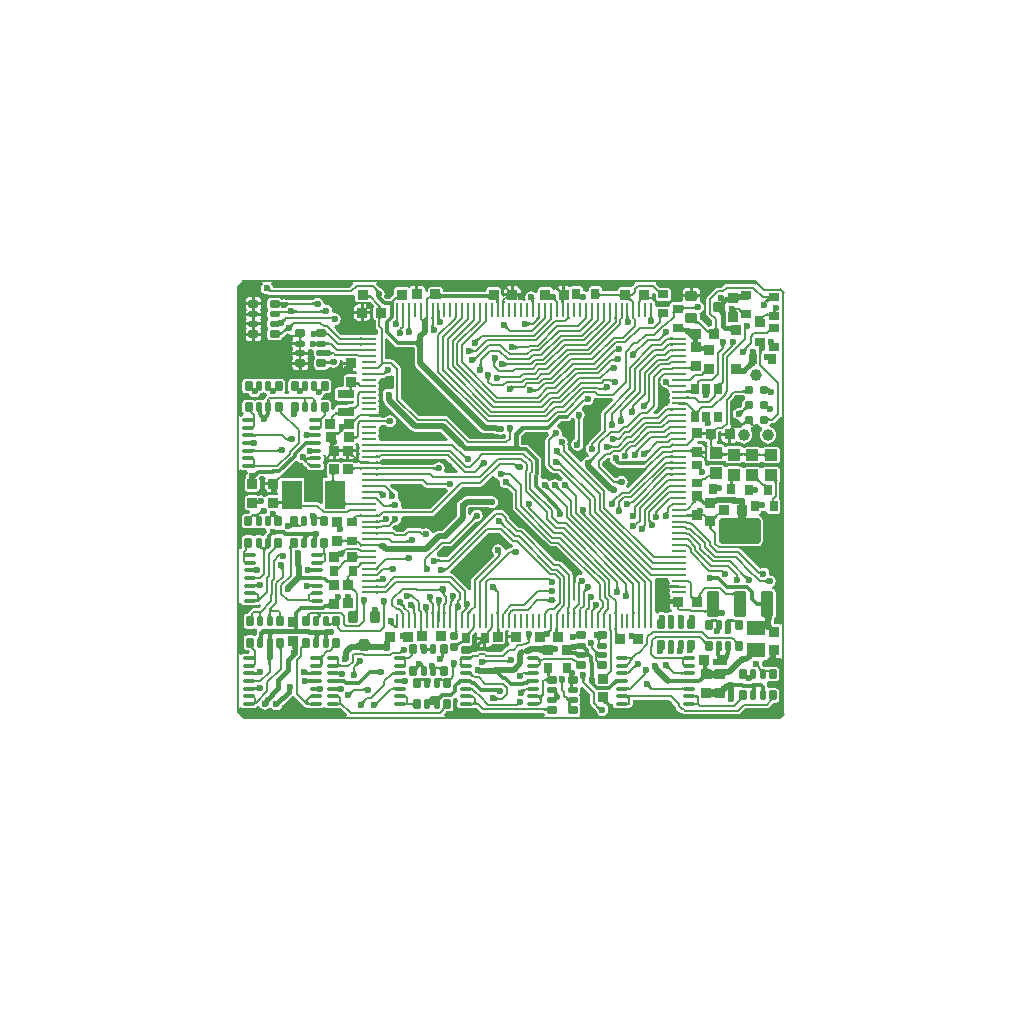
<source format=gtl>
G04*
G04 #@! TF.GenerationSoftware,Altium Limited,Altium Designer,20.2.7 (254)*
G04*
G04 Layer_Physical_Order=1*
G04 Layer_Color=255*
%FSLAX25Y25*%
%MOIN*%
G70*
G04*
G04 #@! TF.SameCoordinates,2CAF1E14-90DA-4ECA-8151-D2BA910CDBF6*
G04*
G04*
G04 #@! TF.FilePolarity,Positive*
G04*
G01*
G75*
%ADD10C,0.00984*%
%ADD11C,0.00787*%
G04:AMPARAMS|DCode=17|XSize=27.56mil|YSize=36.22mil|CornerRadius=2.76mil|HoleSize=0mil|Usage=FLASHONLY|Rotation=180.000|XOffset=0mil|YOffset=0mil|HoleType=Round|Shape=RoundedRectangle|*
%AMROUNDEDRECTD17*
21,1,0.02756,0.03071,0,0,180.0*
21,1,0.02205,0.03622,0,0,180.0*
1,1,0.00551,-0.01102,0.01535*
1,1,0.00551,0.01102,0.01535*
1,1,0.00551,0.01102,-0.01535*
1,1,0.00551,-0.01102,-0.01535*
%
%ADD17ROUNDEDRECTD17*%
G04:AMPARAMS|DCode=18|XSize=137.8mil|YSize=84.65mil|CornerRadius=8.47mil|HoleSize=0mil|Usage=FLASHONLY|Rotation=0.000|XOffset=0mil|YOffset=0mil|HoleType=Round|Shape=RoundedRectangle|*
%AMROUNDEDRECTD18*
21,1,0.13780,0.06772,0,0,0.0*
21,1,0.12087,0.08465,0,0,0.0*
1,1,0.01693,0.06043,-0.03386*
1,1,0.01693,-0.06043,-0.03386*
1,1,0.01693,-0.06043,0.03386*
1,1,0.01693,0.06043,0.03386*
%
%ADD18ROUNDEDRECTD18*%
G04:AMPARAMS|DCode=19|XSize=43.31mil|YSize=84.65mil|CornerRadius=4.33mil|HoleSize=0mil|Usage=FLASHONLY|Rotation=0.000|XOffset=0mil|YOffset=0mil|HoleType=Round|Shape=RoundedRectangle|*
%AMROUNDEDRECTD19*
21,1,0.04331,0.07598,0,0,0.0*
21,1,0.03465,0.08465,0,0,0.0*
1,1,0.00866,0.01732,-0.03799*
1,1,0.00866,-0.01732,-0.03799*
1,1,0.00866,-0.01732,0.03799*
1,1,0.00866,0.01732,0.03799*
%
%ADD19ROUNDEDRECTD19*%
G04:AMPARAMS|DCode=20|XSize=43.31mil|YSize=84.65mil|CornerRadius=4.33mil|HoleSize=0mil|Usage=FLASHONLY|Rotation=0.000|XOffset=0mil|YOffset=0mil|HoleType=Round|Shape=RoundedRectangle|*
%AMROUNDEDRECTD20*
21,1,0.04331,0.07599,0,0,0.0*
21,1,0.03465,0.08465,0,0,0.0*
1,1,0.00866,0.01732,-0.03799*
1,1,0.00866,-0.01732,-0.03799*
1,1,0.00866,-0.01732,0.03799*
1,1,0.00866,0.01732,0.03799*
%
%ADD20ROUNDEDRECTD20*%
%ADD21O,0.04331X0.01181*%
%ADD22O,0.05118X0.00866*%
%ADD23O,0.00866X0.05118*%
G04:AMPARAMS|DCode=24|XSize=33.47mil|YSize=33.47mil|CornerRadius=3.35mil|HoleSize=0mil|Usage=FLASHONLY|Rotation=180.000|XOffset=0mil|YOffset=0mil|HoleType=Round|Shape=RoundedRectangle|*
%AMROUNDEDRECTD24*
21,1,0.03347,0.02677,0,0,180.0*
21,1,0.02677,0.03347,0,0,180.0*
1,1,0.00669,-0.01339,0.01339*
1,1,0.00669,0.01339,0.01339*
1,1,0.00669,0.01339,-0.01339*
1,1,0.00669,-0.01339,-0.01339*
%
%ADD24ROUNDEDRECTD24*%
G04:AMPARAMS|DCode=25|XSize=33.47mil|YSize=33.47mil|CornerRadius=3.35mil|HoleSize=0mil|Usage=FLASHONLY|Rotation=270.000|XOffset=0mil|YOffset=0mil|HoleType=Round|Shape=RoundedRectangle|*
%AMROUNDEDRECTD25*
21,1,0.03347,0.02677,0,0,270.0*
21,1,0.02677,0.03347,0,0,270.0*
1,1,0.00669,-0.01339,-0.01339*
1,1,0.00669,-0.01339,0.01339*
1,1,0.00669,0.01339,0.01339*
1,1,0.00669,0.01339,-0.01339*
%
%ADD25ROUNDEDRECTD25*%
G04:AMPARAMS|DCode=26|XSize=39.37mil|YSize=43.31mil|CornerRadius=3.94mil|HoleSize=0mil|Usage=FLASHONLY|Rotation=270.000|XOffset=0mil|YOffset=0mil|HoleType=Round|Shape=RoundedRectangle|*
%AMROUNDEDRECTD26*
21,1,0.03937,0.03543,0,0,270.0*
21,1,0.03150,0.04331,0,0,270.0*
1,1,0.00787,-0.01772,-0.01575*
1,1,0.00787,-0.01772,0.01575*
1,1,0.00787,0.01772,0.01575*
1,1,0.00787,0.01772,-0.01575*
%
%ADD26ROUNDEDRECTD26*%
%ADD27R,0.05906X0.05118*%
G04:AMPARAMS|DCode=28|XSize=27.56mil|YSize=36.22mil|CornerRadius=2.76mil|HoleSize=0mil|Usage=FLASHONLY|Rotation=90.000|XOffset=0mil|YOffset=0mil|HoleType=Round|Shape=RoundedRectangle|*
%AMROUNDEDRECTD28*
21,1,0.02756,0.03071,0,0,90.0*
21,1,0.02205,0.03622,0,0,90.0*
1,1,0.00551,0.01535,0.01102*
1,1,0.00551,0.01535,-0.01102*
1,1,0.00551,-0.01535,-0.01102*
1,1,0.00551,-0.01535,0.01102*
%
%ADD28ROUNDEDRECTD28*%
G04:AMPARAMS|DCode=29|XSize=35.43mil|YSize=37.4mil|CornerRadius=3.54mil|HoleSize=0mil|Usage=FLASHONLY|Rotation=270.000|XOffset=0mil|YOffset=0mil|HoleType=Round|Shape=RoundedRectangle|*
%AMROUNDEDRECTD29*
21,1,0.03543,0.03032,0,0,270.0*
21,1,0.02835,0.03740,0,0,270.0*
1,1,0.00709,-0.01516,-0.01417*
1,1,0.00709,-0.01516,0.01417*
1,1,0.00709,0.01516,0.01417*
1,1,0.00709,0.01516,-0.01417*
%
%ADD29ROUNDEDRECTD29*%
G04:AMPARAMS|DCode=30|XSize=35.43mil|YSize=37.4mil|CornerRadius=3.54mil|HoleSize=0mil|Usage=FLASHONLY|Rotation=270.000|XOffset=0mil|YOffset=0mil|HoleType=Round|Shape=RoundedRectangle|*
%AMROUNDEDRECTD30*
21,1,0.03543,0.03032,0,0,270.0*
21,1,0.02835,0.03740,0,0,270.0*
1,1,0.00709,-0.01516,-0.01417*
1,1,0.00709,-0.01516,0.01417*
1,1,0.00709,0.01516,0.01417*
1,1,0.00709,0.01516,-0.01417*
%
%ADD30ROUNDEDRECTD30*%
%ADD31R,0.06693X0.09449*%
G04:AMPARAMS|DCode=32|XSize=23.62mil|YSize=35.43mil|CornerRadius=2.36mil|HoleSize=0mil|Usage=FLASHONLY|Rotation=180.000|XOffset=0mil|YOffset=0mil|HoleType=Round|Shape=RoundedRectangle|*
%AMROUNDEDRECTD32*
21,1,0.02362,0.03071,0,0,180.0*
21,1,0.01890,0.03543,0,0,180.0*
1,1,0.00472,-0.00945,0.01535*
1,1,0.00472,0.00945,0.01535*
1,1,0.00472,0.00945,-0.01535*
1,1,0.00472,-0.00945,-0.01535*
%
%ADD32ROUNDEDRECTD32*%
G04:AMPARAMS|DCode=33|XSize=25.59mil|YSize=31.5mil|CornerRadius=2.56mil|HoleSize=0mil|Usage=FLASHONLY|Rotation=0.000|XOffset=0mil|YOffset=0mil|HoleType=Round|Shape=RoundedRectangle|*
%AMROUNDEDRECTD33*
21,1,0.02559,0.02638,0,0,0.0*
21,1,0.02047,0.03150,0,0,0.0*
1,1,0.00512,0.01024,-0.01319*
1,1,0.00512,-0.01024,-0.01319*
1,1,0.00512,-0.01024,0.01319*
1,1,0.00512,0.01024,0.01319*
%
%ADD33ROUNDEDRECTD33*%
G04:AMPARAMS|DCode=34|XSize=17.72mil|YSize=31.5mil|CornerRadius=1.77mil|HoleSize=0mil|Usage=FLASHONLY|Rotation=0.000|XOffset=0mil|YOffset=0mil|HoleType=Round|Shape=RoundedRectangle|*
%AMROUNDEDRECTD34*
21,1,0.01772,0.02795,0,0,0.0*
21,1,0.01417,0.03150,0,0,0.0*
1,1,0.00354,0.00709,-0.01398*
1,1,0.00354,-0.00709,-0.01398*
1,1,0.00354,-0.00709,0.01398*
1,1,0.00354,0.00709,0.01398*
%
%ADD34ROUNDEDRECTD34*%
G04:AMPARAMS|DCode=35|XSize=35.83mil|YSize=33.47mil|CornerRadius=3.35mil|HoleSize=0mil|Usage=FLASHONLY|Rotation=270.000|XOffset=0mil|YOffset=0mil|HoleType=Round|Shape=RoundedRectangle|*
%AMROUNDEDRECTD35*
21,1,0.03583,0.02677,0,0,270.0*
21,1,0.02913,0.03347,0,0,270.0*
1,1,0.00669,-0.01339,-0.01457*
1,1,0.00669,-0.01339,0.01457*
1,1,0.00669,0.01339,0.01457*
1,1,0.00669,0.01339,-0.01457*
%
%ADD35ROUNDEDRECTD35*%
G04:AMPARAMS|DCode=36|XSize=35.43mil|YSize=37.4mil|CornerRadius=3.54mil|HoleSize=0mil|Usage=FLASHONLY|Rotation=180.000|XOffset=0mil|YOffset=0mil|HoleType=Round|Shape=RoundedRectangle|*
%AMROUNDEDRECTD36*
21,1,0.03543,0.03032,0,0,180.0*
21,1,0.02835,0.03740,0,0,180.0*
1,1,0.00709,-0.01417,0.01516*
1,1,0.00709,0.01417,0.01516*
1,1,0.00709,0.01417,-0.01516*
1,1,0.00709,-0.01417,-0.01516*
%
%ADD36ROUNDEDRECTD36*%
G04:AMPARAMS|DCode=37|XSize=35.43mil|YSize=37.4mil|CornerRadius=3.54mil|HoleSize=0mil|Usage=FLASHONLY|Rotation=180.000|XOffset=0mil|YOffset=0mil|HoleType=Round|Shape=RoundedRectangle|*
%AMROUNDEDRECTD37*
21,1,0.03543,0.03032,0,0,180.0*
21,1,0.02835,0.03740,0,0,180.0*
1,1,0.00709,-0.01417,0.01516*
1,1,0.00709,0.01417,0.01516*
1,1,0.00709,0.01417,-0.01516*
1,1,0.00709,-0.01417,-0.01516*
%
%ADD37ROUNDEDRECTD37*%
G04:AMPARAMS|DCode=38|XSize=25.59mil|YSize=31.5mil|CornerRadius=2.56mil|HoleSize=0mil|Usage=FLASHONLY|Rotation=270.000|XOffset=0mil|YOffset=0mil|HoleType=Round|Shape=RoundedRectangle|*
%AMROUNDEDRECTD38*
21,1,0.02559,0.02638,0,0,270.0*
21,1,0.02047,0.03150,0,0,270.0*
1,1,0.00512,-0.01319,-0.01024*
1,1,0.00512,-0.01319,0.01024*
1,1,0.00512,0.01319,0.01024*
1,1,0.00512,0.01319,-0.01024*
%
%ADD38ROUNDEDRECTD38*%
G04:AMPARAMS|DCode=39|XSize=17.72mil|YSize=31.5mil|CornerRadius=1.77mil|HoleSize=0mil|Usage=FLASHONLY|Rotation=270.000|XOffset=0mil|YOffset=0mil|HoleType=Round|Shape=RoundedRectangle|*
%AMROUNDEDRECTD39*
21,1,0.01772,0.02795,0,0,270.0*
21,1,0.01417,0.03150,0,0,270.0*
1,1,0.00354,-0.01398,-0.00709*
1,1,0.00354,-0.01398,0.00709*
1,1,0.00354,0.01398,0.00709*
1,1,0.00354,0.01398,-0.00709*
%
%ADD39ROUNDEDRECTD39*%
G04:AMPARAMS|DCode=40|XSize=27.56mil|YSize=55.12mil|CornerRadius=2.76mil|HoleSize=0mil|Usage=FLASHONLY|Rotation=270.000|XOffset=0mil|YOffset=0mil|HoleType=Round|Shape=RoundedRectangle|*
%AMROUNDEDRECTD40*
21,1,0.02756,0.04961,0,0,270.0*
21,1,0.02205,0.05512,0,0,270.0*
1,1,0.00551,-0.02480,-0.01102*
1,1,0.00551,-0.02480,0.01102*
1,1,0.00551,0.02480,0.01102*
1,1,0.00551,0.02480,-0.01102*
%
%ADD40ROUNDEDRECTD40*%
G04:AMPARAMS|DCode=41|XSize=27.56mil|YSize=23.62mil|CornerRadius=2.36mil|HoleSize=0mil|Usage=FLASHONLY|Rotation=180.000|XOffset=0mil|YOffset=0mil|HoleType=Round|Shape=RoundedRectangle|*
%AMROUNDEDRECTD41*
21,1,0.02756,0.01890,0,0,180.0*
21,1,0.02284,0.02362,0,0,180.0*
1,1,0.00472,-0.01142,0.00945*
1,1,0.00472,0.01142,0.00945*
1,1,0.00472,0.01142,-0.00945*
1,1,0.00472,-0.01142,-0.00945*
%
%ADD41ROUNDEDRECTD41*%
G04:AMPARAMS|DCode=42|XSize=35.83mil|YSize=33.47mil|CornerRadius=3.35mil|HoleSize=0mil|Usage=FLASHONLY|Rotation=180.000|XOffset=0mil|YOffset=0mil|HoleType=Round|Shape=RoundedRectangle|*
%AMROUNDEDRECTD42*
21,1,0.03583,0.02677,0,0,180.0*
21,1,0.02913,0.03347,0,0,180.0*
1,1,0.00669,-0.01457,0.01339*
1,1,0.00669,0.01457,0.01339*
1,1,0.00669,0.01457,-0.01339*
1,1,0.00669,-0.01457,-0.01339*
%
%ADD42ROUNDEDRECTD42*%
G04:AMPARAMS|DCode=72|XSize=9.84mil|YSize=27.56mil|CornerRadius=4.92mil|HoleSize=0mil|Usage=FLASHONLY|Rotation=180.000|XOffset=0mil|YOffset=0mil|HoleType=Round|Shape=RoundedRectangle|*
%AMROUNDEDRECTD72*
21,1,0.00984,0.01772,0,0,180.0*
21,1,0.00000,0.02756,0,0,180.0*
1,1,0.00984,0.00000,0.00886*
1,1,0.00984,0.00000,0.00886*
1,1,0.00984,0.00000,-0.00886*
1,1,0.00984,0.00000,-0.00886*
%
%ADD72ROUNDEDRECTD72*%
G04:AMPARAMS|DCode=73|XSize=7.87mil|YSize=1424.8mil|CornerRadius=3.94mil|HoleSize=0mil|Usage=FLASHONLY|Rotation=180.000|XOffset=0mil|YOffset=0mil|HoleType=Round|Shape=RoundedRectangle|*
%AMROUNDEDRECTD73*
21,1,0.00787,1.41693,0,0,180.0*
21,1,0.00000,1.42480,0,0,180.0*
1,1,0.00787,0.00000,0.70847*
1,1,0.00787,0.00000,0.70847*
1,1,0.00787,0.00000,-0.70847*
1,1,0.00787,0.00000,-0.70847*
%
%ADD73ROUNDEDRECTD73*%
G04:AMPARAMS|DCode=74|XSize=7.87mil|YSize=1795.28mil|CornerRadius=3.94mil|HoleSize=0mil|Usage=FLASHONLY|Rotation=270.000|XOffset=0mil|YOffset=0mil|HoleType=Round|Shape=RoundedRectangle|*
%AMROUNDEDRECTD74*
21,1,0.00787,1.78740,0,0,270.0*
21,1,0.00000,1.79528,0,0,270.0*
1,1,0.00787,-0.89370,0.00000*
1,1,0.00787,-0.89370,0.00000*
1,1,0.00787,0.89370,0.00000*
1,1,0.00787,0.89370,0.00000*
%
%ADD74ROUNDEDRECTD74*%
G04:AMPARAMS|DCode=75|XSize=7.87mil|YSize=1413.39mil|CornerRadius=3.94mil|HoleSize=0mil|Usage=FLASHONLY|Rotation=180.000|XOffset=0mil|YOffset=0mil|HoleType=Round|Shape=RoundedRectangle|*
%AMROUNDEDRECTD75*
21,1,0.00787,1.40551,0,0,180.0*
21,1,0.00000,1.41339,0,0,180.0*
1,1,0.00787,0.00000,0.70276*
1,1,0.00787,0.00000,0.70276*
1,1,0.00787,0.00000,-0.70276*
1,1,0.00787,0.00000,-0.70276*
%
%ADD75ROUNDEDRECTD75*%
G04:AMPARAMS|DCode=76|XSize=7.87mil|YSize=1712.6mil|CornerRadius=3.94mil|HoleSize=0mil|Usage=FLASHONLY|Rotation=270.000|XOffset=0mil|YOffset=0mil|HoleType=Round|Shape=RoundedRectangle|*
%AMROUNDEDRECTD76*
21,1,0.00787,1.70472,0,0,270.0*
21,1,0.00000,1.71260,0,0,270.0*
1,1,0.00787,-0.85236,0.00000*
1,1,0.00787,-0.85236,0.00000*
1,1,0.00787,0.85236,0.00000*
1,1,0.00787,0.85236,0.00000*
%
%ADD76ROUNDEDRECTD76*%
G04:AMPARAMS|DCode=77|XSize=7.87mil|YSize=31.5mil|CornerRadius=3.94mil|HoleSize=0mil|Usage=FLASHONLY|Rotation=315.000|XOffset=0mil|YOffset=0mil|HoleType=Round|Shape=RoundedRectangle|*
%AMROUNDEDRECTD77*
21,1,0.00787,0.02362,0,0,315.0*
21,1,0.00000,0.03150,0,0,315.0*
1,1,0.00787,-0.00835,-0.00835*
1,1,0.00787,-0.00835,-0.00835*
1,1,0.00787,0.00835,0.00835*
1,1,0.00787,0.00835,0.00835*
%
%ADD77ROUNDEDRECTD77*%
G04:AMPARAMS|DCode=78|XSize=7.87mil|YSize=62.99mil|CornerRadius=3.94mil|HoleSize=0mil|Usage=FLASHONLY|Rotation=270.000|XOffset=0mil|YOffset=0mil|HoleType=Round|Shape=RoundedRectangle|*
%AMROUNDEDRECTD78*
21,1,0.00787,0.05512,0,0,270.0*
21,1,0.00000,0.06299,0,0,270.0*
1,1,0.00787,-0.02756,0.00000*
1,1,0.00787,-0.02756,0.00000*
1,1,0.00787,0.02756,0.00000*
1,1,0.00787,0.02756,0.00000*
%
%ADD78ROUNDEDRECTD78*%
G04:AMPARAMS|DCode=79|XSize=7.87mil|YSize=47.24mil|CornerRadius=3.94mil|HoleSize=0mil|Usage=FLASHONLY|Rotation=45.000|XOffset=0mil|YOffset=0mil|HoleType=Round|Shape=RoundedRectangle|*
%AMROUNDEDRECTD79*
21,1,0.00787,0.03937,0,0,45.0*
21,1,0.00000,0.04724,0,0,45.0*
1,1,0.00787,0.01392,-0.01392*
1,1,0.00787,0.01392,-0.01392*
1,1,0.00787,-0.01392,0.01392*
1,1,0.00787,-0.01392,0.01392*
%
%ADD79ROUNDEDRECTD79*%
G04:AMPARAMS|DCode=80|XSize=7.87mil|YSize=21.65mil|CornerRadius=3.94mil|HoleSize=0mil|Usage=FLASHONLY|Rotation=45.000|XOffset=0mil|YOffset=0mil|HoleType=Round|Shape=RoundedRectangle|*
%AMROUNDEDRECTD80*
21,1,0.00787,0.01378,0,0,45.0*
21,1,0.00000,0.02165,0,0,45.0*
1,1,0.00787,0.00487,-0.00487*
1,1,0.00787,0.00487,-0.00487*
1,1,0.00787,-0.00487,0.00487*
1,1,0.00787,-0.00487,0.00487*
%
%ADD80ROUNDEDRECTD80*%
G04:AMPARAMS|DCode=81|XSize=7.87mil|YSize=22.84mil|CornerRadius=3.94mil|HoleSize=0mil|Usage=FLASHONLY|Rotation=135.000|XOffset=0mil|YOffset=0mil|HoleType=Round|Shape=RoundedRectangle|*
%AMROUNDEDRECTD81*
21,1,0.00787,0.01496,0,0,135.0*
21,1,0.00000,0.02284,0,0,135.0*
1,1,0.00787,0.00529,0.00529*
1,1,0.00787,0.00529,0.00529*
1,1,0.00787,-0.00529,-0.00529*
1,1,0.00787,-0.00529,-0.00529*
%
%ADD81ROUNDEDRECTD81*%
G04:AMPARAMS|DCode=82|XSize=7.87mil|YSize=37.01mil|CornerRadius=3.94mil|HoleSize=0mil|Usage=FLASHONLY|Rotation=225.000|XOffset=0mil|YOffset=0mil|HoleType=Round|Shape=RoundedRectangle|*
%AMROUNDEDRECTD82*
21,1,0.00787,0.02913,0,0,225.0*
21,1,0.00000,0.03701,0,0,225.0*
1,1,0.00787,-0.01030,0.01030*
1,1,0.00787,-0.01030,0.01030*
1,1,0.00787,0.01030,-0.01030*
1,1,0.00787,0.01030,-0.01030*
%
%ADD82ROUNDEDRECTD82*%
%ADD83R,0.01968X0.01968*%
%ADD84C,0.03100*%
%ADD85C,0.01181*%
%ADD86C,0.01968*%
%ADD87C,0.01575*%
%ADD88C,0.03900*%
%ADD89C,0.02362*%
G36*
X173708Y145615D02*
X173206Y145003D01*
X172902Y145207D01*
X172441Y145299D01*
X172441Y145299D01*
X163681D01*
X163220Y145207D01*
X162830Y144946D01*
X162001Y144118D01*
X160636D01*
X160636Y144118D01*
X160175Y144026D01*
X159784Y143765D01*
X157200Y141180D01*
X156939Y140790D01*
X156847Y140329D01*
X156847Y140329D01*
Y135447D01*
X156847Y135447D01*
X156939Y134986D01*
X157200Y134595D01*
X158786Y133009D01*
Y131223D01*
X158071D01*
X157633Y131136D01*
X157444Y131009D01*
X156904Y131549D01*
X156904Y131549D01*
X156904Y131549D01*
X155121Y133332D01*
X154730Y133593D01*
X154530Y133633D01*
Y135276D01*
X154451Y135674D01*
X154804Y135744D01*
X155455Y136179D01*
X155890Y136830D01*
X156043Y137598D01*
X155890Y138366D01*
X155455Y139018D01*
X154804Y139453D01*
X154660Y139481D01*
X154747Y139921D01*
Y140839D01*
X153890D01*
X153831Y140803D01*
X153775Y140752D01*
X153735Y140693D01*
X153711Y140626D01*
X153703Y140551D01*
Y140839D01*
X151850D01*
X149998D01*
Y140551D01*
X149990Y140626D01*
X149966Y140693D01*
X149926Y140752D01*
X149870Y140803D01*
X149811Y140839D01*
X148954D01*
Y140061D01*
X148914Y139884D01*
X148276Y139293D01*
X145709D01*
X145294Y139210D01*
X144942Y138975D01*
X144707Y138623D01*
X144670Y138435D01*
X144600Y138192D01*
X144055Y137816D01*
X140984D01*
X140569Y137733D01*
X140418Y137632D01*
X139748Y137884D01*
X139630Y137981D01*
Y138740D01*
X139535Y139216D01*
X139266Y139620D01*
X138862Y139890D01*
X138541Y139954D01*
X138644Y140472D01*
Y142059D01*
X139347Y142364D01*
X139900Y141927D01*
Y140827D01*
X139983Y140412D01*
X140218Y140060D01*
X140569Y139825D01*
X140984Y139743D01*
X144055D01*
X144470Y139825D01*
X144821Y140060D01*
X145056Y140412D01*
X145139Y140827D01*
Y143031D01*
X145056Y143446D01*
X144821Y143798D01*
X144470Y144033D01*
X144055Y144115D01*
X141547D01*
X141535Y144118D01*
X141535Y144118D01*
X141207D01*
X139889Y145436D01*
X139937Y145771D01*
X140167Y146224D01*
X173064Y146260D01*
X173708Y145615D01*
D02*
G37*
G36*
X132981Y145791D02*
X133038Y145429D01*
X132808Y145198D01*
X132725Y145143D01*
X132725Y145143D01*
X132239Y144657D01*
X131501Y144207D01*
X131063Y144294D01*
X128386D01*
X127948Y144207D01*
X127577Y143959D01*
X127329Y143587D01*
X127242Y143150D01*
Y142846D01*
X121970D01*
Y143563D01*
X121887Y143978D01*
X121652Y144329D01*
X121301Y144564D01*
X120886Y144647D01*
X118681D01*
X118266Y144564D01*
X117915Y144329D01*
X117680Y143978D01*
X117597Y143563D01*
Y143083D01*
X117591Y143077D01*
X116810Y142734D01*
X116418Y142996D01*
X115670Y143145D01*
Y143563D01*
X115588Y143978D01*
X115353Y144329D01*
X115001Y144564D01*
X114587Y144647D01*
X112382D01*
X111967Y144564D01*
X111616Y144329D01*
X111385Y144283D01*
X111170Y144427D01*
X110650Y144530D01*
X109811D01*
Y141831D01*
X108811D01*
Y144530D01*
X107973D01*
X107452Y144427D01*
X107010Y144132D01*
X106715Y143690D01*
X106006Y143491D01*
X105616Y143578D01*
X105426Y143696D01*
X105238Y143978D01*
X104867Y144226D01*
X104429Y144313D01*
X101752D01*
X101314Y144226D01*
X100943Y143978D01*
X100695Y143607D01*
X100608Y143169D01*
Y142639D01*
X99967Y142408D01*
X99821Y142380D01*
X99193Y142799D01*
X98425Y142952D01*
X97657Y142799D01*
X97006Y142364D01*
X96571Y141713D01*
X96418Y140945D01*
X96472Y140673D01*
X96528Y140233D01*
X95938Y139721D01*
X95555Y139890D01*
X95079Y139985D01*
X94884Y140749D01*
Y141331D01*
X94156D01*
X93914Y140962D01*
X93894Y141052D01*
X93863Y141133D01*
X93857Y141143D01*
X93849Y141118D01*
X93840Y141043D01*
Y141172D01*
X93822Y141204D01*
X93769Y141266D01*
X93706Y141318D01*
X93685Y141331D01*
X92185D01*
X89486D01*
Y140942D01*
X89481Y140931D01*
X89235Y140883D01*
X88447Y141532D01*
Y143169D01*
X88360Y143607D01*
X88112Y143978D01*
X87741Y144226D01*
X87303Y144313D01*
X84626D01*
X84188Y144226D01*
X83817Y143978D01*
X83569Y143607D01*
X83482Y143169D01*
Y142656D01*
X83454Y142652D01*
X83378Y142645D01*
X69082D01*
X69007Y142652D01*
X68979Y142656D01*
Y143268D01*
X68892Y143706D01*
X68644Y144077D01*
X68273Y144325D01*
X67835Y144412D01*
X65158D01*
X64720Y144325D01*
X64349Y144077D01*
X64101Y143706D01*
X64013Y143268D01*
Y142810D01*
X63762Y142641D01*
X62975Y143061D01*
Y143268D01*
X62871Y143789D01*
X62576Y144230D01*
X62135Y144525D01*
X61614Y144629D01*
X60776D01*
Y143772D01*
X60811Y143713D01*
X60862Y143657D01*
X60921Y143617D01*
X60988Y143593D01*
X61063Y143585D01*
X60776D01*
Y141929D01*
X59776D01*
Y143585D01*
X59488D01*
X59563Y143593D01*
X59630Y143617D01*
X59689Y143657D01*
X59740Y143713D01*
X59776Y143772D01*
Y144629D01*
X58937D01*
X58416Y144525D01*
X58241Y144408D01*
X57581Y143978D01*
X57209Y144226D01*
X56772Y144313D01*
X53858D01*
X53421Y144226D01*
X53049Y143978D01*
X52801Y143607D01*
X52714Y143169D01*
Y141708D01*
X52492Y141664D01*
X52101Y141403D01*
X51862Y141045D01*
X51100Y140283D01*
X50144D01*
X49303Y141124D01*
X49394Y141259D01*
X49546Y142027D01*
X49394Y142796D01*
X48959Y143447D01*
X48307Y143882D01*
X48218Y143900D01*
X48085Y143968D01*
X48028Y144001D01*
X47886Y144095D01*
X47839Y144130D01*
X47774Y144185D01*
X46625Y145334D01*
X46910Y146122D01*
X132755Y146216D01*
X132981Y145791D01*
D02*
G37*
G36*
X39176Y145326D02*
X37968Y144118D01*
X12298D01*
X12189Y144666D01*
X11768Y145296D01*
X11792Y145426D01*
X12024Y146084D01*
X38878Y146113D01*
X39176Y145326D01*
D02*
G37*
G36*
X11473Y143568D02*
X11482Y143552D01*
X11499Y143529D01*
X11522Y143500D01*
X11636Y143375D01*
X11816Y143192D01*
X11259Y142635D01*
X11206Y142687D01*
X11012Y142856D01*
X10987Y142872D01*
X10966Y142881D01*
X10950Y142885D01*
X10939Y142883D01*
X11472Y143577D01*
X11473Y143568D01*
D02*
G37*
G36*
X47179Y143636D02*
X47339Y143501D01*
X47424Y143438D01*
X47604Y143319D01*
X47700Y143263D01*
X47901Y143160D01*
X48007Y143112D01*
X46468Y142525D01*
X46507Y142621D01*
X46532Y142716D01*
X46545Y142809D01*
X46544Y142901D01*
X46531Y142992D01*
X46505Y143081D01*
X46466Y143170D01*
X46414Y143257D01*
X46349Y143343D01*
X46272Y143427D01*
X47105Y143708D01*
X47179Y143636D01*
D02*
G37*
G36*
X107533Y143876D02*
X107838Y143614D01*
X107969Y143521D01*
X108087Y143453D01*
X108190Y143410D01*
X108279Y143391D01*
X108354Y143398D01*
X108415Y143430D01*
X108462Y143486D01*
X107656Y142089D01*
X107686Y142163D01*
X107697Y142245D01*
X107688Y142335D01*
X107660Y142433D01*
X107613Y142541D01*
X107546Y142656D01*
X107461Y142780D01*
X107355Y142913D01*
X107231Y143054D01*
X107087Y143203D01*
X107360Y144044D01*
X107533Y143876D01*
D02*
G37*
G36*
X168436Y141733D02*
X168643Y141718D01*
X168892Y141712D01*
Y140138D01*
X168586Y140130D01*
X168313Y140106D01*
X168072Y140067D01*
X167864Y140012D01*
X167688Y139942D01*
X167546Y139855D01*
X167436Y139753D01*
X167358Y139635D01*
X167314Y139502D01*
X167302Y139353D01*
X167280Y140141D01*
X166798Y140138D01*
Y141712D01*
X167109Y141720D01*
X167236Y141731D01*
X167221Y142280D01*
X167306Y142172D01*
X167409Y142076D01*
X167531Y141990D01*
X167670Y141917D01*
X167828Y141854D01*
X167857Y141846D01*
X168015Y141909D01*
X168156Y141996D01*
X168264Y142098D01*
X168338Y142217D01*
X168378Y142350D01*
X168385Y142500D01*
X168436Y141733D01*
D02*
G37*
G36*
X131388Y142354D02*
X131412Y142287D01*
X131452Y142228D01*
X131508Y142177D01*
X131580Y142134D01*
X131668Y142098D01*
X131772Y142071D01*
X131892Y142051D01*
X132027Y142039D01*
X132179Y142035D01*
Y141248D01*
X132027Y141244D01*
X131892Y141232D01*
X131772Y141213D01*
X131668Y141185D01*
X131580Y141150D01*
X131508Y141106D01*
X131452Y141055D01*
X131424Y141013D01*
X131480Y140916D01*
X131567Y140791D01*
X131674Y140657D01*
X131949Y140360D01*
X131608Y139587D01*
X131436Y139753D01*
X131132Y140014D01*
X131001Y140107D01*
X130883Y140176D01*
X130778Y140221D01*
X130687Y140241D01*
X130610Y140237D01*
X130545Y140208D01*
X130495Y140155D01*
X131380Y141474D01*
X131346Y141404D01*
X131333Y141325D01*
X131339Y141236D01*
X131366Y141139D01*
X131380Y141107D01*
Y142429D01*
X131388Y142354D01*
D02*
G37*
G36*
X86563Y142412D02*
X86589Y142380D01*
X86630Y142332D01*
X87389Y141553D01*
X86833Y140996D01*
X85957Y141831D01*
X86555Y142428D01*
X86563Y142412D01*
D02*
G37*
G36*
X128069Y140854D02*
X128061Y140929D01*
X128037Y140996D01*
X127997Y141055D01*
X127941Y141106D01*
X127869Y141150D01*
X127781Y141185D01*
X127677Y141213D01*
X127557Y141232D01*
X127421Y141244D01*
X127269Y141248D01*
Y142035D01*
X127421Y142039D01*
X127557Y142051D01*
X127677Y142071D01*
X127781Y142098D01*
X127869Y142134D01*
X127941Y142177D01*
X127997Y142228D01*
X128037Y142287D01*
X128061Y142354D01*
X128069Y142429D01*
Y140854D01*
D02*
G37*
G36*
X121151Y142354D02*
X121175Y142287D01*
X121215Y142228D01*
X121271Y142177D01*
X121343Y142134D01*
X121431Y142098D01*
X121534Y142071D01*
X121654Y142051D01*
X121790Y142039D01*
X121942Y142035D01*
Y141248D01*
X121790Y141244D01*
X121654Y141232D01*
X121534Y141213D01*
X121431Y141185D01*
X121343Y141150D01*
X121271Y141106D01*
X121215Y141055D01*
X121175Y140996D01*
X121151Y140929D01*
X121143Y140854D01*
Y142429D01*
X121151Y142354D01*
D02*
G37*
G36*
X66555Y141440D02*
X66529Y141432D01*
X66493Y141410D01*
X66445Y141376D01*
X66387Y141329D01*
X66145Y141112D01*
X65804Y140779D01*
X65247Y141335D01*
X65371Y141460D01*
X65900Y142061D01*
X65908Y142086D01*
X66555Y141440D01*
D02*
G37*
G36*
X64841Y140612D02*
X64836Y140622D01*
X64822Y140631D01*
X64799Y140638D01*
X64767Y140645D01*
X64726Y140651D01*
X64617Y140659D01*
X64384Y140663D01*
Y141451D01*
X64471Y141451D01*
X64767Y141469D01*
X64799Y141476D01*
X64822Y141483D01*
X64836Y141492D01*
X64841Y141502D01*
Y140612D01*
D02*
G37*
G36*
X44103Y141784D02*
X44122Y141746D01*
X44153Y141714D01*
X44197Y141685D01*
X44253Y141660D01*
X44322Y141641D01*
X44403Y141625D01*
X44497Y141614D01*
X44604Y141608D01*
X44723Y141605D01*
Y140818D01*
X44604Y140816D01*
X44403Y140798D01*
X44322Y140783D01*
X44253Y140763D01*
X44197Y140739D01*
X44153Y140710D01*
X44122Y140677D01*
X44103Y140639D01*
X44096Y140598D01*
Y141826D01*
X44103Y141784D01*
D02*
G37*
G36*
X104670Y140427D02*
X104646Y140451D01*
X104612Y140472D01*
X104568Y140491D01*
X104514Y140507D01*
X104449Y140520D01*
X104375Y140531D01*
X104196Y140546D01*
X103976Y140551D01*
Y141339D01*
X104063Y141340D01*
X104214Y141354D01*
X104277Y141366D01*
X104332Y141381D01*
X104379Y141399D01*
X104418Y141421D01*
X104449Y141447D01*
X104472Y141475D01*
X104487Y141507D01*
X104670Y140427D01*
D02*
G37*
G36*
X68159Y142309D02*
X68192Y142209D01*
X68249Y142120D01*
X68331Y142043D01*
X68438Y141978D01*
X68570Y141925D01*
X68726Y141884D01*
X68908Y141854D01*
X69114Y141837D01*
X69345Y141831D01*
Y140650D01*
X69137Y140647D01*
X68621Y140603D01*
X68484Y140577D01*
X68365Y140545D01*
X68264Y140507D01*
X68181Y140463D01*
X68115Y140413D01*
X68067Y140358D01*
X68152Y142421D01*
X68159Y142309D01*
D02*
G37*
G36*
X84393Y140259D02*
X84334Y140334D01*
X84259Y140400D01*
X84169Y140458D01*
X84064Y140509D01*
X83944Y140552D01*
X83808Y140587D01*
X83658Y140614D01*
X83492Y140634D01*
X83312Y140646D01*
X83116Y140650D01*
Y141831D01*
X83347Y141837D01*
X83553Y141854D01*
X83734Y141884D01*
X83891Y141925D01*
X84022Y141978D01*
X84129Y142043D01*
X84211Y142120D01*
X84269Y142209D01*
X84301Y142309D01*
X84309Y142421D01*
X84393Y140259D01*
D02*
G37*
G36*
X137598Y141409D02*
X137614Y141342D01*
X137648Y141284D01*
X137701Y141232D01*
X137772Y141189D01*
X137861Y141154D01*
X137968Y141126D01*
X138094Y141106D01*
X138238Y141095D01*
X138400Y141091D01*
X138346Y140303D01*
X138204Y140302D01*
X137744Y140269D01*
X137656Y140255D01*
X137578Y140237D01*
X137511Y140217D01*
X137455Y140194D01*
X137409Y140169D01*
X137600Y141484D01*
X137598Y141409D01*
D02*
G37*
G36*
X53732Y140188D02*
X53733Y140182D01*
X53716Y140177D01*
X53681Y140173D01*
X53630Y140169D01*
X53109Y140158D01*
X52953Y140157D01*
Y140945D01*
X53071Y140947D01*
X53269Y140961D01*
X53347Y140974D01*
X53413Y140991D01*
X53465Y141011D01*
X53504Y141034D01*
X53530Y141062D01*
X53542Y141093D01*
X53541Y141128D01*
X53732Y140188D01*
D02*
G37*
G36*
X177440Y141259D02*
X177442Y141274D01*
X177440Y141376D01*
X177594Y139496D01*
X177546Y139519D01*
X177493Y139530D01*
X177435Y139528D01*
X177371Y139514D01*
X177307Y139488D01*
X177294Y139459D01*
X177265Y139367D01*
X177247Y139272D01*
X177242Y139175D01*
X177248Y139076D01*
X177267Y138975D01*
X177297Y138871D01*
X175817Y139608D01*
X175933Y139648D01*
X176151Y139738D01*
X176253Y139789D01*
X176444Y139900D01*
X176533Y139961D01*
X176697Y140092D01*
X176772Y140163D01*
X176872Y140116D01*
X176871Y140263D01*
X176987Y140384D01*
X177086Y140506D01*
X177048Y140516D01*
X176928Y140535D01*
X176793Y140547D01*
X176641Y140551D01*
Y141339D01*
X176793Y141342D01*
X176928Y141354D01*
X177048Y141374D01*
X177152Y141402D01*
X177240Y141437D01*
X177312Y141480D01*
X177368Y141531D01*
X177408Y141590D01*
X177432Y141657D01*
X177440Y141732D01*
Y141259D01*
D02*
G37*
G36*
X109571Y140167D02*
X109504Y140143D01*
X109445Y140103D01*
X109394Y140047D01*
X109350Y139975D01*
X109315Y139887D01*
X109287Y139784D01*
X109268Y139664D01*
X109256Y139528D01*
X109253Y139416D01*
X109255Y138905D01*
X108461D01*
X108462Y138913D01*
X108463Y139033D01*
X108464Y139394D01*
X108460Y139528D01*
X108449Y139664D01*
X108429Y139784D01*
X108402Y139887D01*
X108366Y139975D01*
X108323Y140047D01*
X108272Y140103D01*
X108212Y140143D01*
X108146Y140167D01*
X108071Y140175D01*
X109646D01*
X109571Y140167D01*
D02*
G37*
G36*
X99521Y140491D02*
X99477Y140311D01*
X99459Y140216D01*
X99422Y139913D01*
X99415Y139806D01*
X99410Y139598D01*
X99412Y138905D01*
X98619D01*
X98620Y138913D01*
X98621Y139033D01*
X98621Y139094D01*
X98617Y139188D01*
X98602Y139294D01*
X98578Y139391D01*
X98544Y139478D01*
X98499Y139556D01*
X98445Y139624D01*
X98381Y139682D01*
X98308Y139731D01*
X98224Y139771D01*
X98131Y139801D01*
X99547Y140577D01*
X99521Y140491D01*
D02*
G37*
G36*
X89570Y138905D02*
X88776D01*
X88777Y138913D01*
X88778Y139033D01*
X88779Y139696D01*
X89567D01*
X89570Y138905D01*
D02*
G37*
G36*
X87603Y140351D02*
X87599Y140322D01*
X87595Y140277D01*
X87584Y139828D01*
X87584Y139696D01*
X87601Y138905D01*
X86808D01*
X86806Y138909D01*
X86804Y138928D01*
X86802Y138962D01*
X86798Y139376D01*
X86796Y139376D01*
X86792Y139539D01*
X86780Y139683D01*
X86761Y139810D01*
X86733Y139917D01*
X86698Y140006D01*
X86654Y140077D01*
X86603Y140129D01*
X86544Y140163D01*
X86477Y140178D01*
X86402Y140175D01*
X87607Y140366D01*
X87603Y140351D01*
D02*
G37*
G36*
X63979Y138905D02*
X63186D01*
X63187Y138913D01*
X63188Y139033D01*
X63189Y139696D01*
X63977D01*
X63979Y138905D01*
D02*
G37*
G36*
X26351Y137932D02*
X26273Y138020D01*
X26192Y138098D01*
X26107Y138167D01*
X26019Y138226D01*
X25927Y138277D01*
X25831Y138318D01*
X25731Y138350D01*
X25628Y138373D01*
X25521Y138387D01*
X25410Y138392D01*
X25484Y139179D01*
X25592Y139183D01*
X25699Y139195D01*
X25804Y139215D01*
X25907Y139243D01*
X26010Y139279D01*
X26110Y139323D01*
X26209Y139375D01*
X26306Y139435D01*
X26402Y139503D01*
X26497Y139579D01*
X26351Y137932D01*
D02*
G37*
G36*
X14457Y139498D02*
X14481Y139431D01*
X14521Y139372D01*
X14577Y139321D01*
X14649Y139278D01*
X14737Y139242D01*
X14841Y139215D01*
X14860Y139211D01*
X14985Y139231D01*
X15090Y139254D01*
X15409Y139348D01*
X15516Y139388D01*
X15945Y138972D01*
X16374Y139388D01*
X16481Y139348D01*
X16799Y139254D01*
X16905Y139231D01*
X17115Y139198D01*
X17220Y139188D01*
X17428Y139179D01*
X17830Y138392D01*
X17715Y138387D01*
X17609Y138372D01*
X17511Y138347D01*
X17421Y138312D01*
X17339Y138267D01*
X17266Y138212D01*
X17202Y138148D01*
X17146Y138073D01*
X17098Y137988D01*
X17058Y137893D01*
X15945Y138972D01*
X14831Y137893D01*
X14792Y137988D01*
X14744Y138073D01*
X14688Y138148D01*
X14623Y138212D01*
X14575Y138249D01*
X14521Y138199D01*
X14481Y138140D01*
X14457Y138073D01*
X14449Y137998D01*
Y138320D01*
X14379Y138347D01*
X14281Y138372D01*
X14175Y138387D01*
X14060Y138392D01*
X14449Y139155D01*
Y139573D01*
X14457Y139498D01*
D02*
G37*
G36*
X48222Y137989D02*
X48240Y137789D01*
X48255Y137708D01*
X48275Y137639D01*
X48299Y137582D01*
X48328Y137539D01*
X48361Y137507D01*
X48398Y137488D01*
X48440Y137482D01*
X47212D01*
X47254Y137488D01*
X47291Y137507D01*
X47324Y137539D01*
X47353Y137582D01*
X47377Y137639D01*
X47397Y137708D01*
X47412Y137789D01*
X47423Y137883D01*
X47430Y137989D01*
X47432Y138108D01*
X48220D01*
X48222Y137989D01*
D02*
G37*
G36*
X153383Y136614D02*
X153279Y136680D01*
X153070Y136790D01*
X152965Y136835D01*
X152861Y136873D01*
X152756Y136904D01*
X152650Y136928D01*
X152545Y136945D01*
X152440Y136955D01*
X152334Y136959D01*
X152155Y137746D01*
X152267Y137751D01*
X152374Y137766D01*
X152476Y137790D01*
X152572Y137824D01*
X152663Y137867D01*
X152749Y137921D01*
X152829Y137984D01*
X152904Y138057D01*
X152974Y138139D01*
X153038Y138231D01*
X153383Y136614D01*
D02*
G37*
G36*
X149044Y138065D02*
X149068Y137998D01*
X149108Y137939D01*
X149164Y137888D01*
X149236Y137845D01*
X149324Y137809D01*
X149428Y137782D01*
X149548Y137762D01*
X149684Y137750D01*
X149836Y137746D01*
Y136959D01*
X149684Y136955D01*
X149548Y136943D01*
X149428Y136923D01*
X149324Y136896D01*
X149236Y136860D01*
X149164Y136817D01*
X149108Y136766D01*
X149068Y136707D01*
X149044Y136640D01*
X149036Y136565D01*
Y138140D01*
X149044Y138065D01*
D02*
G37*
G36*
X166652Y136770D02*
X166663Y136637D01*
X166681Y136521D01*
X166707Y136419D01*
X166740Y136334D01*
X166780Y136264D01*
X166827Y136209D01*
X166882Y136170D01*
X166944Y136146D01*
X167014Y136138D01*
X166599Y136140D01*
X166648Y135585D01*
X165861D01*
X165858Y135643D01*
X165848Y135694D01*
X165832Y135738D01*
X165810Y135774D01*
X165781Y135803D01*
X165746Y135825D01*
X165704Y135840D01*
X165656Y135848D01*
X165602Y135848D01*
X165541Y135842D01*
X165822Y136143D01*
X165493Y136144D01*
X165563Y136151D01*
X165625Y136174D01*
X165681Y136213D01*
X165728Y136267D01*
X165769Y136337D01*
X165802Y136422D01*
X165828Y136522D01*
X165846Y136638D01*
X165857Y136770D01*
X165861Y136917D01*
X166648D01*
X166652Y136770D01*
D02*
G37*
G36*
X146791Y135747D02*
X146716Y135748D01*
X146650Y135730D01*
X146590Y135695D01*
X146539Y135641D01*
X146496Y135570D01*
X146461Y135481D01*
X146433Y135375D01*
X146413Y135250D01*
X146402Y135108D01*
X146398Y134948D01*
X145610Y134968D01*
X145609Y135105D01*
X145586Y135457D01*
X145573Y135556D01*
X145537Y135723D01*
X145514Y135792D01*
X145489Y135852D01*
X145460Y135901D01*
X146791Y135747D01*
D02*
G37*
G36*
X19587Y136914D02*
X19652Y136830D01*
X19724Y136756D01*
X19801Y136693D01*
X19884Y136638D01*
X19974Y136594D01*
X20069Y136560D01*
X20170Y136535D01*
X20277Y136521D01*
X20390Y136516D01*
X20172Y135728D01*
X20067Y135725D01*
X19962Y135715D01*
X19857Y135699D01*
X19751Y135677D01*
X19646Y135648D01*
X19540Y135612D01*
X19434Y135570D01*
X19221Y135467D01*
X19114Y135406D01*
X19527Y137007D01*
X19587Y136914D01*
D02*
G37*
G36*
X29410Y135406D02*
X29303Y135467D01*
X29090Y135570D01*
X28984Y135612D01*
X28878Y135648D01*
X28772Y135677D01*
X28667Y135699D01*
X28561Y135715D01*
X28457Y135725D01*
X28352Y135728D01*
X28134Y136516D01*
X28247Y136521D01*
X28354Y136535D01*
X28455Y136560D01*
X28550Y136594D01*
X28639Y136638D01*
X28723Y136693D01*
X28800Y136756D01*
X28871Y136830D01*
X28937Y136914D01*
X28996Y137007D01*
X29410Y135406D01*
D02*
G37*
G36*
X168174Y136975D02*
X168482Y136710D01*
X168614Y136616D01*
X168731Y136548D01*
X168833Y136506D01*
X168921Y136490D01*
X168993Y136499D01*
X169050Y136534D01*
X169093Y136595D01*
X168385Y135100D01*
X168411Y135178D01*
X168418Y135263D01*
X168407Y135356D01*
X168378Y135456D01*
X168330Y135563D01*
X168264Y135678D01*
X168180Y135801D01*
X168077Y135931D01*
X167956Y136069D01*
X167816Y136214D01*
X167997Y137147D01*
X168174Y136975D01*
D02*
G37*
G36*
X175535Y134211D02*
X176107D01*
X176004Y134103D01*
X175925Y134007D01*
X175868Y133921D01*
X175834Y133847D01*
X175822Y133785D01*
X175834Y133734D01*
X175868Y133694D01*
X175925Y133665D01*
X176004Y133648D01*
X176107Y133643D01*
X175499D01*
X175496Y133601D01*
X175002Y133110D01*
X174929Y133643D01*
X173880D01*
X173989Y133648D01*
X174099Y133665D01*
X174209Y133694D01*
X174319Y133734D01*
X174431Y133785D01*
X174542Y133847D01*
X174654Y133921D01*
X174767Y134007D01*
X174867Y134093D01*
X174790Y134652D01*
X174860Y134599D01*
X174932Y134562D01*
X175005Y134538D01*
X175081Y134530D01*
X175158Y134537D01*
X175237Y134558D01*
X175318Y134594D01*
X175401Y134645D01*
X175486Y134710D01*
X175573Y134791D01*
X175535Y134211D01*
D02*
G37*
G36*
X177440Y134279D02*
X177435Y134353D01*
X177413Y134420D01*
X177375Y134479D01*
X177320Y134530D01*
X177249Y134574D01*
X177160Y134609D01*
X177055Y134637D01*
X176934Y134657D01*
X176796Y134668D01*
X176641Y134672D01*
Y135460D01*
X176760Y135463D01*
X176871Y135475D01*
X176976Y135494D01*
X177073Y135520D01*
X177163Y135555D01*
X177246Y135596D01*
X177322Y135646D01*
X177391Y135703D01*
X177452Y135767D01*
X177507Y135839D01*
X177440Y134279D01*
D02*
G37*
G36*
X163030Y136095D02*
X163067Y136043D01*
X163100Y135940D01*
X163127Y135786D01*
X163149Y135582D01*
X163179Y135021D01*
X163189Y134257D01*
X161614D01*
X161606Y134572D01*
X161583Y134853D01*
X161543Y135098D01*
X161488Y135309D01*
X161417Y135485D01*
X161331Y135627D01*
X161228Y135733D01*
X161110Y135805D01*
X160977Y135842D01*
X160827Y135844D01*
X162941Y136048D01*
X162988Y136097D01*
X163030Y136095D01*
D02*
G37*
G36*
X54133Y134311D02*
X54130Y134283D01*
X54125Y134181D01*
X54120Y133670D01*
X54121Y133621D01*
X54155Y133182D01*
X54175Y133045D01*
X54229Y132785D01*
X54262Y132662D01*
X54343Y132431D01*
X52832Y133094D01*
X52927Y133135D01*
X53012Y133185D01*
X53087Y133243D01*
X53152Y133309D01*
X53207Y133383D01*
X53252Y133465D01*
X53286Y133555D01*
X53311Y133654D01*
X53326Y133760D01*
X53331Y133875D01*
X53336Y133874D01*
X53343Y134324D01*
X54137D01*
X54133Y134311D01*
D02*
G37*
G36*
X138779Y134766D02*
X138784Y134657D01*
X138796Y134551D01*
X138816Y134446D01*
X138845Y134343D01*
X138882Y134241D01*
X138927Y134142D01*
X138981Y134045D01*
X139042Y133949D01*
X139112Y133855D01*
X139190Y133763D01*
X138780Y133788D01*
X138779Y133532D01*
X137992D01*
X137991Y133837D01*
X137540Y133866D01*
X137626Y133946D01*
X137703Y134029D01*
X137770Y134116D01*
X137829Y134206D01*
X137879Y134299D01*
X137920Y134396D01*
X137951Y134497D01*
X137974Y134600D01*
X137987Y134707D01*
X137992Y134818D01*
X138779Y134766D01*
D02*
G37*
G36*
X105317Y134317D02*
X105316Y134262D01*
X105315Y133657D01*
X104527D01*
X104525Y134324D01*
X105318D01*
X105317Y134317D01*
D02*
G37*
G36*
X77758D02*
X77757Y134262D01*
X77756Y133657D01*
X76968D01*
X76965Y134324D01*
X77759D01*
X77758Y134317D01*
D02*
G37*
G36*
X16754Y133422D02*
X16680Y133342D01*
X16614Y133258D01*
X16554Y133169D01*
X16502Y133076D01*
X16456Y132978D01*
X16418Y132876D01*
X16387Y132770D01*
X16363Y132658D01*
X16347Y132543D01*
X16337Y132422D01*
X15239Y133659D01*
X15356Y133655D01*
X15470Y133660D01*
X15579Y133673D01*
X15685Y133696D01*
X15786Y133727D01*
X15883Y133767D01*
X15977Y133815D01*
X16066Y133873D01*
X16151Y133939D01*
X16232Y134014D01*
X16754Y133422D01*
D02*
G37*
G36*
X62013Y134320D02*
X62015Y134303D01*
X62017Y134271D01*
X62023Y133646D01*
X61235D01*
X61217Y134324D01*
X62011D01*
X62013Y134320D01*
D02*
G37*
G36*
X119094Y134312D02*
X119091Y134286D01*
X119086Y134196D01*
X119079Y133603D01*
X118292D01*
X118304Y134324D01*
X119097D01*
X119094Y134312D01*
D02*
G37*
G36*
X130910Y134468D02*
X130923Y134361D01*
X130946Y134257D01*
X130978Y134156D01*
X131018Y134059D01*
X131068Y133966D01*
X131126Y133875D01*
X131194Y133788D01*
X131271Y133704D01*
X131357Y133624D01*
X130906Y133598D01*
X130905Y133532D01*
X130118D01*
X130118Y133553D01*
X129706Y133529D01*
X129784Y133621D01*
X129854Y133714D01*
X129916Y133810D01*
X129970Y133907D01*
X130015Y134006D01*
X130052Y134107D01*
X130081Y134210D01*
X130102Y134315D01*
X130114Y134422D01*
X130118Y134530D01*
X130905Y134578D01*
X130910Y134468D01*
D02*
G37*
G36*
X126971Y134315D02*
X126970Y134195D01*
X126969Y133532D01*
X126181D01*
X126178Y134324D01*
X126971D01*
X126971Y134315D01*
D02*
G37*
G36*
X125002D02*
X125001Y134195D01*
X125000Y133532D01*
X124213D01*
X124209Y134324D01*
X125003D01*
X125002Y134315D01*
D02*
G37*
G36*
X83664D02*
X83662Y134195D01*
X83662Y133532D01*
X82874D01*
X82871Y134324D01*
X83664D01*
X83664Y134315D01*
D02*
G37*
G36*
X81695D02*
X81694Y134195D01*
X81693Y133532D01*
X80905D01*
X80902Y134324D01*
X81696D01*
X81695Y134315D01*
D02*
G37*
G36*
X79727D02*
X79725Y134195D01*
X79725Y133532D01*
X78937D01*
X78934Y134324D01*
X79727D01*
X79727Y134315D01*
D02*
G37*
G36*
X65947D02*
X65946Y134195D01*
X65945Y133532D01*
X65158D01*
X65154Y134324D01*
X65948D01*
X65947Y134315D01*
D02*
G37*
G36*
X63979D02*
X63977Y134195D01*
X63977Y133532D01*
X63189D01*
X63186Y134324D01*
X63979D01*
X63979Y134315D01*
D02*
G37*
G36*
X58073D02*
X58072Y134195D01*
X58071Y133532D01*
X57284D01*
X57280Y134324D01*
X58074D01*
X58073Y134315D01*
D02*
G37*
G36*
X56105D02*
X56103Y134195D01*
X56103Y133532D01*
X55315D01*
X55312Y134324D01*
X56105D01*
X56105Y134315D01*
D02*
G37*
G36*
X123031Y134311D02*
X123028Y134283D01*
X123023Y134181D01*
X123016Y133510D01*
X122229Y133598D01*
X122241Y134324D01*
X123034D01*
X123031Y134311D01*
D02*
G37*
G36*
X121062D02*
X121059Y134283D01*
X121054Y134181D01*
X121048Y133510D01*
X120260Y133598D01*
X120273Y134324D01*
X121066D01*
X121062Y134311D01*
D02*
G37*
G36*
X142165Y134271D02*
X142090Y134266D01*
X142024Y134245D01*
X141964Y134207D01*
X141913Y134152D01*
X141870Y134081D01*
X141835Y133992D01*
X141807Y133887D01*
X141787Y133765D01*
X141776Y133627D01*
X141772Y133471D01*
X140984D01*
X140982Y133613D01*
X140954Y133965D01*
X140937Y134057D01*
X140916Y134138D01*
X140891Y134206D01*
X140863Y134262D01*
X140830Y134306D01*
X140794Y134337D01*
X142165Y134271D01*
D02*
G37*
G36*
X48449Y134163D02*
X48382Y134139D01*
X48323Y134099D01*
X48272Y134043D01*
X48228Y133971D01*
X48193Y133883D01*
X48165Y133779D01*
X48146Y133660D01*
X48134Y133524D01*
X48130Y133372D01*
X47343D01*
X47339Y133524D01*
X47327Y133659D01*
X47307Y133779D01*
X47280Y133883D01*
X47245Y133971D01*
X47202Y134043D01*
X47151Y134099D01*
X47092Y134139D01*
X47025Y134163D01*
X46951Y134171D01*
X48524Y134171D01*
X48449Y134163D01*
D02*
G37*
G36*
X111130Y134185D02*
X111267Y134271D01*
X111358Y134317D01*
X111403Y134323D01*
X111403Y134289D01*
X111358Y134215D01*
X111268Y134100D01*
X110951Y133752D01*
X110452Y133243D01*
X109872Y133776D01*
X110024Y133934D01*
X110264Y134217D01*
X110351Y134342D01*
X110416Y134456D01*
X110459Y134559D01*
X110479Y134650D01*
X110478Y134731D01*
X110455Y134800D01*
X110409Y134858D01*
X111130Y134185D01*
D02*
G37*
G36*
X101288D02*
X101424Y134271D01*
X101515Y134317D01*
X101561Y134323D01*
X101561Y134289D01*
X101516Y134215D01*
X101426Y134101D01*
X101109Y133752D01*
X100610Y133243D01*
X100029Y133775D01*
X100182Y133934D01*
X100422Y134217D01*
X100508Y134342D01*
X100573Y134456D01*
X100616Y134559D01*
X100637Y134650D01*
X100636Y134731D01*
X100612Y134800D01*
X100567Y134858D01*
X101288Y134185D01*
D02*
G37*
G36*
X67933Y134351D02*
X67949Y134244D01*
X67973Y134146D01*
X68008Y134056D01*
X68053Y133973D01*
X68108Y133899D01*
X68173Y133833D01*
X68248Y133775D01*
X68333Y133726D01*
X68427Y133684D01*
X66917Y133022D01*
X66960Y133135D01*
X67031Y133376D01*
X67060Y133503D01*
X67105Y133772D01*
X67121Y133914D01*
X67128Y134083D01*
X67123Y134324D01*
X67139D01*
X67141Y134368D01*
X67928Y134466D01*
X67933Y134351D01*
D02*
G37*
G36*
X153702Y133004D02*
X153715Y132977D01*
X153739Y132953D01*
X153777Y132932D01*
X153827Y132914D01*
X153890Y132900D01*
X153966Y132888D01*
X154054Y132880D01*
X154270Y132874D01*
Y132087D01*
X153500Y132118D01*
X153703Y133035D01*
X153702Y133004D01*
D02*
G37*
G36*
X174649Y132754D02*
X174599Y132700D01*
X174554Y132638D01*
X174516Y132569D01*
X174483Y132491D01*
X174457Y132406D01*
X174436Y132313D01*
X174421Y132213D01*
X174412Y132104D01*
X174409Y131988D01*
X173622D01*
X173619Y132104D01*
X173610Y132213D01*
X173595Y132313D01*
X173575Y132406D01*
X173548Y132491D01*
X173516Y132569D01*
X173477Y132638D01*
X173433Y132700D01*
X173383Y132754D01*
X173327Y132801D01*
X174705D01*
X174649Y132754D01*
D02*
G37*
G36*
X97386Y132814D02*
X97475Y132740D01*
X97567Y132676D01*
X97661Y132619D01*
X97757Y132571D01*
X97856Y132533D01*
X97958Y132502D01*
X98063Y132481D01*
X98169Y132468D01*
X98279Y132463D01*
Y131676D01*
X98169Y131672D01*
X98063Y131658D01*
X97958Y131637D01*
X97856Y131607D01*
X97757Y131568D01*
X97661Y131520D01*
X97567Y131464D01*
X97475Y131399D01*
X97386Y131325D01*
X97300Y131243D01*
Y132896D01*
X97386Y132814D01*
D02*
G37*
G36*
X19312Y131845D02*
X19236Y131763D01*
X19170Y131678D01*
X19114Y131588D01*
X19067Y131495D01*
X19030Y131399D01*
X19002Y131298D01*
X18984Y131194D01*
X18975Y131086D01*
X18976Y130975D01*
X18986Y130860D01*
X17687Y131883D01*
X17808Y131899D01*
X17924Y131922D01*
X18035Y131951D01*
X18142Y131987D01*
X18244Y132028D01*
X18342Y132077D01*
X18434Y132131D01*
X18522Y132192D01*
X18606Y132259D01*
X18685Y132332D01*
X19312Y131845D01*
D02*
G37*
G36*
X65950Y131894D02*
X65965Y131787D01*
X65990Y131688D01*
X66025Y131595D01*
X66069Y131510D01*
X66124Y131431D01*
X66189Y131360D01*
X66264Y131296D01*
X66348Y131239D01*
X66443Y131189D01*
X64884Y130638D01*
X64936Y130749D01*
X65024Y130968D01*
X65059Y131077D01*
X65114Y131290D01*
X65133Y131396D01*
X65155Y131604D01*
X65158Y131707D01*
X65945Y132008D01*
X65950Y131894D01*
D02*
G37*
G36*
X160388Y131042D02*
X160399Y130906D01*
X160419Y130785D01*
X160447Y130681D01*
X160482Y130592D01*
X160525Y130519D01*
X160576Y130463D01*
X160634Y130423D01*
X160701Y130398D01*
X160775Y130390D01*
X159203Y130396D01*
X159278Y130403D01*
X159344Y130427D01*
X159404Y130467D01*
X159455Y130523D01*
X159498Y130595D01*
X159534Y130683D01*
X159561Y130787D01*
X159581Y130907D01*
X159592Y131043D01*
X159597Y131195D01*
X160384D01*
X160388Y131042D01*
D02*
G37*
G36*
X58071Y131251D02*
X58075Y131142D01*
X58088Y131035D01*
X58110Y130930D01*
X58140Y130829D01*
X58179Y130729D01*
X58227Y130633D01*
X58283Y130539D01*
X58348Y130447D01*
X58422Y130359D01*
X58504Y130272D01*
X56850Y130273D01*
X56933Y130359D01*
X57006Y130447D01*
X57071Y130539D01*
X57127Y130633D01*
X57175Y130729D01*
X57214Y130829D01*
X57244Y130930D01*
X57266Y131035D01*
X57279Y131142D01*
X57284Y131251D01*
X58071Y131251D01*
D02*
G37*
G36*
X90456Y131660D02*
X90466Y131546D01*
X90485Y131435D01*
X90512Y131329D01*
X90546Y131227D01*
X90589Y131129D01*
X90639Y131036D01*
X90698Y130947D01*
X90764Y130862D01*
X90838Y130781D01*
X90282Y130225D01*
X90201Y130299D01*
X90116Y130365D01*
X90027Y130424D01*
X89934Y130474D01*
X89836Y130517D01*
X89734Y130552D01*
X89628Y130578D01*
X89517Y130597D01*
X89403Y130607D01*
X89284Y130610D01*
X90453Y131780D01*
X90456Y131660D01*
D02*
G37*
G36*
X17364Y129617D02*
X17265Y129652D01*
X17167Y129675D01*
X17071Y129685D01*
X16977Y129683D01*
X16884Y129668D01*
X16794Y129640D01*
X16704Y129601D01*
X16617Y129548D01*
X16531Y129483D01*
X16446Y129406D01*
X16133Y130206D01*
X16203Y130280D01*
X16335Y130440D01*
X16398Y130527D01*
X16514Y130713D01*
X16568Y130813D01*
X16669Y131026D01*
X16715Y131138D01*
X17364Y129617D01*
D02*
G37*
G36*
X151537Y129369D02*
X151716Y129464D01*
X151701Y129398D01*
X151698Y129330D01*
X151706Y129258D01*
X151725Y129184D01*
X151756Y129106D01*
X151798Y129026D01*
X151851Y128943D01*
X151916Y128857D01*
X151962Y128804D01*
X152094Y128693D01*
X152219Y128606D01*
X152327Y128551D01*
X152419Y128527D01*
X152494Y128535D01*
X152553Y128576D01*
X152595Y128648D01*
X152620Y128752D01*
X152628Y128888D01*
X153809Y126703D01*
X153812Y126537D01*
X153833Y126257D01*
X153852Y126143D01*
X153877Y126047D01*
X153907Y125969D01*
X153942Y125907D01*
X153983Y125864D01*
X154029Y125837D01*
X154080Y125829D01*
X153085D01*
X152628Y125277D01*
X152620Y125510D01*
X152595Y125736D01*
X152577Y125829D01*
X152357D01*
X152408Y125837D01*
X152454Y125864D01*
X152495Y125907D01*
X152530Y125969D01*
X152541Y125997D01*
X152494Y126166D01*
X152419Y126372D01*
X152327Y126570D01*
X152219Y126761D01*
X152094Y126945D01*
X151952Y127123D01*
X151793Y127293D01*
Y128544D01*
X151541Y128429D01*
X151547Y127276D01*
X151526Y127346D01*
X151491Y127426D01*
X151442Y127515D01*
X151377Y127614D01*
X151299Y127721D01*
X151098Y127965D01*
X150838Y128245D01*
X150833Y128251D01*
X150460Y128576D01*
X150400Y128617D01*
X150346Y128650D01*
X150297Y128675D01*
X150254Y128691D01*
X150828Y128994D01*
X151008Y129748D01*
X151109Y129656D01*
X151199Y129592D01*
X151278Y129555D01*
X151346Y129546D01*
X151404Y129564D01*
X151451Y129610D01*
X151488Y129684D01*
X151514Y129785D01*
X151529Y129914D01*
X151533Y130070D01*
X151537Y129369D01*
D02*
G37*
G36*
X26948Y129350D02*
X27022Y129313D01*
X27123Y129270D01*
X27226Y129235D01*
X27330Y129208D01*
X27435Y129188D01*
X27542Y129177D01*
X27649Y129173D01*
X27747Y128385D01*
X27636Y128381D01*
X27529Y128367D01*
X27426Y128343D01*
X27327Y128311D01*
X27232Y128269D01*
X27142Y128217D01*
X27055Y128157D01*
X26972Y128087D01*
X26948Y128062D01*
Y127992D01*
X26942Y128055D01*
X26894Y128007D01*
X26820Y127919D01*
X26779Y128269D01*
X26748Y128287D01*
X26661Y128323D01*
X26557Y128350D01*
X26437Y128370D01*
X26301Y128382D01*
X26149Y128385D01*
Y129173D01*
X26301Y129177D01*
X26437Y129189D01*
X26557Y129208D01*
X26661Y129236D01*
X26665Y129238D01*
X26627Y129561D01*
X26724Y129487D01*
X26822Y129421D01*
X26888Y129383D01*
X26916Y129425D01*
X26940Y129492D01*
X26948Y129567D01*
Y129350D01*
D02*
G37*
G36*
X178209Y129350D02*
X178176Y129375D01*
X178130Y129382D01*
X178072Y129371D01*
X178003Y129342D01*
X177921Y129294D01*
X177827Y129228D01*
X177720Y129144D01*
X177472Y128920D01*
X177330Y128781D01*
X176871Y129436D01*
X177004Y129572D01*
X177302Y129916D01*
X177367Y130009D01*
X177415Y130092D01*
X177447Y130164D01*
X177462Y130225D01*
X177459Y130276D01*
X177440Y130316D01*
X178209Y129350D01*
D02*
G37*
G36*
X149039Y131118D02*
X149068Y131017D01*
X149122Y130929D01*
X149203Y130852D01*
X149309Y130787D01*
X149441Y130734D01*
X149599Y130693D01*
X149626Y130688D01*
X149745Y130716D01*
X149812Y130739D01*
X149871Y130766D01*
X149921Y130796D01*
X149893Y130654D01*
X149993Y130645D01*
X150229Y130639D01*
X150066Y129458D01*
X149660Y129458D01*
X149604Y129173D01*
X149562Y129227D01*
X149510Y129276D01*
X149449Y129318D01*
X149379Y129356D01*
X149299Y129387D01*
X149209Y129413D01*
X149111Y129433D01*
X149003Y129447D01*
X148885Y129455D01*
X148758Y129458D01*
X148958Y130332D01*
X149036Y131230D01*
X149039Y131118D01*
D02*
G37*
G36*
X165077Y129035D02*
X165071Y129185D01*
X165032Y129319D01*
X164958Y129437D01*
X164850Y129539D01*
X164708Y129626D01*
X164533Y129697D01*
X164323Y129752D01*
X164079Y129791D01*
X163802Y129815D01*
X163490Y129823D01*
X163494Y131398D01*
X163754Y131400D01*
X164425Y131443D01*
X164612Y131469D01*
X164929Y131537D01*
X165061Y131579D01*
X165173Y131628D01*
X165268Y131682D01*
X165077Y129035D01*
D02*
G37*
G36*
X157754Y129008D02*
X157749Y129018D01*
X157736Y129027D01*
X157713Y129035D01*
X157680Y129042D01*
X157639Y129048D01*
X157529Y129057D01*
X157295Y129061D01*
Y129849D01*
X157382Y129849D01*
X157680Y129868D01*
X157713Y129875D01*
X157736Y129883D01*
X157749Y129892D01*
X157754Y129902D01*
Y129008D01*
D02*
G37*
G36*
X8871Y145439D02*
X8899Y145293D01*
X8480Y144666D01*
X8328Y143898D01*
X8480Y143130D01*
X8915Y142478D01*
X9567Y142043D01*
X10335Y141891D01*
X10803Y141984D01*
X11076Y141801D01*
X11537Y141709D01*
X11537Y141709D01*
X38467D01*
X38467Y141709D01*
X38928Y141801D01*
X38935Y141806D01*
X39722Y141385D01*
Y140492D01*
X39809Y140054D01*
X40057Y139683D01*
X40428Y139435D01*
X40866Y139348D01*
X43780D01*
X44217Y139435D01*
X44564Y139667D01*
X46150Y138081D01*
X46140Y137974D01*
X45892Y137603D01*
X45805Y137165D01*
Y134488D01*
X45892Y134050D01*
X46140Y133679D01*
X46511Y133431D01*
X46532Y133427D01*
Y131254D01*
X46532Y131254D01*
X46624Y130794D01*
X46885Y130403D01*
X47319Y129968D01*
Y128972D01*
X47244Y128856D01*
X46532Y128387D01*
X46417Y128410D01*
X42165D01*
X41964Y128370D01*
X35040D01*
X33460Y129950D01*
X33282Y130216D01*
X33282Y130216D01*
X32689Y130809D01*
X32879Y131310D01*
X33042Y131570D01*
X33740Y131709D01*
X34392Y132144D01*
X34827Y132795D01*
X34980Y133563D01*
X34827Y134331D01*
X34392Y134982D01*
X33740Y135417D01*
X32972Y135570D01*
X32648Y135506D01*
X31971Y136136D01*
X32027Y136417D01*
X31874Y137185D01*
X31439Y137837D01*
X30788Y138272D01*
X30022Y138424D01*
X30020Y138425D01*
X29271Y138681D01*
X29207Y139004D01*
X29118Y139449D01*
X28683Y140100D01*
X28032Y140535D01*
X27264Y140688D01*
X26496Y140535D01*
X26027Y140222D01*
X25993Y140205D01*
X25957Y140176D01*
X25845Y140100D01*
X25837Y140089D01*
X25811Y140073D01*
X25762Y140047D01*
X25715Y140026D01*
X25669Y140010D01*
X25624Y139998D01*
X25580Y139990D01*
X17266D01*
X17218Y139995D01*
X17053Y140021D01*
X16998Y140033D01*
X16780Y140097D01*
X16713Y140142D01*
X15945Y140295D01*
X15177Y140142D01*
X15176Y140141D01*
X14965Y140457D01*
X14620Y140688D01*
X14213Y140768D01*
X11575D01*
X11168Y140688D01*
X10823Y140457D01*
X10592Y140112D01*
X10511Y139705D01*
Y137657D01*
X10592Y137250D01*
X10801Y136640D01*
X10588Y136321D01*
X10513Y135945D01*
Y134528D01*
X10588Y134151D01*
X10801Y133832D01*
Y133491D01*
X10588Y133172D01*
X10513Y132795D01*
Y131378D01*
X10588Y131002D01*
X10801Y130683D01*
X10592Y130072D01*
X10511Y129665D01*
Y127618D01*
X10592Y127211D01*
X10823Y126866D01*
X11168Y126635D01*
X11575Y126554D01*
X14213D01*
X14620Y126635D01*
X14965Y126866D01*
X15195Y127211D01*
X15322Y127634D01*
X15783Y127726D01*
X16173Y127987D01*
X17043Y128857D01*
X17047Y128854D01*
X17815Y128702D01*
X18031Y128744D01*
X18818Y128136D01*
Y127893D01*
X18915Y127403D01*
X19168Y127025D01*
X18911Y126640D01*
X18820Y126180D01*
Y125972D01*
X21417D01*
Y124972D01*
X18820D01*
Y124763D01*
X18911Y124304D01*
X19160Y123897D01*
X18911Y123490D01*
X18820Y123031D01*
Y122822D01*
X21417D01*
X24015D01*
Y123031D01*
X23954Y123337D01*
X24331Y123714D01*
X24592Y123857D01*
X24921Y123638D01*
X25689Y123485D01*
X26123Y122768D01*
Y121613D01*
X26198Y121237D01*
X26411Y120918D01*
X26202Y120308D01*
X26121Y119901D01*
Y117854D01*
X26202Y117446D01*
X26433Y117101D01*
X26778Y116871D01*
X27185Y116790D01*
X29823D01*
X30230Y116871D01*
X30575Y117101D01*
X30806Y117446D01*
X31200Y117574D01*
X31648Y117644D01*
X31811Y117535D01*
X32579Y117383D01*
X33347Y117535D01*
X33998Y117971D01*
X34433Y118622D01*
X34586Y119390D01*
X34525Y119698D01*
X35013Y120361D01*
X35025Y120362D01*
X35785Y119623D01*
Y119457D01*
X38484D01*
Y118957D01*
X38984D01*
Y116257D01*
X39823D01*
X39863Y116265D01*
X40522Y115692D01*
X39823Y115219D01*
X37146D01*
X36708Y115132D01*
X36337Y114884D01*
X36089Y114513D01*
X36002Y114075D01*
Y111398D01*
X35308Y110847D01*
X34134D01*
X33719Y110765D01*
X33367Y110530D01*
X33132Y110178D01*
X33050Y109764D01*
Y107559D01*
X33132Y107144D01*
X33367Y106793D01*
X33719Y106558D01*
X34134Y106475D01*
X39094D01*
X39316Y106293D01*
X39328Y105897D01*
X38670Y105224D01*
X37582D01*
X37121Y105132D01*
X36837Y104942D01*
X34134D01*
X33719Y104859D01*
X33367Y104625D01*
X33132Y104273D01*
X33050Y103858D01*
Y103709D01*
X32367Y103272D01*
X32279Y103318D01*
X31713Y103693D01*
Y105650D01*
X31632Y106057D01*
X31402Y106402D01*
X31057Y106632D01*
X30650Y106713D01*
X28602D01*
X28451Y106683D01*
X28405Y106760D01*
X28426Y107496D01*
X29077Y107931D01*
X29512Y108582D01*
X29602Y109035D01*
X30650D01*
X31057Y109116D01*
X31402Y109346D01*
X31632Y109691D01*
X31713Y110099D01*
Y112736D01*
X31632Y113143D01*
X31402Y113488D01*
X31057Y113719D01*
X30650Y113800D01*
X28602D01*
X28195Y113719D01*
X27585Y113510D01*
X27266Y113724D01*
X26890Y113798D01*
X25473D01*
X25096Y113724D01*
X24777Y113510D01*
X24436D01*
X24117Y113724D01*
X23740Y113798D01*
X22323D01*
X21947Y113724D01*
X21628Y113510D01*
X21017Y113719D01*
X20610Y113800D01*
X18563D01*
X18156Y113719D01*
X17811Y113488D01*
X17580Y113143D01*
X17499Y112736D01*
Y110099D01*
X17580Y109691D01*
X17793Y109373D01*
X17761Y109210D01*
X17531Y108586D01*
X16327D01*
X16098Y109210D01*
X16066Y109373D01*
X16278Y109691D01*
X16359Y110098D01*
Y112736D01*
X16278Y113143D01*
X16048Y113488D01*
X15702Y113719D01*
X15295Y113800D01*
X13248D01*
X12841Y113719D01*
X12231Y113510D01*
X11912Y113724D01*
X11535Y113798D01*
X10118D01*
X9742Y113724D01*
X9423Y113510D01*
X9081D01*
X8762Y113724D01*
X8386Y113798D01*
X6968D01*
X6592Y113724D01*
X6273Y113510D01*
X5663Y113719D01*
X5256Y113800D01*
X3209D01*
X2802Y113719D01*
X2457Y113488D01*
X2226Y113143D01*
X2145Y112736D01*
Y110098D01*
X2226Y109691D01*
X2457Y109346D01*
X2802Y109116D01*
X3209Y109035D01*
X4296D01*
X4346Y108779D01*
X4782Y108128D01*
X5433Y107693D01*
X6201Y107540D01*
X6969Y107693D01*
X7620Y108128D01*
X8055Y108779D01*
X8106Y109036D01*
X8386D01*
X8762Y109111D01*
X9081Y109324D01*
X9423D01*
X9742Y109111D01*
X10036Y109053D01*
X10412Y108492D01*
X10490Y108348D01*
X10467Y108233D01*
X10467Y108233D01*
X9975Y107741D01*
X9714Y107351D01*
X9631Y106931D01*
X9586Y106890D01*
X9523Y106851D01*
X8835Y106588D01*
X8762Y106637D01*
X8386Y106712D01*
X6968D01*
X6592Y106637D01*
X6273Y106424D01*
X5663Y106632D01*
X5256Y106713D01*
X3209D01*
X2802Y106632D01*
X2457Y106402D01*
X2226Y106057D01*
X2145Y105650D01*
Y103012D01*
X2226Y102605D01*
X2457Y102260D01*
X2557Y102192D01*
X2495Y101682D01*
X2351Y101383D01*
X1923Y101298D01*
X1673Y101131D01*
X990Y101393D01*
X886Y101480D01*
Y144460D01*
X2499Y146073D01*
X8640Y146080D01*
X8871Y145439D01*
D02*
G37*
G36*
X30065Y129251D02*
X30082Y129227D01*
X30109Y129205D01*
X30148Y129186D01*
X30197Y129170D01*
X30258Y129157D01*
X30329Y129147D01*
X30412Y129140D01*
X30610Y129134D01*
Y128347D01*
X30506Y128345D01*
X30258Y128323D01*
X30197Y128310D01*
X30148Y128294D01*
X30109Y128275D01*
X30082Y128254D01*
X30065Y128229D01*
X30059Y128201D01*
Y129279D01*
X30065Y129251D01*
D02*
G37*
G36*
X14457Y129551D02*
X14481Y129484D01*
X14521Y129425D01*
X14577Y129374D01*
X14649Y129331D01*
X14737Y129295D01*
X14841Y129268D01*
X14961Y129248D01*
X15097Y129236D01*
X15249Y129232D01*
Y128445D01*
X15097Y128441D01*
X14961Y128429D01*
X14841Y128409D01*
X14737Y128382D01*
X14649Y128346D01*
X14577Y128303D01*
X14521Y128252D01*
X14481Y128193D01*
X14457Y128126D01*
X14449Y128051D01*
Y129626D01*
X14457Y129551D01*
D02*
G37*
G36*
X143492Y128051D02*
X143373Y128049D01*
X143258Y128038D01*
X143148Y128019D01*
X143041Y127992D01*
X142939Y127958D01*
X142842Y127915D01*
X142748Y127865D01*
X142659Y127806D01*
X142574Y127740D01*
X142494Y127665D01*
X141937Y128222D01*
X142011Y128303D01*
X142078Y128387D01*
X142136Y128477D01*
X142187Y128570D01*
X142229Y128668D01*
X142264Y128770D01*
X142291Y128876D01*
X142309Y128987D01*
X142320Y129101D01*
X142323Y129220D01*
X143492Y128051D01*
D02*
G37*
G36*
X145544Y126769D02*
X145536Y126769D01*
X145420Y126771D01*
X144778Y126772D01*
Y127559D01*
X145544Y127562D01*
Y126769D01*
D02*
G37*
G36*
X42001D02*
X41992Y126769D01*
X41872Y126771D01*
X41209Y126772D01*
Y127559D01*
X42001Y127562D01*
Y126769D01*
D02*
G37*
G36*
X22130Y127648D02*
X22063Y127624D01*
X22004Y127584D01*
X21953Y127528D01*
X21910Y127456D01*
X21874Y127368D01*
X21847Y127265D01*
X21827Y127145D01*
X21815Y127009D01*
X21815Y127002D01*
X21815Y126995D01*
X21827Y126859D01*
X21847Y126739D01*
X21874Y126635D01*
X21910Y126547D01*
X21953Y126475D01*
X22004Y126419D01*
X22063Y126379D01*
X22130Y126355D01*
X22205Y126347D01*
X20630D01*
X20705Y126355D01*
X20772Y126379D01*
X20831Y126419D01*
X20882Y126475D01*
X20925Y126547D01*
X20961Y126635D01*
X20988Y126739D01*
X21008Y126859D01*
X21020Y126995D01*
X21020Y127002D01*
X21020Y127009D01*
X21008Y127145D01*
X20988Y127265D01*
X20961Y127368D01*
X20925Y127456D01*
X20882Y127528D01*
X20831Y127584D01*
X20772Y127624D01*
X20705Y127648D01*
X20630Y127656D01*
X22205D01*
X22130Y127648D01*
D02*
G37*
G36*
X81094Y126797D02*
X81020Y126717D01*
X80954Y126632D01*
X80895Y126543D01*
X80845Y126450D01*
X80802Y126352D01*
X80767Y126250D01*
X80741Y126144D01*
X80722Y126033D01*
X80711Y125918D01*
X80709Y125799D01*
X79539Y126968D01*
X79659Y126971D01*
X79773Y126982D01*
X79884Y127001D01*
X79990Y127027D01*
X80092Y127062D01*
X80190Y127104D01*
X80283Y127155D01*
X80372Y127213D01*
X80457Y127280D01*
X80538Y127354D01*
X81094Y126797D01*
D02*
G37*
G36*
X145544Y124800D02*
X145536Y124801D01*
X145415Y124802D01*
X144753Y124803D01*
Y125591D01*
X145544Y125593D01*
Y124800D01*
D02*
G37*
G36*
X42001D02*
X41992Y124801D01*
X41872Y124802D01*
X41209Y124803D01*
Y125591D01*
X42001Y125593D01*
Y124800D01*
D02*
G37*
G36*
X30037Y126201D02*
X30063Y126135D01*
X30106Y126076D01*
X30165Y126026D01*
X30240Y125983D01*
X30332Y125948D01*
X30441Y125921D01*
X30567Y125901D01*
X30709Y125890D01*
X30868Y125886D01*
Y125098D01*
X30711Y125094D01*
X30570Y125083D01*
X30446Y125063D01*
X30339Y125036D01*
X30249Y125001D01*
X30175Y124958D01*
X30117Y124908D01*
X30077Y124849D01*
X30053Y124783D01*
X30045Y124709D01*
X30028Y126275D01*
X30037Y126201D01*
D02*
G37*
G36*
X26625Y126229D02*
X26713Y126155D01*
X26804Y126089D01*
X26876Y126046D01*
X26899Y126066D01*
X26941Y126125D01*
X26967Y126191D01*
X26976Y126265D01*
X26974Y125994D01*
X26993Y125985D01*
X27092Y125945D01*
X27194Y125915D01*
X27298Y125893D01*
X27405Y125880D01*
X27515Y125876D01*
X27507Y125088D01*
X27398Y125084D01*
X27291Y125071D01*
X27187Y125049D01*
X27085Y125019D01*
X26985Y124981D01*
X26969Y124972D01*
X26967Y124699D01*
X26959Y124773D01*
X26935Y124839D01*
X26893Y124898D01*
X26867Y124921D01*
X26794Y124877D01*
X26702Y124813D01*
X26612Y124740D01*
X26525Y124658D01*
X26529Y125058D01*
X26439Y125073D01*
X26298Y125084D01*
X26140Y125088D01*
Y125876D01*
X26298Y125880D01*
X26440Y125891D01*
X26536Y125906D01*
X26540Y126312D01*
X26625Y126229D01*
D02*
G37*
G36*
X163108Y124879D02*
X163015Y124817D01*
X162932Y124749D01*
X162859Y124675D01*
X162795Y124595D01*
X162742Y124511D01*
X162698Y124420D01*
X162664Y124324D01*
X162639Y124223D01*
X162625Y124116D01*
X162620Y124003D01*
X161832Y124196D01*
X161829Y124301D01*
X161819Y124406D01*
X161802Y124512D01*
X161779Y124617D01*
X161748Y124722D01*
X161711Y124828D01*
X161667Y124933D01*
X161617Y125038D01*
X161495Y125248D01*
X163108Y124879D01*
D02*
G37*
G36*
X93108Y124940D02*
X93197Y124866D01*
X93288Y124802D01*
X93382Y124745D01*
X93479Y124698D01*
X93578Y124659D01*
X93680Y124628D01*
X93784Y124607D01*
X93891Y124594D01*
X94001Y124589D01*
Y123802D01*
X93891Y123798D01*
X93784Y123785D01*
X93680Y123763D01*
X93578Y123733D01*
X93479Y123694D01*
X93382Y123646D01*
X93288Y123590D01*
X93197Y123525D01*
X93108Y123451D01*
X93022Y123369D01*
Y125022D01*
X93108Y124940D01*
D02*
G37*
G36*
X62402Y125787D02*
X60433Y123228D01*
X60421Y123602D01*
X60386Y123937D01*
X60327Y124232D01*
X60244Y124488D01*
X60138Y124705D01*
X60008Y124882D01*
X59854Y125020D01*
X59677Y125118D01*
X59476Y125177D01*
X59402Y125184D01*
X58661Y125197D01*
Y126378D01*
X59618Y126427D01*
X59677Y126441D01*
X59854Y126520D01*
X60008Y126630D01*
X60138Y126772D01*
X60244Y126945D01*
X60327Y127149D01*
X60386Y127386D01*
X60421Y127654D01*
X60433Y127953D01*
X62402Y125787D01*
D02*
G37*
G36*
X22130Y124588D02*
X22063Y124564D01*
X22004Y124524D01*
X21953Y124468D01*
X21910Y124396D01*
X21874Y124309D01*
X21847Y124205D01*
X21827Y124085D01*
X21815Y123949D01*
X21814Y123897D01*
X21815Y123845D01*
X21827Y123709D01*
X21847Y123589D01*
X21874Y123485D01*
X21910Y123397D01*
X21953Y123325D01*
X22004Y123269D01*
X22063Y123230D01*
X22130Y123205D01*
X22205Y123197D01*
X20630D01*
X20705Y123205D01*
X20772Y123230D01*
X20831Y123269D01*
X20882Y123325D01*
X20925Y123397D01*
X20961Y123485D01*
X20988Y123589D01*
X21008Y123709D01*
X21020Y123845D01*
X21021Y123897D01*
X21020Y123949D01*
X21008Y124085D01*
X20988Y124205D01*
X20961Y124309D01*
X20925Y124396D01*
X20882Y124468D01*
X20831Y124524D01*
X20772Y124564D01*
X20705Y124588D01*
X20630Y124596D01*
X22205D01*
X22130Y124588D01*
D02*
G37*
G36*
X170551Y123974D02*
X170475Y123891D01*
X170410Y123805D01*
X170355Y123716D01*
X170310Y123624D01*
X170275Y123528D01*
X170250Y123429D01*
X170236Y123326D01*
X170232Y123221D01*
X170238Y123111D01*
X170255Y122999D01*
X168897Y123943D01*
X169018Y123967D01*
X169133Y123996D01*
X169244Y124030D01*
X169350Y124070D01*
X169452Y124115D01*
X169548Y124166D01*
X169640Y124223D01*
X169728Y124284D01*
X169810Y124352D01*
X169888Y124424D01*
X170551Y123974D01*
D02*
G37*
G36*
X145544Y122832D02*
X145536Y122832D01*
X145415Y122834D01*
X144753Y122835D01*
Y123622D01*
X145544Y123625D01*
Y122832D01*
D02*
G37*
G36*
X42001D02*
X41993Y122832D01*
X41933Y122833D01*
X41260Y122835D01*
Y123622D01*
X42001Y123625D01*
Y122832D01*
D02*
G37*
G36*
X154912Y124848D02*
X154945Y124748D01*
X155002Y124659D01*
X155084Y124583D01*
X155191Y124518D01*
X155323Y124464D01*
X155446Y124432D01*
X155556Y124464D01*
X155689Y124517D01*
X155812Y124581D01*
X155925Y124658D01*
X156028Y124746D01*
X156121Y124846D01*
X156204Y124957D01*
X156120Y122598D01*
X156112Y122711D01*
X156079Y122811D01*
X156021Y122899D01*
X155939Y122976D01*
X155832Y123041D01*
X155701Y123094D01*
X155578Y123127D01*
X155467Y123095D01*
X155335Y123042D01*
X155212Y122978D01*
X155099Y122901D01*
X154996Y122813D01*
X154903Y122713D01*
X154819Y122602D01*
X154904Y124961D01*
X154912Y124848D01*
D02*
G37*
G36*
X78689Y123782D02*
X78778Y123708D01*
X78869Y123643D01*
X78964Y123587D01*
X79060Y123539D01*
X79159Y123500D01*
X79261Y123470D01*
X79365Y123449D01*
X79472Y123435D01*
X79582Y123431D01*
Y122644D01*
X79472Y122639D01*
X79365Y122626D01*
X79261Y122605D01*
X79159Y122574D01*
X79060Y122536D01*
X78964Y122488D01*
X78869Y122432D01*
X78778Y122367D01*
X78689Y122293D01*
X78603Y122211D01*
Y123864D01*
X78689Y123782D01*
D02*
G37*
G36*
X175695Y122806D02*
X175601Y122766D01*
X175516Y122718D01*
X175441Y122661D01*
X175376Y122596D01*
X175321Y122523D01*
X175277Y122441D01*
X175242Y122351D01*
X175217Y122253D01*
X175202Y122146D01*
X175197Y122032D01*
X174409Y122428D01*
X174407Y122531D01*
X174390Y122740D01*
X174375Y122845D01*
X174333Y123056D01*
X174305Y123162D01*
X174237Y123376D01*
X174197Y123484D01*
X175695Y122806D01*
D02*
G37*
G36*
X30073Y122768D02*
X30087Y122757D01*
X30111Y122748D01*
X30144Y122739D01*
X30186Y122732D01*
X30238Y122726D01*
X30370Y122718D01*
X30539Y122716D01*
Y121928D01*
X30450Y121928D01*
X30144Y121905D01*
X30111Y121897D01*
X30087Y121887D01*
X30073Y121876D01*
X30068Y121863D01*
Y122781D01*
X30073Y122768D01*
D02*
G37*
G36*
X133799Y122809D02*
X133724Y122727D01*
X133658Y122642D01*
X133601Y122552D01*
X133554Y122459D01*
X133516Y122362D01*
X133487Y122261D01*
X133467Y122157D01*
X133457Y122048D01*
X133456Y121936D01*
X133464Y121820D01*
X132186Y122869D01*
X132307Y122884D01*
X132423Y122904D01*
X132534Y122932D01*
X132641Y122966D01*
X132743Y123006D01*
X132840Y123053D01*
X132933Y123107D01*
X133022Y123167D01*
X133105Y123234D01*
X133184Y123308D01*
X133799Y122809D01*
D02*
G37*
G36*
X31469Y123067D02*
X31558Y122993D01*
X31649Y122928D01*
X31743Y122872D01*
X31839Y122824D01*
X31939Y122785D01*
X32040Y122755D01*
X32145Y122733D01*
X32252Y122720D01*
X32361Y122716D01*
Y121928D01*
X32252Y121924D01*
X32145Y121911D01*
X32040Y121889D01*
X31939Y121859D01*
X31839Y121820D01*
X31743Y121773D01*
X31649Y121716D01*
X31558Y121651D01*
X31469Y121578D01*
X31383Y121495D01*
Y123149D01*
X31469Y123067D01*
D02*
G37*
G36*
X29696Y121495D02*
X29609Y121578D01*
X29521Y121651D01*
X29429Y121716D01*
X29335Y121773D01*
X29239Y121820D01*
X29139Y121859D01*
X29038Y121889D01*
X28933Y121911D01*
X28826Y121924D01*
X28717Y121928D01*
Y122716D01*
X28826Y122720D01*
X28933Y122733D01*
X29038Y122755D01*
X29139Y122785D01*
X29239Y122824D01*
X29335Y122872D01*
X29429Y122928D01*
X29521Y122993D01*
X29609Y123067D01*
X29696Y123149D01*
Y121495D01*
D02*
G37*
G36*
X80352Y120487D02*
X80281Y120413D01*
X80149Y120251D01*
X80088Y120163D01*
X79974Y119974D01*
X79922Y119872D01*
X79827Y119657D01*
X79784Y119542D01*
X79087Y121041D01*
X79189Y121009D01*
X79288Y120989D01*
X79386Y120980D01*
X79482Y120984D01*
X79575Y121001D01*
X79667Y121029D01*
X79757Y121069D01*
X79845Y121122D01*
X79931Y121187D01*
X80015Y121264D01*
X80352Y120487D01*
D02*
G37*
G36*
X42001Y120863D02*
X41992Y120864D01*
X41872Y120865D01*
X41209Y120866D01*
Y121653D01*
X42001Y121656D01*
Y120863D01*
D02*
G37*
G36*
X31935Y118400D02*
X31830Y118464D01*
X31621Y118573D01*
X31516Y118617D01*
X31411Y118655D01*
X31306Y118685D01*
X31200Y118709D01*
X31095Y118726D01*
X30989Y118736D01*
X30884Y118740D01*
X30859Y118845D01*
Y118740D01*
X30707Y118736D01*
X30571Y118724D01*
X30451Y118704D01*
X30347Y118677D01*
X30259Y118641D01*
X30187Y118598D01*
X30131Y118547D01*
X30091Y118488D01*
X30067Y118421D01*
X30059Y118346D01*
X30056Y119919D01*
X30064Y119844D01*
X30088Y119778D01*
X30128Y119719D01*
X30185Y119668D01*
X30257Y119625D01*
X30345Y119590D01*
X30450Y119562D01*
X30570Y119543D01*
X30707Y119531D01*
X30757Y119530D01*
X30810Y119532D01*
X30917Y119547D01*
X31018Y119571D01*
X31114Y119605D01*
X31205Y119649D01*
X31290Y119702D01*
X31370Y119766D01*
X31444Y119839D01*
X31513Y119921D01*
X31576Y120014D01*
X31935Y118400D01*
D02*
G37*
G36*
X126856Y119261D02*
X126749Y119322D01*
X126535Y119424D01*
X126429Y119465D01*
X126323Y119501D01*
X126217Y119529D01*
X126112Y119552D01*
X126007Y119568D01*
X125902Y119577D01*
X125797Y119580D01*
X125575Y120368D01*
X125687Y120373D01*
X125794Y120388D01*
X125895Y120412D01*
X125990Y120447D01*
X126079Y120491D01*
X126162Y120545D01*
X126239Y120609D01*
X126310Y120683D01*
X126375Y120766D01*
X126434Y120860D01*
X126856Y119261D01*
D02*
G37*
G36*
X86974Y119858D02*
X86887Y119781D01*
X86809Y119699D01*
X86740Y119614D01*
X86681Y119525D01*
X86630Y119433D01*
X86589Y119337D01*
X86557Y119237D01*
X86534Y119133D01*
X86520Y119026D01*
X86516Y118915D01*
X85728Y118985D01*
X85724Y119094D01*
X85712Y119200D01*
X85692Y119305D01*
X85664Y119409D01*
X85628Y119510D01*
X85584Y119611D01*
X85531Y119709D01*
X85471Y119807D01*
X85403Y119902D01*
X85326Y119996D01*
X86974Y119858D01*
D02*
G37*
G36*
X89734Y119367D02*
X89815Y119289D01*
X89901Y119221D01*
X89989Y119161D01*
X90082Y119111D01*
X90178Y119069D01*
X90278Y119037D01*
X90381Y119014D01*
X90488Y119001D01*
X90599Y118996D01*
X90529Y118209D01*
X90421Y118205D01*
X90314Y118193D01*
X90209Y118173D01*
X90106Y118144D01*
X90004Y118108D01*
X89904Y118064D01*
X89805Y118012D01*
X89708Y117951D01*
X89612Y117883D01*
X89518Y117807D01*
X89656Y119454D01*
X89734Y119367D01*
D02*
G37*
G36*
X151608Y116538D02*
X151599Y116612D01*
X151574Y116679D01*
X151533Y116737D01*
X151476Y116788D01*
X151402Y116831D01*
X151313Y116867D01*
X151207Y116894D01*
X151085Y116913D01*
X150947Y116925D01*
X150809Y116929D01*
X150125Y116926D01*
Y117719D01*
X150134Y117719D01*
X150254Y117718D01*
X150800Y117717D01*
X150946Y117720D01*
X151082Y117732D01*
X151202Y117752D01*
X151306Y117780D01*
X151394Y117815D01*
X151466Y117858D01*
X151522Y117909D01*
X151562Y117968D01*
X151585Y118035D01*
X151593Y118110D01*
X151608Y116538D01*
D02*
G37*
G36*
X81964Y118379D02*
X81967Y118272D01*
X81979Y118166D01*
X81997Y118061D01*
X82024Y117956D01*
X82057Y117853D01*
X82099Y117750D01*
X82147Y117648D01*
X82204Y117547D01*
X82267Y117447D01*
X82339Y117348D01*
X80703Y117589D01*
X80793Y117660D01*
X80873Y117736D01*
X80944Y117816D01*
X81006Y117900D01*
X81058Y117990D01*
X81100Y118083D01*
X81134Y118181D01*
X81157Y118284D01*
X81172Y118391D01*
X81176Y118503D01*
X81964Y118379D01*
D02*
G37*
G36*
X168645Y116906D02*
X168676Y116894D01*
X168780Y116866D01*
X168900Y116847D01*
X169035Y116835D01*
X169187Y116831D01*
Y116043D01*
X169035Y116039D01*
X168900Y116028D01*
X168780Y116008D01*
X168676Y115980D01*
X168645Y115968D01*
Y115610D01*
X168559Y115693D01*
X168470Y115766D01*
X168424Y115798D01*
X168420Y115791D01*
X168396Y115725D01*
X168388Y115650D01*
Y115824D01*
X168378Y115831D01*
X168284Y115887D01*
X168188Y115935D01*
X168089Y115974D01*
X167987Y116004D01*
X167883Y116026D01*
X167775Y116039D01*
X167666Y116043D01*
Y116831D01*
X167775Y116835D01*
X167883Y116848D01*
X167987Y116870D01*
X168089Y116900D01*
X168188Y116939D01*
X168284Y116987D01*
X168378Y117043D01*
X168388Y117050D01*
Y117225D01*
X168396Y117150D01*
X168420Y117083D01*
X168424Y117076D01*
X168470Y117108D01*
X168559Y117182D01*
X168645Y117264D01*
Y116906D01*
D02*
G37*
G36*
X46590Y117719D02*
X46705Y117718D01*
X47343Y117717D01*
Y116929D01*
X46582Y116926D01*
Y117719D01*
X46590Y117719D01*
D02*
G37*
G36*
X125132Y116735D02*
X125122Y116741D01*
X125101Y116746D01*
X125069Y116751D01*
X125027Y116755D01*
X124835Y116764D01*
X124546Y116767D01*
Y117554D01*
X124615Y117555D01*
X124782Y117566D01*
X124824Y117572D01*
X124858Y117581D01*
X124885Y117590D01*
X124906Y117601D01*
X124919Y117614D01*
X124925Y117628D01*
X125132Y116735D01*
D02*
G37*
G36*
X173449Y118393D02*
X173182Y118329D01*
X172912Y118241D01*
X172641Y118130D01*
X172368Y117996D01*
X172093Y117838D01*
X171816Y117657D01*
X171538Y117454D01*
X170979Y116979D01*
X170701Y116664D01*
X170677Y116626D01*
X170664Y116596D01*
X170661Y116574D01*
X169375Y117613D01*
X169760Y117998D01*
X169759Y117998D01*
X170089Y118339D01*
X170603Y118941D01*
X170788Y119203D01*
X170925Y119439D01*
X171013Y119649D01*
X171054Y119832D01*
X171045Y119990D01*
X170989Y120121D01*
X170885Y120226D01*
X173449Y118393D01*
D02*
G37*
G36*
X50396Y115391D02*
X50318Y115406D01*
X50239Y115411D01*
X50161Y115406D01*
X50082Y115391D01*
X50003Y115366D01*
X49923Y115331D01*
X49844Y115286D01*
X49764Y115231D01*
X49685Y115166D01*
X49605Y115091D01*
X49066Y115666D01*
X49151Y115755D01*
X49294Y115931D01*
X49352Y116017D01*
X49400Y116103D01*
X49440Y116188D01*
X49471Y116272D01*
X49492Y116355D01*
X49505Y116437D01*
X49508Y116519D01*
X50396Y115391D01*
D02*
G37*
G36*
X145544Y114958D02*
X145536Y114958D01*
X145415Y114960D01*
X144753Y114961D01*
Y115748D01*
X145544Y115751D01*
Y114958D01*
D02*
G37*
G36*
X47396Y114976D02*
X46582Y114958D01*
Y115751D01*
X46586Y115753D01*
X46605Y115755D01*
X46639Y115757D01*
X47308Y115763D01*
X47396Y114976D01*
D02*
G37*
G36*
X52632Y114595D02*
X52634Y114593D01*
Y110611D01*
X51847Y110190D01*
X51654Y110319D01*
X50886Y110472D01*
X50118Y110319D01*
X49467Y109884D01*
X49031Y109233D01*
X48879Y108465D01*
X49031Y107696D01*
X49079Y107625D01*
Y106693D01*
X49217Y106002D01*
X49608Y105416D01*
X58368Y96656D01*
X58954Y96264D01*
X59646Y96127D01*
X68291D01*
X70753Y93664D01*
X70452Y92937D01*
X48250D01*
X47662Y93701D01*
X47567Y94177D01*
X47297Y94581D01*
Y94789D01*
X47567Y95193D01*
X47662Y95669D01*
X47567Y96146D01*
X47343Y96654D01*
X47567Y97162D01*
X47662Y97638D01*
X48249Y98402D01*
X49643D01*
X49680Y98395D01*
X49716Y98384D01*
X49753Y98370D01*
X49790Y98351D01*
X49829Y98328D01*
X49870Y98299D01*
X49902Y98272D01*
X49959Y98187D01*
X50610Y97752D01*
X51378Y97599D01*
X52146Y97752D01*
X52797Y98187D01*
X53232Y98838D01*
X53385Y99606D01*
X53232Y100374D01*
X52797Y101025D01*
X52146Y101461D01*
X51378Y101613D01*
X50610Y101461D01*
X49959Y101025D01*
X49902Y100941D01*
X49870Y100914D01*
X49829Y100885D01*
X49790Y100862D01*
X49753Y100843D01*
X49716Y100829D01*
X49680Y100818D01*
X49644Y100811D01*
X48505D01*
X48289Y101075D01*
X44291D01*
Y102075D01*
X47779D01*
X47767Y102134D01*
X47451Y102608D01*
X47319Y102696D01*
X47567Y103067D01*
X47662Y103543D01*
X47567Y104020D01*
X47343Y104528D01*
X47567Y105036D01*
X47662Y105512D01*
X47567Y105988D01*
X47297Y106392D01*
Y106600D01*
X47567Y107004D01*
X47662Y107480D01*
X47567Y107957D01*
X47343Y108465D01*
X47567Y108973D01*
X47662Y109449D01*
X47567Y109925D01*
X47297Y110329D01*
Y110538D01*
X47567Y110941D01*
X47662Y111417D01*
X47567Y111894D01*
X47343Y112402D01*
X47567Y112910D01*
X47662Y113386D01*
X48239Y114165D01*
X49326D01*
X49326Y114165D01*
X49787Y114257D01*
X50178Y114518D01*
X50252Y114592D01*
X50267Y114603D01*
X50274Y114603D01*
X50302Y114594D01*
X50343Y114597D01*
X50689Y114528D01*
X51457Y114681D01*
X51847Y114942D01*
X52632Y114595D01*
D02*
G37*
G36*
X84800Y113933D02*
X84726Y113844D01*
X84661Y113752D01*
X84605Y113658D01*
X84557Y113562D01*
X84518Y113463D01*
X84488Y113361D01*
X84466Y113257D01*
X84453Y113150D01*
X84449Y113040D01*
X83661D01*
X83657Y113150D01*
X83644Y113257D01*
X83622Y113361D01*
X83592Y113463D01*
X83553Y113562D01*
X83505Y113658D01*
X83449Y113752D01*
X83384Y113844D01*
X83311Y113933D01*
X83228Y114019D01*
X84882D01*
X84800Y113933D01*
D02*
G37*
G36*
X150134Y113782D02*
X150254Y113781D01*
X150917Y113779D01*
Y112992D01*
X150125Y112989D01*
Y113782D01*
X150134Y113782D01*
D02*
G37*
G36*
X162276Y112211D02*
X162119Y112049D01*
X161871Y111758D01*
X161781Y111629D01*
X161713Y111512D01*
X161667Y111407D01*
X161644Y111312D01*
X161643Y111229D01*
X161664Y111158D01*
X161707Y111098D01*
X160606Y112199D01*
X160666Y112156D01*
X160737Y112135D01*
X160820Y112136D01*
X160914Y112159D01*
X161020Y112205D01*
X161137Y112273D01*
X161266Y112364D01*
X161405Y112476D01*
X161719Y112768D01*
X162276Y112211D01*
D02*
G37*
G36*
X40144Y112603D02*
X40156Y112602D01*
X40288Y112599D01*
X40551Y112598D01*
Y111811D01*
X40140Y111805D01*
Y112604D01*
X40144Y112603D01*
D02*
G37*
G36*
X144416Y112089D02*
X144414Y112060D01*
X144419Y112028D01*
X144431Y111991D01*
X144451Y111951D01*
X144478Y111907D01*
X144513Y111860D01*
X144555Y111809D01*
X144660Y111696D01*
X144104Y111139D01*
X144025Y111217D01*
X143770Y111442D01*
X143721Y111477D01*
X143678Y111503D01*
X143642Y111521D01*
X143611Y111530D01*
X143586Y111531D01*
X144425Y112115D01*
X144416Y112089D01*
D02*
G37*
G36*
X145544Y111021D02*
X145536Y111021D01*
X145415Y111023D01*
X144753Y111024D01*
Y111811D01*
X145544Y111814D01*
Y111021D01*
D02*
G37*
G36*
X42001Y111814D02*
Y111021D01*
X41989Y111024D01*
X41965Y111027D01*
X41929Y111030D01*
X41447Y111039D01*
X41324Y111039D01*
Y111826D01*
X42001Y111814D01*
D02*
G37*
G36*
X91796Y111529D02*
X91896Y111506D01*
X92127Y111467D01*
X92400Y111439D01*
X92887Y111419D01*
X93070Y111417D01*
X93212Y110630D01*
X93096Y110625D01*
X92990Y110610D01*
X92893Y110586D01*
X92806Y110551D01*
X92728Y110507D01*
X92660Y110453D01*
X92601Y110389D01*
X92552Y110316D01*
X92513Y110232D01*
X92482Y110139D01*
X91707Y111555D01*
X91796Y111529D01*
D02*
G37*
G36*
X39000Y111073D02*
X38933Y111049D01*
X38874Y111009D01*
X38823Y110953D01*
X38780Y110881D01*
X38744Y110793D01*
X38717Y110689D01*
X38697Y110569D01*
X38695Y110550D01*
X38697Y110532D01*
X38717Y110412D01*
X38744Y110308D01*
X38780Y110220D01*
X38823Y110148D01*
X38874Y110092D01*
X38933Y110052D01*
X39000Y110028D01*
X39075Y110020D01*
X37500D01*
X37575Y110028D01*
X37642Y110052D01*
X37701Y110092D01*
X37752Y110148D01*
X37795Y110220D01*
X37831Y110308D01*
X37858Y110412D01*
X37878Y110532D01*
X37880Y110550D01*
X37878Y110569D01*
X37858Y110689D01*
X37831Y110793D01*
X37795Y110881D01*
X37752Y110953D01*
X37701Y111009D01*
X37642Y111049D01*
X37575Y111073D01*
X37500Y111081D01*
X39075D01*
X39000Y111073D01*
D02*
G37*
G36*
X123436Y109749D02*
X123341Y109778D01*
X123236Y109805D01*
X123001Y109848D01*
X122869Y109865D01*
X122420Y109898D01*
X122075Y109904D01*
X121942Y110692D01*
X122058Y110697D01*
X122164Y110711D01*
X122261Y110736D01*
X122349Y110771D01*
X122428Y110815D01*
X122497Y110869D01*
X122557Y110933D01*
X122608Y111007D01*
X122649Y111091D01*
X122682Y111185D01*
X123436Y109749D01*
D02*
G37*
G36*
X150134Y109845D02*
X150254Y109844D01*
X150917Y109843D01*
Y109055D01*
X150125Y109052D01*
Y109845D01*
X150134Y109845D01*
D02*
G37*
G36*
X177075Y110694D02*
X177161Y110629D01*
X177249Y110576D01*
X177338Y110536D01*
X177430Y110508D01*
X177524Y110492D01*
X177619Y110488D01*
X177716Y110497D01*
X177815Y110518D01*
X177916Y110551D01*
X177230Y109046D01*
X177186Y109161D01*
X177090Y109376D01*
X177037Y109477D01*
X176923Y109665D01*
X176862Y109753D01*
X176730Y109915D01*
X176659Y109989D01*
X176990Y110771D01*
X177075Y110694D01*
D02*
G37*
G36*
X98966Y110592D02*
X99055Y110519D01*
X99146Y110454D01*
X99240Y110397D01*
X99337Y110350D01*
X99436Y110311D01*
X99538Y110281D01*
X99642Y110259D01*
X99749Y110246D01*
X99858Y110241D01*
Y109454D01*
X99749Y109450D01*
X99642Y109437D01*
X99538Y109415D01*
X99436Y109385D01*
X99337Y109346D01*
X99240Y109298D01*
X99146Y109242D01*
X99055Y109177D01*
X98966Y109103D01*
X98880Y109021D01*
Y110675D01*
X98966Y110592D01*
D02*
G37*
G36*
X169870Y108785D02*
X169802Y108843D01*
X169726Y108893D01*
X169641Y108938D01*
X169550Y108977D01*
X169450Y109010D01*
X169342Y109037D01*
X169226Y109058D01*
X169103Y109073D01*
X168972Y109082D01*
X168833Y109085D01*
X168588Y109872D01*
X168728Y109877D01*
X168855Y109889D01*
X168969Y109911D01*
X169071Y109940D01*
X169160Y109978D01*
X169237Y110024D01*
X169302Y110079D01*
X169354Y110143D01*
X169394Y110215D01*
X169421Y110295D01*
X169870Y108785D01*
D02*
G37*
G36*
X151935Y108726D02*
X151901Y108789D01*
X151857Y108844D01*
X151800Y108894D01*
X151732Y108937D01*
X151652Y108973D01*
X151560Y109002D01*
X151457Y109026D01*
X151341Y109042D01*
X151215Y109052D01*
X151076Y109055D01*
Y109843D01*
X151231Y109846D01*
X151369Y109858D01*
X151490Y109878D01*
X151595Y109906D01*
X151683Y109941D01*
X151755Y109984D01*
X151810Y110035D01*
X151848Y110094D01*
X151870Y110161D01*
X151875Y110236D01*
X151935Y108726D01*
D02*
G37*
G36*
X160322Y108667D02*
X160288Y108663D01*
X160257Y108647D01*
X160230Y108619D01*
X160206Y108579D01*
X160186Y108526D01*
X160170Y108461D01*
X160157Y108384D01*
X160148Y108295D01*
X160141Y108080D01*
X159353Y108087D01*
X159354Y108213D01*
X159384Y108679D01*
X159393Y108709D01*
X159403Y108724D01*
X159415Y108726D01*
X160322Y108667D01*
D02*
G37*
G36*
X150138Y107874D02*
X150166Y107871D01*
X150268Y107866D01*
X150939Y107859D01*
X150851Y107072D01*
X150125Y107084D01*
Y107877D01*
X150138Y107874D01*
D02*
G37*
G36*
X26579Y106537D02*
X26590Y106395D01*
X26610Y106271D01*
X26637Y106163D01*
X26672Y106071D01*
X26715Y105996D01*
X26765Y105938D01*
X26824Y105897D01*
X26890Y105872D01*
X26964Y105863D01*
X25398D01*
X25472Y105872D01*
X25538Y105897D01*
X25597Y105938D01*
X25647Y105996D01*
X25690Y106071D01*
X25725Y106163D01*
X25752Y106271D01*
X25772Y106395D01*
X25784Y106537D01*
X25787Y106695D01*
X26575D01*
X26579Y106537D01*
D02*
G37*
G36*
X23429D02*
X23441Y106395D01*
X23460Y106271D01*
X23487Y106163D01*
X23523Y106071D01*
X23565Y105996D01*
X23616Y105938D01*
X23674Y105897D01*
X23740Y105872D01*
X23814Y105863D01*
X22249D01*
X22323Y105872D01*
X22389Y105897D01*
X22447Y105938D01*
X22498Y105996D01*
X22541Y106071D01*
X22576Y106163D01*
X22603Y106271D01*
X22622Y106395D01*
X22634Y106537D01*
X22638Y106695D01*
X23425D01*
X23429Y106537D01*
D02*
G37*
G36*
X11224Y106537D02*
X11236Y106395D01*
X11255Y106271D01*
X11283Y106163D01*
X11318Y106071D01*
X11361Y105996D01*
X11411Y105938D01*
X11469Y105897D01*
X11536Y105872D01*
X11610Y105863D01*
X11228D01*
X11245Y105043D01*
X10409D01*
X10413Y105060D01*
X10418Y105099D01*
X10424Y105248D01*
X10430Y105863D01*
X10044D01*
X10118Y105872D01*
X10184Y105897D01*
X10242Y105938D01*
X10293Y105996D01*
X10336Y106071D01*
X10371Y106163D01*
X10398Y106271D01*
X10418Y106395D01*
X10429Y106537D01*
X10433Y106694D01*
X11220D01*
X11224Y106537D01*
D02*
G37*
G36*
X120127Y107352D02*
X120588Y107260D01*
X120588Y107260D01*
X125383D01*
X125682Y106748D01*
X125728Y106491D01*
X122186Y102950D01*
X121925Y102559D01*
X121834Y102098D01*
X121834Y102098D01*
Y96819D01*
X117890Y92876D01*
X117629Y92485D01*
X117542Y92046D01*
X117287Y91876D01*
X116852Y91225D01*
X116700Y90457D01*
X116852Y89689D01*
X117287Y89038D01*
X117423Y88947D01*
X117576Y88021D01*
X117351Y87721D01*
X116653Y87583D01*
X116002Y87148D01*
X115567Y86496D01*
X115545Y86386D01*
X114691Y86127D01*
X110555Y90263D01*
Y91489D01*
X110555Y91489D01*
X110463Y91950D01*
X110447Y91975D01*
X110575Y92623D01*
X110423Y93391D01*
X109987Y94042D01*
X109336Y94477D01*
X109134Y94517D01*
X108567Y94753D01*
X108562Y95373D01*
X108602Y95571D01*
X108449Y96339D01*
X108014Y96990D01*
X107363Y97425D01*
X107331Y97431D01*
X107072Y98286D01*
X108366Y99579D01*
X110335D01*
X110872Y99686D01*
X111328Y99991D01*
X111633Y100447D01*
X111662Y100591D01*
X111765Y100699D01*
X111800Y100711D01*
X112641Y100624D01*
X112730Y100563D01*
X112909Y100296D01*
X112993Y100240D01*
X113020Y100207D01*
X113049Y100166D01*
X113073Y100127D01*
X113091Y100090D01*
X113105Y100054D01*
X113116Y100018D01*
X113124Y99981D01*
Y93707D01*
X113011Y93685D01*
X112360Y93250D01*
X111925Y92599D01*
X111772Y91831D01*
X111925Y91063D01*
X112360Y90412D01*
X113011Y89976D01*
X113779Y89824D01*
X114548Y89976D01*
X115199Y90412D01*
X115634Y91063D01*
X115787Y91831D01*
X115634Y92599D01*
X115609Y92635D01*
X115575Y92809D01*
X115563Y92889D01*
X115532Y93351D01*
Y99981D01*
X115540Y100018D01*
X115551Y100054D01*
X115565Y100090D01*
X115583Y100127D01*
X115606Y100166D01*
X115636Y100207D01*
X115663Y100240D01*
X115747Y100296D01*
X116182Y100947D01*
X116335Y101715D01*
X116182Y102483D01*
X115747Y103135D01*
X115433Y103345D01*
X115255Y104280D01*
X116189Y105214D01*
X116456Y105035D01*
X117224Y104883D01*
X117992Y105035D01*
X118644Y105471D01*
X119079Y106122D01*
X119231Y106890D01*
X119200Y107048D01*
X119364Y107221D01*
X119914Y107494D01*
X120127Y107352D01*
D02*
G37*
G36*
X141803Y113853D02*
X141544Y113465D01*
X141391Y112697D01*
X141544Y111929D01*
X141979Y111278D01*
X142630Y110843D01*
X143398Y110690D01*
X143405Y110691D01*
X143530Y110566D01*
X143530Y110566D01*
X143921Y110305D01*
X144403Y110018D01*
X144464Y109449D01*
X144559Y108973D01*
X144783Y108465D01*
X144559Y107957D01*
X144464Y107480D01*
X144559Y107004D01*
X144829Y106600D01*
Y106392D01*
X144559Y105988D01*
X144464Y105512D01*
X143876Y104748D01*
X143676D01*
X143676Y104748D01*
X143215Y104656D01*
X142824Y104395D01*
X140323Y101893D01*
X139265D01*
X138964Y102621D01*
X139139Y102796D01*
X139139Y102796D01*
X139150Y102812D01*
X140214Y103876D01*
X140214Y103876D01*
X140475Y104267D01*
X140567Y104728D01*
X140567Y104728D01*
Y108384D01*
X140544Y109555D01*
X140567Y109562D01*
Y110576D01*
X140567Y110576D01*
Y113730D01*
X141191Y114355D01*
X141803Y113853D01*
D02*
G37*
G36*
X137492Y105636D02*
X137418Y105556D01*
X137351Y105471D01*
X137293Y105382D01*
X137242Y105288D01*
X137200Y105191D01*
X137165Y105089D01*
X137138Y104982D01*
X137120Y104872D01*
X137109Y104757D01*
X137106Y104638D01*
X135937Y105807D01*
X136056Y105810D01*
X136171Y105821D01*
X136282Y105839D01*
X136388Y105866D01*
X136490Y105901D01*
X136588Y105943D01*
X136681Y105993D01*
X136770Y106052D01*
X136855Y106119D01*
X136935Y106193D01*
X137492Y105636D01*
D02*
G37*
G36*
X169027Y108274D02*
X169106Y108264D01*
X169173Y108252D01*
X169226Y108239D01*
X169246Y108232D01*
X169805Y107859D01*
X169846Y107715D01*
Y107128D01*
X169805Y106984D01*
X169240Y106606D01*
X168723Y105833D01*
X168542Y104921D01*
X168599Y104634D01*
X168595Y104600D01*
X168599Y104566D01*
X168597Y104562D01*
X168590Y104542D01*
X168574Y104510D01*
X168547Y104468D01*
X168508Y104415D01*
X168494Y104398D01*
X168173Y104077D01*
X168151Y104063D01*
X168128Y104052D01*
X168105Y104043D01*
X168081Y104036D01*
X168052Y104031D01*
X168017Y104029D01*
X167975Y104029D01*
X167893Y104037D01*
X167863Y104034D01*
X167661Y104074D01*
X166893Y103921D01*
X166242Y103486D01*
X165807Y102835D01*
X165654Y102067D01*
X165807Y101299D01*
X166242Y100648D01*
X166893Y100213D01*
X167661Y100060D01*
X168427Y99410D01*
X168523Y98926D01*
X168872Y98404D01*
X168791Y97996D01*
X168598Y97555D01*
X168579Y97534D01*
X168045Y97312D01*
X167892Y97195D01*
X167773Y97171D01*
X166926Y97352D01*
X166894Y97380D01*
X166828Y97478D01*
X166387Y97773D01*
X166154Y97820D01*
Y97607D01*
X166048Y97494D01*
X165953Y97375D01*
X165870Y97253D01*
X165797Y97125D01*
X165736Y96993D01*
X165686Y96856D01*
X165647Y96715D01*
X165619Y96569D01*
X165602Y96418D01*
X165597Y96263D01*
X164809Y97214D01*
X165219Y98119D01*
X164831Y98664D01*
X164832Y98673D01*
Y106319D01*
X165714Y107200D01*
X165714Y107200D01*
X165975Y107591D01*
X166021Y107822D01*
X166474Y108275D01*
X169013D01*
X169027Y108274D01*
D02*
G37*
G36*
X177076Y105050D02*
X177161Y104984D01*
X177251Y104928D01*
X177343Y104882D01*
X177440Y104846D01*
X177540Y104819D01*
X177644Y104802D01*
X177751Y104795D01*
X177861Y104798D01*
X177976Y104810D01*
X177697Y104442D01*
X177726Y104407D01*
X177899Y104221D01*
X178002Y104117D01*
X177445Y103560D01*
X177379Y103623D01*
X177260Y103722D01*
X177206Y103758D01*
X177187Y103768D01*
X176978Y103491D01*
X176959Y103612D01*
X176935Y103728D01*
X176904Y103839D01*
X176867Y103946D01*
X176824Y104048D01*
X176775Y104145D01*
X176720Y104237D01*
X176659Y104325D01*
X176592Y104408D01*
X176519Y104487D01*
X176993Y105125D01*
X177076Y105050D01*
D02*
G37*
G36*
X170399Y103463D02*
X170313Y103487D01*
X170225Y103498D01*
X170136Y103496D01*
X170045Y103480D01*
X169952Y103451D01*
X169857Y103409D01*
X169761Y103353D01*
X169663Y103284D01*
X169564Y103202D01*
X169462Y103107D01*
X168960Y103718D01*
X169055Y103819D01*
X169140Y103918D01*
X169212Y104017D01*
X169273Y104114D01*
X169322Y104211D01*
X169360Y104306D01*
X169386Y104400D01*
X169400Y104493D01*
X169403Y104585D01*
X169395Y104676D01*
X170399Y103463D01*
D02*
G37*
G36*
X132779Y104333D02*
X132782Y104228D01*
X132792Y104123D01*
X132808Y104018D01*
X132831Y103912D01*
X132860Y103806D01*
X132895Y103701D01*
X132938Y103595D01*
X133041Y103382D01*
X133103Y103275D01*
X131500Y103684D01*
X131594Y103744D01*
X131677Y103810D01*
X131751Y103882D01*
X131815Y103959D01*
X131869Y104042D01*
X131913Y104132D01*
X131947Y104227D01*
X131972Y104328D01*
X131986Y104435D01*
X131991Y104548D01*
X132779Y104333D01*
D02*
G37*
G36*
X169286Y102930D02*
X169213Y102852D01*
X169146Y102768D01*
X169085Y102680D01*
X169030Y102588D01*
X168982Y102490D01*
X168940Y102388D01*
X168904Y102282D01*
X168875Y102170D01*
X168851Y102054D01*
X168834Y101934D01*
X167817Y103238D01*
X167932Y103227D01*
X168044Y103226D01*
X168151Y103234D01*
X168255Y103252D01*
X168356Y103279D01*
X168452Y103316D01*
X168545Y103363D01*
X168635Y103419D01*
X168720Y103485D01*
X168802Y103560D01*
X169286Y102930D01*
D02*
G37*
G36*
X145544Y103147D02*
X145536Y103147D01*
X145415Y103149D01*
X144753Y103150D01*
Y103937D01*
X145544Y103940D01*
Y103147D01*
D02*
G37*
G36*
X19882Y103751D02*
X19886Y103643D01*
X19898Y103536D01*
X19918Y103431D01*
X19946Y103328D01*
X19982Y103226D01*
X20027Y103126D01*
X20079Y103027D01*
X20139Y102930D01*
X20208Y102834D01*
X20284Y102740D01*
X20097Y102756D01*
X20076Y102747D01*
X20030Y102711D01*
X19991Y102662D01*
X19958Y102598D01*
X19930Y102520D01*
X19909Y102428D01*
X19894Y102322D01*
X19885Y102201D01*
X19882Y102067D01*
X19094D01*
X19091Y102201D01*
X19082Y102322D01*
X19067Y102428D01*
X19046Y102520D01*
X19019Y102598D01*
X18986Y102662D01*
X18946Y102711D01*
X18901Y102747D01*
X18849Y102768D01*
X18792Y102775D01*
X19865D01*
X18636Y102878D01*
X18723Y102956D01*
X18801Y103037D01*
X18870Y103122D01*
X18929Y103211D01*
X18980Y103304D01*
X19021Y103400D01*
X19053Y103499D01*
X19076Y103603D01*
X19090Y103710D01*
X19094Y103821D01*
X19882Y103751D01*
D02*
G37*
G36*
X30339Y102767D02*
X30272Y102743D01*
X30213Y102703D01*
X30161Y102647D01*
X30118Y102575D01*
X30083Y102487D01*
X30055Y102383D01*
X30035Y102263D01*
X30024Y102128D01*
X30020Y101976D01*
X29232D01*
X29228Y102128D01*
X29217Y102263D01*
X29197Y102383D01*
X29169Y102487D01*
X29134Y102575D01*
X29090Y102647D01*
X29039Y102703D01*
X28980Y102743D01*
X28913Y102767D01*
X28839Y102775D01*
X30413D01*
X30339Y102767D01*
D02*
G37*
G36*
X152881Y103306D02*
X152904Y103082D01*
X152924Y102992D01*
X152949Y102916D01*
X152980Y102854D01*
X153017Y102807D01*
X153060Y102774D01*
X153108Y102755D01*
X153162Y102750D01*
X152865Y102736D01*
X152903Y102720D01*
X152985Y102709D01*
X153075Y102718D01*
X153174Y102746D01*
X153281Y102793D01*
X153397Y102859D01*
X153521Y102945D01*
X153653Y103051D01*
X153794Y103175D01*
X153944Y103319D01*
X154795Y103058D01*
X154625Y102882D01*
X154360Y102573D01*
X154266Y102441D01*
X154196Y102322D01*
X154152Y102218D01*
X154133Y102128D01*
X154139Y102052D01*
X154170Y101991D01*
X154227Y101944D01*
X152856Y102736D01*
X151935Y102691D01*
X151964Y102710D01*
X151991Y102742D01*
X152014Y102786D01*
X152035Y102842D01*
X152052Y102911D01*
X152066Y102992D01*
X152077Y103085D01*
X152089Y103309D01*
X152091Y103440D01*
X152878D01*
X152881Y103306D01*
D02*
G37*
G36*
X8522Y102801D02*
X8530Y102777D01*
X8538Y102733D01*
X8545Y102671D01*
X8558Y102368D01*
X8563Y101894D01*
X7382D01*
X7379Y102061D01*
X7358Y102342D01*
X7339Y102456D01*
X7315Y102552D01*
X7285Y102630D01*
X7250Y102691D01*
X7209Y102734D01*
X7164Y102759D01*
X7113Y102766D01*
X8512Y102807D01*
X8522Y102801D01*
D02*
G37*
G36*
X11615Y102779D02*
X11574Y102737D01*
X11537Y102680D01*
X11505Y102608D01*
X11478Y102522D01*
X11456Y102421D01*
X11439Y102305D01*
X11427Y102175D01*
X11417Y101870D01*
X10236D01*
X10234Y102030D01*
X10214Y102305D01*
X10197Y102421D01*
X10175Y102522D01*
X10148Y102608D01*
X10116Y102680D01*
X10080Y102737D01*
X10038Y102779D01*
X9992Y102807D01*
X11662D01*
X11615Y102779D01*
D02*
G37*
G36*
X33944Y101463D02*
X33898Y101522D01*
X33843Y101574D01*
X33779Y101621D01*
X33706Y101661D01*
X33624Y101695D01*
X33533Y101722D01*
X33433Y101744D01*
X33324Y101759D01*
X33205Y101769D01*
X33078Y101772D01*
Y102559D01*
X33233Y102563D01*
X33371Y102575D01*
X33493Y102594D01*
X33598Y102622D01*
X33686Y102657D01*
X33758Y102701D01*
X33812Y102752D01*
X33851Y102811D01*
X33872Y102878D01*
X33877Y102953D01*
X33944Y101463D01*
D02*
G37*
G36*
X145544Y101178D02*
X145536Y101179D01*
X145415Y101180D01*
X144753Y101181D01*
Y101969D01*
X145544Y101971D01*
Y101178D01*
D02*
G37*
G36*
X42001D02*
X41997Y101176D01*
X41978Y101174D01*
X41943Y101172D01*
X41275Y101166D01*
X41246Y101953D01*
X42001Y101971D01*
Y101178D01*
D02*
G37*
G36*
X111759Y101852D02*
X110925Y100984D01*
X110334Y101575D01*
X110349Y101583D01*
X110380Y101608D01*
X110490Y101708D01*
X111203Y102409D01*
X111759Y101852D01*
D02*
G37*
G36*
X6496Y101092D02*
X6493Y100617D01*
X6463Y100159D01*
X6469Y100090D01*
X6493Y99383D01*
X6496Y98908D01*
X5709Y98642D01*
X5705Y98837D01*
X5673Y99148D01*
X5646Y99265D01*
X5610Y99356D01*
X5567Y99421D01*
X5516Y99460D01*
X5457Y99473D01*
X5390Y99461D01*
X5315Y99422D01*
X6200Y100000D01*
X5315Y100578D01*
X5390Y100539D01*
X5457Y100527D01*
X5516Y100540D01*
X5567Y100579D01*
X5610Y100644D01*
X5646Y100735D01*
X5673Y100852D01*
X5693Y100995D01*
X5705Y101163D01*
X5709Y101358D01*
X6496Y101092D01*
D02*
G37*
G36*
X128845Y101540D02*
X128849Y101433D01*
X128859Y101327D01*
X128878Y101222D01*
X128903Y101117D01*
X128936Y101013D01*
X128976Y100909D01*
X129024Y100806D01*
X129079Y100704D01*
X129141Y100603D01*
X129210Y100502D01*
X127580Y100777D01*
X127670Y100846D01*
X127752Y100920D01*
X127823Y100998D01*
X127885Y101082D01*
X127938Y101170D01*
X127981Y101262D01*
X128014Y101360D01*
X128038Y101462D01*
X128053Y101569D01*
X128057Y101681D01*
X128845Y101540D01*
D02*
G37*
G36*
X8817Y101887D02*
X9069Y101668D01*
X9145Y101612D01*
X9286Y101525D01*
X9350Y101494D01*
X9367Y101487D01*
X9401Y101494D01*
X9474Y101516D01*
X9550Y101549D01*
X9628Y101590D01*
X9709Y101641D01*
X9792Y101701D01*
X9878Y101770D01*
X10059Y101937D01*
X10894Y101102D01*
X10806Y101011D01*
X10657Y100836D01*
X10597Y100752D01*
X10547Y100671D01*
X10505Y100593D01*
X10473Y100518D01*
X10450Y100445D01*
X10437Y100375D01*
X10433Y100307D01*
X9357Y101383D01*
X8095Y100533D01*
X8103Y100601D01*
X8101Y100672D01*
X8088Y100746D01*
X8065Y100822D01*
X8030Y100900D01*
X7985Y100982D01*
X7930Y101066D01*
X7863Y101152D01*
X7786Y101241D01*
X7699Y101333D01*
X8725Y101977D01*
X8817Y101887D01*
D02*
G37*
G36*
X32386Y100827D02*
X32398Y100691D01*
X32417Y100571D01*
X32445Y100467D01*
X32480Y100379D01*
X32523Y100307D01*
X32574Y100251D01*
X32632Y100211D01*
X32699Y100187D01*
X32773Y100179D01*
X31201Y100179D01*
X31276Y100187D01*
X31343Y100211D01*
X31402Y100251D01*
X31453Y100307D01*
X31496Y100379D01*
X31532Y100467D01*
X31559Y100571D01*
X31579Y100691D01*
X31591Y100827D01*
X31594Y100979D01*
X32382D01*
X32386Y100827D01*
D02*
G37*
G36*
X157777Y100487D02*
X157792Y100306D01*
X157804Y100228D01*
X157821Y100160D01*
X157841Y100100D01*
X157864Y100049D01*
X157891Y100007D01*
X157922Y99974D01*
X157956Y99950D01*
X156808D01*
X156842Y99974D01*
X156873Y100007D01*
X156900Y100049D01*
X156923Y100100D01*
X156943Y100160D01*
X156959Y100228D01*
X156972Y100306D01*
X156981Y100392D01*
X156988Y100591D01*
X157775D01*
X157777Y100487D01*
D02*
G37*
G36*
X115073Y100786D02*
X114999Y100697D01*
X114934Y100605D01*
X114878Y100512D01*
X114830Y100415D01*
X114791Y100316D01*
X114761Y100214D01*
X114739Y100110D01*
X114726Y100003D01*
X114722Y99893D01*
X113934D01*
X113930Y100003D01*
X113917Y100110D01*
X113895Y100214D01*
X113865Y100316D01*
X113826Y100415D01*
X113778Y100512D01*
X113722Y100605D01*
X113657Y100697D01*
X113584Y100786D01*
X113501Y100872D01*
X115155D01*
X115073Y100786D01*
D02*
G37*
G36*
X177216Y100795D02*
X177284Y100733D01*
X177362Y100679D01*
X177448Y100632D01*
X177543Y100592D01*
X177647Y100559D01*
X177759Y100534D01*
X177881Y100516D01*
X178011Y100505D01*
X178150Y100501D01*
X178249Y99714D01*
X178110Y99710D01*
X177981Y99697D01*
X177864Y99677D01*
X177757Y99648D01*
X177662Y99610D01*
X177577Y99565D01*
X177503Y99511D01*
X177439Y99449D01*
X177387Y99379D01*
X177345Y99300D01*
X177156Y100863D01*
X177216Y100795D01*
D02*
G37*
G36*
X145544Y99210D02*
X145536Y99210D01*
X145415Y99212D01*
X144753Y99213D01*
Y100000D01*
X145544Y100003D01*
Y99210D01*
D02*
G37*
G36*
X46590Y100003D02*
X46710Y100001D01*
X47373Y100000D01*
Y99213D01*
X46582Y99210D01*
Y100003D01*
X46590Y100003D01*
D02*
G37*
G36*
X125700Y100154D02*
X125714Y100047D01*
X125736Y99943D01*
X125769Y99843D01*
X125810Y99747D01*
X125860Y99655D01*
X125920Y99566D01*
X125989Y99481D01*
X126067Y99399D01*
X126154Y99322D01*
X124506Y99184D01*
X124582Y99278D01*
X124651Y99373D01*
X124711Y99471D01*
X124763Y99569D01*
X124807Y99669D01*
X124844Y99771D01*
X124872Y99875D01*
X124892Y99980D01*
X124904Y100086D01*
X124908Y100195D01*
X125695Y100264D01*
X125700Y100154D01*
D02*
G37*
G36*
X181851Y100957D02*
X182253Y100737D01*
X182206Y32090D01*
X181984Y31930D01*
X181418Y31742D01*
X181205Y31884D01*
X180768Y31971D01*
X179290D01*
Y32946D01*
X179291Y32973D01*
X179313Y33205D01*
X179344Y33410D01*
X179380Y33576D01*
X179418Y33702D01*
X179453Y33786D01*
X179476Y33827D01*
X179478Y33830D01*
X179511Y33857D01*
X179581Y33904D01*
X179850Y34307D01*
X179945Y34784D01*
Y42382D01*
X179850Y42858D01*
X179581Y43262D01*
X179177Y43532D01*
X178701Y43626D01*
X178622Y44405D01*
X179274Y44841D01*
X179709Y45492D01*
X179861Y46260D01*
X179709Y47028D01*
X179274Y47679D01*
X178622Y48114D01*
X178463Y48146D01*
X177795Y48819D01*
X177642Y49587D01*
X177207Y50238D01*
X176556Y50673D01*
X175787Y50826D01*
X175019Y50673D01*
X174740Y50487D01*
X168371Y56855D01*
X167981Y57117D01*
X167797Y57153D01*
X167875Y57940D01*
X173957D01*
X174594Y58067D01*
X175135Y58428D01*
X175496Y58969D01*
X175623Y59606D01*
Y66378D01*
X175496Y67015D01*
X175135Y67556D01*
X174594Y67917D01*
X174514Y67933D01*
X174459Y68611D01*
X174479Y68743D01*
X174802Y68958D01*
X175037Y69310D01*
X175115Y69702D01*
X175394Y69647D01*
X176162Y69799D01*
X176259Y69864D01*
X176517Y69818D01*
X177096Y69476D01*
X177129Y69310D01*
X177364Y68958D01*
X177715Y68723D01*
X178130Y68641D01*
X180335D01*
X180749Y68723D01*
X181101Y68958D01*
X181336Y69310D01*
X181419Y69725D01*
Y72795D01*
X181336Y73210D01*
X181101Y73562D01*
X181034Y74172D01*
X181126Y74633D01*
Y79102D01*
X181135Y79207D01*
X181144Y79262D01*
X181158Y79320D01*
X181173Y79371D01*
X181189Y79417D01*
X181207Y79456D01*
X181225Y79492D01*
X181259Y79548D01*
X181264Y79559D01*
X181329Y79657D01*
X181352Y79771D01*
X181357Y79782D01*
X181358Y79800D01*
X181362Y79824D01*
X181369Y79841D01*
X181368Y79854D01*
X181421Y80118D01*
Y83268D01*
X181329Y83728D01*
X181068Y84119D01*
X180677Y84380D01*
X180217Y84472D01*
X176673D01*
X176212Y84380D01*
X175822Y84119D01*
X175733Y83986D01*
X175694Y83972D01*
X174897D01*
X174858Y83986D01*
X174769Y84119D01*
X174378Y84380D01*
X173917Y84472D01*
X170374D01*
X169913Y84380D01*
X169523Y84119D01*
X169516Y84109D01*
X169513Y84108D01*
X168606Y84161D01*
X168568Y84218D01*
X168177Y84479D01*
X167717Y84570D01*
X164173D01*
X163712Y84479D01*
X163697Y84468D01*
X163056Y84427D01*
X162721Y84691D01*
X162643Y84808D01*
X162252Y85069D01*
X161791Y85161D01*
X158248D01*
X157787Y85069D01*
X157396Y84808D01*
X157048Y84715D01*
X156261Y85317D01*
Y86240D01*
X156178Y86655D01*
X155944Y87007D01*
X155920Y87124D01*
X156139Y87452D01*
X156243Y87972D01*
Y88811D01*
X153543D01*
Y89811D01*
X156243D01*
Y90649D01*
X156139Y91170D01*
X155844Y91612D01*
X155403Y91907D01*
X154882Y92010D01*
X154156D01*
X153744Y92798D01*
X153918Y93049D01*
X154882D01*
X155320Y93136D01*
X155759Y93333D01*
X156160Y93030D01*
X156531Y92782D01*
X156969Y92695D01*
X157162D01*
Y91536D01*
X157162Y91535D01*
X157221Y91238D01*
X157135Y91110D01*
X157044Y90650D01*
Y87500D01*
X157135Y87039D01*
X157396Y86648D01*
X157787Y86387D01*
X158248Y86296D01*
X161791D01*
X162252Y86387D01*
X162268Y86398D01*
X162909Y86439D01*
X163244Y86175D01*
X163322Y86058D01*
X163712Y85797D01*
X164173Y85705D01*
X167717D01*
X168177Y85797D01*
X168568Y86058D01*
X168575Y86068D01*
X168577Y86069D01*
X169485Y86016D01*
X169523Y85960D01*
X169913Y85698D01*
X170374Y85607D01*
X173917D01*
X174378Y85698D01*
X174769Y85960D01*
X174858Y86093D01*
X174897Y86107D01*
X175694D01*
X175733Y86093D01*
X175822Y85960D01*
X176212Y85698D01*
X176673Y85607D01*
X180217D01*
X180677Y85698D01*
X181068Y85960D01*
X181329Y86350D01*
X181421Y86811D01*
Y89961D01*
X181329Y90421D01*
X181068Y90812D01*
X180677Y91073D01*
X180217Y91165D01*
X176673D01*
X176212Y91073D01*
X175822Y90812D01*
X175733Y90679D01*
X175694Y90665D01*
X174897D01*
X174858Y90679D01*
X174769Y90812D01*
X174378Y91073D01*
X173917Y91165D01*
X170374D01*
X169913Y91073D01*
X169523Y90812D01*
X169516Y90802D01*
X169513Y90801D01*
X168606Y90854D01*
X168568Y90911D01*
X168177Y91172D01*
X167717Y91263D01*
X164173D01*
X163712Y91172D01*
X163697Y91161D01*
X163056Y91120D01*
X162721Y91384D01*
X162643Y91501D01*
X162252Y91762D01*
X161791Y91854D01*
X160436D01*
X160283Y92040D01*
X160263Y92114D01*
X160455Y93030D01*
X160703Y93401D01*
X160790Y93839D01*
Y96112D01*
X160884Y96223D01*
X161828D01*
Y95677D01*
X164527D01*
Y95177D01*
X165027D01*
Y92478D01*
X165866D01*
X166387Y92581D01*
X166828Y92876D01*
X167714Y92784D01*
X168045Y92530D01*
X168710Y92254D01*
X169425Y92160D01*
X170140Y92254D01*
X170806Y92530D01*
X171377Y92969D01*
X171816Y93541D01*
X172092Y94207D01*
X172186Y94921D01*
X172092Y95636D01*
X171816Y96302D01*
X171554Y96644D01*
X171732Y97349D01*
X171848Y97505D01*
X171920Y97519D01*
X172764Y98083D01*
X173080Y98556D01*
X174002Y98592D01*
X174240Y98236D01*
X175013Y97720D01*
X175226Y97677D01*
X175420Y97045D01*
X175441Y96832D01*
X175034Y96302D01*
X174758Y95636D01*
X174664Y94921D01*
X174758Y94207D01*
X175034Y93541D01*
X175473Y92969D01*
X176045Y92530D01*
X176710Y92254D01*
X177425Y92160D01*
X178140Y92254D01*
X178806Y92530D01*
X179377Y92969D01*
X179816Y93541D01*
X180092Y94207D01*
X180186Y94921D01*
X180092Y95636D01*
X179816Y96302D01*
X179377Y96874D01*
X178806Y97312D01*
X178140Y97588D01*
X177847Y98295D01*
X177861Y98329D01*
X178300Y98903D01*
X178848D01*
X178848Y98903D01*
X179308Y98995D01*
X179699Y99256D01*
X181466Y101023D01*
X181851Y100957D01*
D02*
G37*
G36*
X50534Y98780D02*
X50448Y98862D01*
X50359Y98936D01*
X50268Y99001D01*
X50174Y99057D01*
X50077Y99104D01*
X49978Y99143D01*
X49877Y99174D01*
X49772Y99195D01*
X49665Y99208D01*
X49556Y99213D01*
X49556Y100000D01*
X49665Y100004D01*
X49772Y100017D01*
X49877Y100039D01*
X49978Y100069D01*
X50078Y100108D01*
X50174Y100156D01*
X50268Y100212D01*
X50360Y100277D01*
X50448Y100351D01*
X50535Y100433D01*
X50534Y98780D01*
D02*
G37*
G36*
X169886Y98771D02*
X169864Y98785D01*
X169838Y98790D01*
X169808Y98787D01*
X169773Y98776D01*
X169734Y98757D01*
X169690Y98730D01*
X169642Y98695D01*
X169590Y98651D01*
X169471Y98541D01*
X168914Y99097D01*
X169008Y99192D01*
X169356Y99593D01*
X169379Y99632D01*
X169391Y99663D01*
X169393Y99686D01*
X169886Y98771D01*
D02*
G37*
G36*
X28690Y99796D02*
X28714Y99740D01*
X28734Y99653D01*
X28750Y99534D01*
X28763Y99383D01*
X28780Y98740D01*
X28647Y98721D01*
X28780Y98701D01*
X28778Y98455D01*
X28734Y97788D01*
X28714Y97701D01*
X28690Y97645D01*
X28662Y97620D01*
X28631Y97628D01*
X28596Y97667D01*
X27598Y98019D01*
X27673Y98002D01*
X27740Y98006D01*
X27799Y98032D01*
X27850Y98080D01*
X27894Y98149D01*
X27929Y98240D01*
X27957Y98352D01*
X27976Y98486D01*
X27988Y98641D01*
X27990Y98721D01*
X27988Y98800D01*
X27976Y98955D01*
X27957Y99089D01*
X27929Y99201D01*
X27894Y99292D01*
X27850Y99361D01*
X27799Y99409D01*
X27740Y99435D01*
X27673Y99439D01*
X27598Y99422D01*
X28596Y99774D01*
X28631Y99813D01*
X28662Y99821D01*
X28690Y99796D01*
D02*
G37*
G36*
X172339Y99264D02*
X172326Y99177D01*
X172326Y99089D01*
X172340Y98998D01*
X172368Y98906D01*
X172409Y98812D01*
X172464Y98716D01*
X172532Y98619D01*
X172614Y98519D01*
X172710Y98418D01*
X172080Y97934D01*
X171979Y98030D01*
X171879Y98115D01*
X171781Y98188D01*
X171683Y98250D01*
X171587Y98300D01*
X171491Y98339D01*
X171397Y98367D01*
X171304Y98384D01*
X171212Y98390D01*
X171121Y98384D01*
X172365Y99348D01*
X172339Y99264D01*
D02*
G37*
G36*
X145544Y97241D02*
X145536Y97242D01*
X145415Y97243D01*
X144753Y97244D01*
Y98032D01*
X145544Y98034D01*
Y97241D01*
D02*
G37*
G36*
X160531Y97023D02*
X160366Y96852D01*
X160108Y96551D01*
X160016Y96420D01*
X159947Y96302D01*
X159902Y96197D01*
X159881Y96105D01*
X159884Y96027D01*
X159911Y95961D01*
X159963Y95909D01*
X158683Y96833D01*
X158754Y96800D01*
X158839Y96793D01*
X158939Y96811D01*
X159054Y96855D01*
X159183Y96924D01*
X159327Y97019D01*
X159486Y97140D01*
X159847Y97458D01*
X160050Y97655D01*
X160531Y97023D01*
D02*
G37*
G36*
X35839Y96622D02*
X35798Y96596D01*
X35700Y96522D01*
X35580Y96421D01*
X35274Y96133D01*
X35183Y96044D01*
X34141Y96116D01*
X34221Y96202D01*
X34286Y96287D01*
X34337Y96371D01*
X34373Y96454D01*
X34395Y96536D01*
X34402Y96618D01*
X34396Y96698D01*
X34374Y96777D01*
X34339Y96855D01*
X34289Y96932D01*
X35839Y96622D01*
D02*
G37*
G36*
X156652Y94744D02*
X156644Y94819D01*
X156620Y94886D01*
X156580Y94945D01*
X156524Y94996D01*
X156452Y95039D01*
X156364Y95075D01*
X156260Y95102D01*
X156140Y95122D01*
X156004Y95134D01*
X155925Y95136D01*
X155847Y95134D01*
X155711Y95122D01*
X155591Y95102D01*
X155487Y95075D01*
X155399Y95039D01*
X155327Y94996D01*
X155271Y94945D01*
X155231Y94886D01*
X155207Y94819D01*
X155199Y94744D01*
Y96319D01*
X155207Y96244D01*
X155231Y96177D01*
X155271Y96118D01*
X155327Y96067D01*
X155399Y96024D01*
X155487Y95988D01*
X155591Y95961D01*
X155711Y95941D01*
X155847Y95929D01*
X155925Y95927D01*
X156004Y95929D01*
X156140Y95941D01*
X156260Y95961D01*
X156364Y95988D01*
X156452Y96024D01*
X156524Y96067D01*
X156580Y96118D01*
X156620Y96177D01*
X156644Y96244D01*
X156652Y96319D01*
Y94744D01*
D02*
G37*
G36*
X92083Y96315D02*
X92010Y96226D01*
X91944Y96134D01*
X91888Y96040D01*
X91841Y95944D01*
X91802Y95845D01*
X91771Y95743D01*
X91750Y95639D01*
X91737Y95531D01*
X91732Y95422D01*
X90945D01*
X90941Y95531D01*
X90928Y95639D01*
X90906Y95743D01*
X90876Y95845D01*
X90837Y95944D01*
X90789Y96040D01*
X90733Y96134D01*
X90668Y96226D01*
X90594Y96315D01*
X90512Y96401D01*
X92165D01*
X92083Y96315D01*
D02*
G37*
G36*
X145544Y95273D02*
X145540Y95271D01*
X145521Y95268D01*
X145486Y95267D01*
X144818Y95261D01*
X144769Y96048D01*
X145544Y96066D01*
Y95273D01*
D02*
G37*
G36*
X33990Y95079D02*
X33827Y95075D01*
X33682Y95063D01*
X33555Y95043D01*
X33447Y95016D01*
X33358Y94980D01*
X33288Y94937D01*
X33235Y94886D01*
X33202Y94827D01*
X33187Y94760D01*
X33191Y94685D01*
X33000Y95835D01*
X33002Y95841D01*
X33025Y95846D01*
X33070Y95851D01*
X33225Y95858D01*
X33990Y95866D01*
Y95079D01*
D02*
G37*
G36*
X5887Y95398D02*
X5948Y95372D01*
X6021Y95350D01*
X6104Y95330D01*
X6198Y95313D01*
X6418Y95289D01*
X6682Y95277D01*
X6830Y95275D01*
Y94488D01*
X6682Y94487D01*
X6198Y94450D01*
X6104Y94434D01*
X6021Y94414D01*
X5948Y94391D01*
X5887Y94366D01*
X5836Y94337D01*
Y95427D01*
X5887Y95398D01*
D02*
G37*
G36*
X24650Y95626D02*
X24739Y95553D01*
X24830Y95488D01*
X24924Y95431D01*
X25021Y95384D01*
X25120Y95345D01*
X25222Y95315D01*
X25326Y95293D01*
X25433Y95280D01*
X25543Y95275D01*
X25543Y94488D01*
X25433Y94484D01*
X25326Y94471D01*
X25222Y94449D01*
X25120Y94419D01*
X25021Y94380D01*
X24924Y94332D01*
X24830Y94276D01*
X24739Y94211D01*
X24650Y94137D01*
X24564Y94055D01*
X24564Y94391D01*
X24564Y94391D01*
X24491Y94414D01*
X24408Y94434D01*
X24314Y94450D01*
X24093Y94475D01*
X23830Y94487D01*
X23681Y94488D01*
Y95275D01*
X23830Y95277D01*
X24314Y95313D01*
X24408Y95330D01*
X24491Y95350D01*
X24564Y95372D01*
X24564Y95372D01*
X24564Y95709D01*
X24650Y95626D01*
D02*
G37*
G36*
X106583Y94390D02*
X106464Y94387D01*
X106349Y94376D01*
X106238Y94358D01*
X106132Y94331D01*
X106030Y94296D01*
X105932Y94254D01*
X105839Y94203D01*
X105750Y94145D01*
X105665Y94078D01*
X105584Y94004D01*
X105028Y94561D01*
X105102Y94641D01*
X105168Y94726D01*
X105227Y94815D01*
X105278Y94909D01*
X105320Y95006D01*
X105355Y95108D01*
X105381Y95214D01*
X105400Y95325D01*
X105411Y95440D01*
X105413Y95559D01*
X106583Y94390D01*
D02*
G37*
G36*
X52944Y124794D02*
X53399Y124489D01*
X53937Y124382D01*
X59307D01*
X59335Y124382D01*
X59365Y124373D01*
X59385Y124362D01*
X59410Y124340D01*
X59448Y124287D01*
X59498Y124186D01*
X59549Y124029D01*
X59591Y123816D01*
X59611Y123630D01*
Y118985D01*
X59749Y118294D01*
X60140Y117708D01*
X79180Y98668D01*
X79180Y98668D01*
X81684Y96164D01*
X82270Y95772D01*
X82961Y95635D01*
X86032D01*
X86415Y95378D01*
X87106Y95241D01*
X87349D01*
X87421Y95193D01*
X88189Y95040D01*
X88957Y95193D01*
X89260Y95395D01*
X89348Y95453D01*
X90132Y95107D01*
X90134Y95105D01*
Y94200D01*
X89659Y93724D01*
X78013D01*
X70787Y100950D01*
X70397Y101211D01*
X69936Y101303D01*
X69936Y101303D01*
X61041D01*
X55043Y107301D01*
Y116880D01*
X55043Y116880D01*
X54951Y117341D01*
X54690Y117731D01*
X52574Y119848D01*
X52183Y120109D01*
X51723Y120200D01*
X51722Y120200D01*
X49728D01*
Y126981D01*
X50455Y127282D01*
X52944Y124794D01*
D02*
G37*
G36*
X39419Y94901D02*
X39443Y94835D01*
X39483Y94777D01*
X39538Y94726D01*
X39610Y94683D01*
X39697Y94649D01*
X39800Y94621D01*
X39919Y94602D01*
X40054Y94590D01*
X40205Y94586D01*
Y93799D01*
X40054Y93795D01*
X39919Y93784D01*
X39800Y93764D01*
X39697Y93737D01*
X39610Y93702D01*
X39538Y93659D01*
X39483Y93609D01*
X39443Y93551D01*
X39419Y93485D01*
X39411Y93411D01*
Y94975D01*
X39419Y94901D01*
D02*
G37*
G36*
X126689Y94289D02*
X126748Y94248D01*
X126816Y94212D01*
X126893Y94181D01*
X126978Y94155D01*
X127071Y94133D01*
X127172Y94116D01*
X127282Y94104D01*
X127528Y94095D01*
X127540Y93307D01*
X127437Y93304D01*
X127342Y93295D01*
X127255Y93279D01*
X127175Y93257D01*
X127103Y93230D01*
X127039Y93195D01*
X126982Y93155D01*
X126933Y93109D01*
X126892Y93056D01*
X126858Y92997D01*
X126637Y94335D01*
X126689Y94289D01*
D02*
G37*
G36*
X32204Y93704D02*
X32202Y93688D01*
X32199Y93674D01*
X32195Y93661D01*
X32189Y93649D01*
X32182Y93638D01*
X32174Y93628D01*
X32165Y93620D01*
X32154Y93612D01*
X32142Y93606D01*
X31723Y92821D01*
X31573Y93062D01*
X31417Y93720D01*
X32205D01*
X32204Y93704D01*
D02*
G37*
G36*
X17759Y92776D02*
X17673Y92858D01*
X17584Y92931D01*
X17493Y92997D01*
X17399Y93053D01*
X17302Y93100D01*
X17203Y93139D01*
X17101Y93170D01*
X16997Y93191D01*
X16890Y93204D01*
X16780Y93209D01*
Y93996D01*
X16890Y94000D01*
X16997Y94013D01*
X17101Y94035D01*
X17203Y94065D01*
X17302Y94104D01*
X17399Y94152D01*
X17493Y94208D01*
X17584Y94273D01*
X17673Y94347D01*
X17759Y94429D01*
Y92776D01*
D02*
G37*
G36*
X159079Y93514D02*
X159012Y93490D01*
X158953Y93450D01*
X158902Y93394D01*
X158858Y93322D01*
X158823Y93234D01*
X158795Y93130D01*
X158776Y93010D01*
X158764Y92874D01*
X158760Y92722D01*
X157972D01*
X157968Y92874D01*
X157957Y93010D01*
X157937Y93130D01*
X157909Y93234D01*
X157874Y93322D01*
X157831Y93394D01*
X157780Y93450D01*
X157720Y93490D01*
X157653Y93514D01*
X157579Y93522D01*
X159153D01*
X159079Y93514D01*
D02*
G37*
G36*
X114722Y93585D02*
X114723Y93413D01*
X114764Y92806D01*
X114783Y92674D01*
X114831Y92435D01*
X114860Y92327D01*
X114892Y92227D01*
X113439Y92962D01*
X113533Y92996D01*
X113617Y93039D01*
X113692Y93092D01*
X113756Y93153D01*
X113810Y93223D01*
X113855Y93303D01*
X113890Y93391D01*
X113915Y93489D01*
X113929Y93595D01*
X113934Y93710D01*
X114722Y93585D01*
D02*
G37*
G36*
X119136Y91936D02*
X119155Y91625D01*
X119162Y91589D01*
X119171Y91562D01*
X119180Y91544D01*
X119190Y91535D01*
X118288Y91562D01*
X118299Y91570D01*
X118310Y91587D01*
X118319Y91613D01*
X118326Y91647D01*
X118333Y91689D01*
X118343Y91798D01*
X118348Y91941D01*
X118348Y92025D01*
X119136D01*
X119136Y91936D01*
D02*
G37*
G36*
X46590Y92128D02*
X46710Y92127D01*
X47373Y92126D01*
Y91339D01*
X46582Y91336D01*
Y92129D01*
X46590Y92128D01*
D02*
G37*
G36*
X145621Y92434D02*
X145597Y92357D01*
X145525Y92224D01*
X145405Y92036D01*
X145985Y91315D01*
X145931Y91364D01*
X145865Y91392D01*
X145789Y91397D01*
X145701Y91379D01*
X145602Y91340D01*
X145491Y91279D01*
X145370Y91196D01*
X145237Y91090D01*
X145093Y90962D01*
X144938Y90812D01*
X144448Y91436D01*
X144759Y91744D01*
X145525Y92424D01*
X145597Y92457D01*
X145621Y92434D01*
D02*
G37*
G36*
X31900Y92537D02*
X32599D01*
X32524Y92529D01*
X32457Y92505D01*
X32398Y92465D01*
X32346Y92409D01*
X32303Y92337D01*
X32268Y92250D01*
X32240Y92146D01*
X32221Y92026D01*
X32220Y92024D01*
X32560Y91480D01*
X32599Y91478D01*
X32562Y91476D01*
X32642Y91349D01*
X32559Y91341D01*
X32484Y91322D01*
X32419Y91290D01*
X32362Y91245D01*
X32314Y91188D01*
X32275Y91119D01*
X32244Y91037D01*
X32222Y90943D01*
X32209Y90837D01*
X32205Y90718D01*
X31417Y90968D01*
X31432Y91408D01*
X31205Y91394D01*
X31245Y91428D01*
X31281Y91475D01*
X31313Y91533D01*
X31341Y91603D01*
X31364Y91685D01*
X31383Y91779D01*
X31398Y91885D01*
X31405Y91985D01*
X31402Y92026D01*
X31382Y92146D01*
X31354Y92250D01*
X31319Y92337D01*
X31276Y92409D01*
X31225Y92465D01*
X31165Y92505D01*
X31098Y92529D01*
X31024Y92537D01*
X31571D01*
X31723Y92821D01*
X31900Y92537D01*
D02*
G37*
G36*
X35648Y89085D02*
X35640Y89159D01*
X35616Y89226D01*
X35576Y89285D01*
X35520Y89337D01*
X35448Y89380D01*
X35360Y89415D01*
X35256Y89443D01*
X35136Y89463D01*
X35039Y89471D01*
X34943Y89463D01*
X34823Y89443D01*
X34719Y89415D01*
X34631Y89380D01*
X34559Y89337D01*
X34503Y89285D01*
X34463Y89226D01*
X34439Y89159D01*
X34431Y89085D01*
Y90659D01*
X34439Y90585D01*
X34463Y90518D01*
X34503Y90459D01*
X34559Y90407D01*
X34631Y90364D01*
X34719Y90329D01*
X34823Y90301D01*
X34943Y90281D01*
X35039Y90273D01*
X35136Y90281D01*
X35256Y90301D01*
X35360Y90329D01*
X35448Y90364D01*
X35520Y90407D01*
X35576Y90459D01*
X35616Y90518D01*
X35640Y90585D01*
X35648Y90659D01*
Y89085D01*
D02*
G37*
G36*
X124515Y91831D02*
X124617Y91769D01*
X124719Y91714D01*
X124822Y91667D01*
X124925Y91627D01*
X125029Y91594D01*
X125134Y91568D01*
X125240Y91550D01*
X125345Y91539D01*
X125452Y91535D01*
X125594Y90748D01*
X125482Y90743D01*
X125375Y90729D01*
X125273Y90705D01*
X125175Y90672D01*
X125082Y90629D01*
X124994Y90576D01*
X124911Y90514D01*
X124832Y90442D01*
X124759Y90361D01*
X124690Y90270D01*
X124414Y91901D01*
X124515Y91831D01*
D02*
G37*
G36*
X137846Y89455D02*
X137774Y89378D01*
X137707Y89298D01*
X137644Y89212D01*
X137585Y89122D01*
X137530Y89027D01*
X137479Y88928D01*
X137390Y88714D01*
X137352Y88601D01*
X137318Y88482D01*
X136500Y89920D01*
X136607Y89894D01*
X136712Y89880D01*
X136814Y89878D01*
X136913Y89886D01*
X137010Y89906D01*
X137104Y89937D01*
X137195Y89980D01*
X137284Y90034D01*
X137370Y90099D01*
X137453Y90175D01*
X137846Y89455D01*
D02*
G37*
G36*
X150134Y90160D02*
X150254Y90159D01*
X150917Y90158D01*
Y89370D01*
X150125Y89367D01*
Y90160D01*
X150134Y90160D01*
D02*
G37*
G36*
X46590D02*
X46710Y90159D01*
X47373Y90158D01*
Y89370D01*
X46582Y89367D01*
Y90160D01*
X46590Y90160D01*
D02*
G37*
G36*
X5887Y90280D02*
X5948Y90254D01*
X6021Y90232D01*
X6104Y90212D01*
X6198Y90195D01*
X6418Y90171D01*
X6682Y90159D01*
X6830Y90158D01*
Y89370D01*
X6682Y89369D01*
X6198Y89332D01*
X6104Y89316D01*
X6021Y89296D01*
X5948Y89273D01*
X5887Y89248D01*
X5836Y89219D01*
Y90309D01*
X5887Y90280D01*
D02*
G37*
G36*
X14759Y89005D02*
X14658Y89074D01*
X14556Y89136D01*
X14454Y89191D01*
X14351Y89239D01*
X14248Y89279D01*
X14144Y89312D01*
X14039Y89337D01*
X13934Y89355D01*
X13828Y89366D01*
X13721Y89370D01*
X13580Y90158D01*
X13691Y90162D01*
X13799Y90177D01*
X13901Y90201D01*
X13998Y90234D01*
X14091Y90277D01*
X14179Y90329D01*
X14262Y90392D01*
X14341Y90463D01*
X14414Y90544D01*
X14483Y90635D01*
X14759Y89005D01*
D02*
G37*
G36*
X151888Y88976D02*
X151880Y89051D01*
X151856Y89118D01*
X151816Y89177D01*
X151760Y89228D01*
X151688Y89272D01*
X151600Y89307D01*
X151496Y89335D01*
X151376Y89354D01*
X151240Y89366D01*
X151088Y89370D01*
Y90158D01*
X151240Y90161D01*
X151376Y90173D01*
X151496Y90193D01*
X151600Y90220D01*
X151688Y90256D01*
X151760Y90299D01*
X151816Y90350D01*
X151856Y90409D01*
X151880Y90476D01*
X151888Y90551D01*
Y88976D01*
D02*
G37*
G36*
X25550Y90490D02*
X25632Y90420D01*
X25718Y90358D01*
X25808Y90305D01*
X25901Y90260D01*
X25999Y90223D01*
X26101Y90194D01*
X26206Y90174D01*
X26315Y90162D01*
X26429Y90158D01*
X26429Y89370D01*
X26315Y89366D01*
X26206Y89354D01*
X26101Y89333D01*
X25999Y89305D01*
X25901Y89268D01*
X25808Y89223D01*
X25718Y89169D01*
X25632Y89108D01*
X25550Y89038D01*
X25472Y88960D01*
X25472Y90567D01*
X25550Y90490D01*
D02*
G37*
G36*
X134268Y89660D02*
X134192Y89576D01*
X134127Y89490D01*
X134073Y89402D01*
X134030Y89310D01*
X133999Y89216D01*
X133979Y89119D01*
X133970Y89020D01*
X133972Y88918D01*
X133986Y88813D01*
X134011Y88706D01*
X132577Y89529D01*
X132697Y89564D01*
X132814Y89606D01*
X132930Y89654D01*
X133044Y89710D01*
X133156Y89773D01*
X133266Y89842D01*
X133373Y89919D01*
X133583Y90092D01*
X133685Y90190D01*
X134268Y89660D01*
D02*
G37*
G36*
X108074Y89534D02*
X108084Y89420D01*
X108103Y89309D01*
X108130Y89203D01*
X108164Y89101D01*
X108207Y89003D01*
X108257Y88910D01*
X108316Y88821D01*
X108382Y88736D01*
X108457Y88655D01*
X107900Y88099D01*
X107819Y88173D01*
X107735Y88239D01*
X107645Y88298D01*
X107552Y88348D01*
X107454Y88391D01*
X107352Y88425D01*
X107246Y88452D01*
X107136Y88471D01*
X107021Y88481D01*
X106902Y88484D01*
X108071Y89653D01*
X108074Y89534D01*
D02*
G37*
G36*
X169997Y87746D02*
X169989Y87821D01*
X169965Y87888D01*
X169925Y87947D01*
X169869Y87998D01*
X169797Y88041D01*
X169709Y88077D01*
X169605Y88104D01*
X169485Y88124D01*
X169349Y88136D01*
X169197Y88140D01*
Y88927D01*
X169349Y88931D01*
X169485Y88943D01*
X169605Y88963D01*
X169709Y88990D01*
X169797Y89026D01*
X169869Y89069D01*
X169925Y89120D01*
X169965Y89179D01*
X169989Y89246D01*
X169997Y89321D01*
Y87746D01*
D02*
G37*
G36*
X168102Y89246D02*
X168126Y89179D01*
X168166Y89120D01*
X168222Y89069D01*
X168294Y89026D01*
X168382Y88990D01*
X168485Y88963D01*
X168605Y88943D01*
X168741Y88931D01*
X168893Y88927D01*
Y88140D01*
X168741Y88136D01*
X168605Y88124D01*
X168485Y88104D01*
X168382Y88077D01*
X168294Y88041D01*
X168222Y87998D01*
X168166Y87947D01*
X168126Y87888D01*
X168102Y87821D01*
X168094Y87746D01*
Y89321D01*
X168102Y89246D01*
D02*
G37*
G36*
X163796Y87746D02*
X163788Y87821D01*
X163764Y87888D01*
X163724Y87947D01*
X163668Y87998D01*
X163596Y88041D01*
X163508Y88077D01*
X163404Y88104D01*
X163285Y88124D01*
X163149Y88136D01*
X162997Y88140D01*
Y88927D01*
X163149Y88931D01*
X163285Y88943D01*
X163404Y88963D01*
X163508Y88990D01*
X163596Y89026D01*
X163668Y89069D01*
X163724Y89120D01*
X163764Y89179D01*
X163788Y89246D01*
X163796Y89321D01*
Y87746D01*
D02*
G37*
G36*
X162177Y89246D02*
X162200Y89179D01*
X162241Y89120D01*
X162296Y89069D01*
X162368Y89026D01*
X162456Y88990D01*
X162560Y88963D01*
X162680Y88943D01*
X162816Y88931D01*
X162968Y88927D01*
Y88140D01*
X162816Y88136D01*
X162680Y88124D01*
X162560Y88104D01*
X162456Y88077D01*
X162368Y88041D01*
X162296Y87998D01*
X162241Y87947D01*
X162200Y87888D01*
X162177Y87821D01*
X162169Y87746D01*
Y89321D01*
X162177Y89246D01*
D02*
G37*
G36*
X176296Y87598D02*
X176288Y87673D01*
X176264Y87740D01*
X176224Y87799D01*
X176168Y87850D01*
X176096Y87894D01*
X176008Y87929D01*
X175904Y87957D01*
X175785Y87976D01*
X175649Y87988D01*
X175497Y87992D01*
Y88779D01*
X175649Y88784D01*
X175785Y88795D01*
X175904Y88815D01*
X176008Y88842D01*
X176096Y88878D01*
X176168Y88921D01*
X176224Y88972D01*
X176264Y89031D01*
X176288Y89098D01*
X176296Y89173D01*
Y87598D01*
D02*
G37*
G36*
X174302Y89098D02*
X174327Y89031D01*
X174366Y88972D01*
X174423Y88921D01*
X174494Y88878D01*
X174582Y88842D01*
X174686Y88815D01*
X174806Y88795D01*
X174942Y88784D01*
X175094Y88779D01*
Y87992D01*
X174942Y87988D01*
X174806Y87976D01*
X174686Y87957D01*
X174582Y87929D01*
X174494Y87894D01*
X174423Y87850D01*
X174366Y87799D01*
X174327Y87740D01*
X174302Y87673D01*
X174295Y87598D01*
Y89173D01*
X174302Y89098D01*
D02*
G37*
G36*
X145544Y87399D02*
X145536Y87399D01*
X145415Y87401D01*
X144753Y87402D01*
Y88189D01*
X145544Y88192D01*
Y87399D01*
D02*
G37*
G36*
X46590Y88191D02*
X46710Y88190D01*
X47373Y88189D01*
Y87402D01*
X46582Y87399D01*
Y88192D01*
X46590Y88191D01*
D02*
G37*
G36*
X40763Y92420D02*
X40984Y92126D01*
X40993Y92093D01*
X40921Y91732D01*
X41016Y91256D01*
X41285Y90852D01*
Y90644D01*
X41016Y90240D01*
X40921Y89764D01*
X41016Y89288D01*
X41240Y88780D01*
X41016Y88272D01*
X40921Y87795D01*
X41016Y87319D01*
X41264Y86948D01*
X41132Y86860D01*
X40815Y86386D01*
X40704Y85827D01*
X40467Y85538D01*
X40295Y85502D01*
X39528Y85634D01*
X39451Y85750D01*
X39079Y85998D01*
X38642Y86085D01*
X35965D01*
X35527Y85998D01*
X35039Y85798D01*
X34552Y85998D01*
X34114Y86085D01*
X31437D01*
X30999Y85998D01*
X30628Y85750D01*
X30380Y85379D01*
X30293Y84941D01*
Y82264D01*
X30380Y81826D01*
X30628Y81455D01*
X30714Y81398D01*
X30475Y80610D01*
X29035D01*
Y72223D01*
X28308Y71922D01*
X28017Y72213D01*
X27626Y72474D01*
X27165Y72566D01*
X27165Y72566D01*
X22736D01*
Y80610D01*
X15714D01*
X15468Y80767D01*
X15086Y81398D01*
X15125Y81544D01*
X15205Y81679D01*
X15507Y81880D01*
X19978Y86352D01*
X20761Y86274D01*
X20825Y86179D01*
X21476Y85744D01*
X21821Y85676D01*
X21893Y85646D01*
X21993Y85627D01*
X22066Y85608D01*
X22133Y85587D01*
X22195Y85564D01*
X22250Y85539D01*
X22301Y85513D01*
X22348Y85484D01*
X22390Y85454D01*
X23374Y84470D01*
X23432Y84407D01*
X23538Y84274D01*
X23565Y84236D01*
X23582Y84208D01*
X23583Y84206D01*
X23585Y84202D01*
X23604Y84108D01*
X23708Y83951D01*
X23715Y83937D01*
X23720Y83933D01*
X23723Y83926D01*
X23727Y83923D01*
X23908Y83652D01*
X24364Y83348D01*
X24902Y83241D01*
X28051D01*
X28589Y83348D01*
X29045Y83652D01*
X29349Y84108D01*
X29456Y84646D01*
X29349Y85183D01*
X29045Y85639D01*
Y86211D01*
X29349Y86667D01*
X29456Y87205D01*
X29349Y87742D01*
X29218Y87939D01*
X29139Y88318D01*
X29297Y88462D01*
X29697Y88550D01*
X30114Y88295D01*
X30180Y87963D01*
X30475Y87522D01*
X30916Y87227D01*
X31437Y87123D01*
X32276D01*
Y89823D01*
X33276D01*
Y87123D01*
X34114D01*
X34635Y87227D01*
X35039Y87497D01*
X35444Y87227D01*
X35965Y87123D01*
X36803D01*
Y89823D01*
X37303D01*
Y90323D01*
X40003D01*
Y91161D01*
X39899Y91682D01*
X39733Y91931D01*
X39903Y92045D01*
X40151Y92416D01*
X40193Y92625D01*
X40408Y92716D01*
X40763Y92420D01*
D02*
G37*
G36*
X119805Y87404D02*
X119553Y87149D01*
X118812Y86305D01*
X118735Y86198D01*
X118732Y86190D01*
X118692Y86088D01*
X118658Y85981D01*
X118632Y85870D01*
X118612Y85754D01*
X118599Y85634D01*
X118497Y85755D01*
X118494Y85747D01*
X118481Y85652D01*
X117496Y86637D01*
X117591Y86651D01*
X117703Y86690D01*
X117713Y86695D01*
X117540Y86904D01*
X117656Y86896D01*
X117768Y86898D01*
X117877Y86909D01*
X117982Y86929D01*
X118083Y86958D01*
X118180Y86997D01*
X118188Y87001D01*
X118534Y87286D01*
X118992Y87710D01*
X119248Y87961D01*
X119805Y87404D01*
D02*
G37*
G36*
X24676Y86660D02*
X24646Y86674D01*
X24603Y86687D01*
X24547Y86699D01*
X24477Y86708D01*
X24297Y86724D01*
X23925Y86735D01*
X23775Y86736D01*
X23631Y87523D01*
X23769Y87525D01*
X24022Y87544D01*
X24137Y87559D01*
X24346Y87605D01*
X24439Y87634D01*
X24525Y87668D01*
X24604Y87707D01*
X24676Y87750D01*
Y86660D01*
D02*
G37*
G36*
X23299Y87305D02*
X23404Y87378D01*
X23388Y87266D01*
X23383Y87178D01*
X23710Y86851D01*
X23452Y86773D01*
X23459Y86753D01*
X23504Y86661D01*
X23559Y86572D01*
X23625Y86486D01*
X23701Y86403D01*
X23037Y85953D01*
X22960Y86026D01*
X22877Y86093D01*
X22790Y86155D01*
X22698Y86211D01*
X22601Y86262D01*
X22500Y86307D01*
X22394Y86347D01*
X22283Y86382D01*
X22167Y86410D01*
X22047Y86434D01*
X23274Y87287D01*
X23153Y87408D01*
X23299Y87305D01*
D02*
G37*
G36*
X145544Y85430D02*
X145536Y85431D01*
X145415Y85432D01*
X144753Y85433D01*
Y86221D01*
X145544Y86223D01*
Y85430D01*
D02*
G37*
G36*
X46590Y86223D02*
X46710Y86222D01*
X47373Y86221D01*
Y85433D01*
X46582Y85430D01*
Y86223D01*
X46590Y86223D01*
D02*
G37*
G36*
X42001Y86223D02*
Y85430D01*
X41989Y85434D01*
X41964Y85437D01*
X41873Y85442D01*
X41284Y85448D01*
Y86236D01*
X42001Y86223D01*
D02*
G37*
G36*
X127723Y86647D02*
X127714Y86583D01*
X127717Y86516D01*
X127732Y86446D01*
X127759Y86372D01*
X127798Y86294D01*
X127849Y86213D01*
X127913Y86129D01*
X127988Y86041D01*
X128075Y85949D01*
X127173Y85181D01*
X126206Y86120D01*
X127744Y86707D01*
X127723Y86647D01*
D02*
G37*
G36*
X6496Y85738D02*
X6493Y85262D01*
X6480Y85054D01*
X6495Y85053D01*
X6809Y85041D01*
X6988Y85039D01*
Y84252D01*
X6809Y84250D01*
X6425Y84226D01*
X6422Y84175D01*
X6390Y84106D01*
X6351Y84119D01*
X6307Y84213D01*
X6305Y84218D01*
X6237Y84214D01*
X6129Y84197D01*
X6035Y84178D01*
X5954Y84155D01*
X5888Y84129D01*
X5836Y84101D01*
Y84883D01*
X5315Y85224D01*
X5390Y85185D01*
X5457Y85172D01*
X5516Y85186D01*
X5567Y85225D01*
X5610Y85290D01*
X5646Y85381D01*
X5673Y85498D01*
X5693Y85640D01*
X5705Y85809D01*
X5709Y86003D01*
X6496Y85738D01*
D02*
G37*
G36*
X107811Y86527D02*
X107930Y86327D01*
X108002Y86223D01*
X108169Y86006D01*
X108367Y85778D01*
X108597Y85538D01*
X108126Y84895D01*
X108041Y84974D01*
X107955Y85038D01*
X107869Y85090D01*
X107782Y85128D01*
X107694Y85153D01*
X107605Y85164D01*
X107516Y85162D01*
X107425Y85147D01*
X107335Y85119D01*
X107243Y85077D01*
X107763Y86623D01*
X107811Y86527D01*
D02*
G37*
G36*
X24472Y85638D02*
X24752Y85401D01*
X24877Y85314D01*
X24993Y85247D01*
X25099Y85201D01*
X25195Y85176D01*
X25281Y85171D01*
X25358Y85187D01*
X25425Y85224D01*
X24357Y84420D01*
X24341Y84476D01*
X24316Y84538D01*
X24281Y84605D01*
X24236Y84678D01*
X24181Y84756D01*
X24042Y84929D01*
X23864Y85124D01*
X23760Y85230D01*
X24317Y85787D01*
X24472Y85638D01*
D02*
G37*
G36*
X82571Y84551D02*
X82452Y84549D01*
X82337Y84538D01*
X82226Y84519D01*
X82120Y84493D01*
X82018Y84458D01*
X81920Y84415D01*
X81827Y84365D01*
X81738Y84306D01*
X81653Y84240D01*
X81573Y84166D01*
X81016Y84722D01*
X81090Y84803D01*
X81157Y84888D01*
X81215Y84977D01*
X81266Y85070D01*
X81308Y85168D01*
X81343Y85270D01*
X81370Y85376D01*
X81388Y85487D01*
X81399Y85602D01*
X81402Y85721D01*
X82571Y84551D01*
D02*
G37*
G36*
X93188Y85329D02*
X93273Y85264D01*
X93359Y85213D01*
X93444Y85176D01*
X93528Y85153D01*
X93613Y85144D01*
X93698Y85149D01*
X93782Y85168D01*
X93866Y85200D01*
X93950Y85247D01*
X93545Y83695D01*
X93507Y83763D01*
X93416Y83904D01*
X93305Y84052D01*
X93175Y84207D01*
X92943Y84453D01*
X93102Y85407D01*
X93188Y85329D01*
D02*
G37*
G36*
X145544Y83462D02*
X145536Y83462D01*
X145415Y83464D01*
X144753Y83465D01*
Y84252D01*
X145544Y84255D01*
Y83462D01*
D02*
G37*
G36*
X46590Y84254D02*
X46710Y84253D01*
X47373Y84252D01*
Y83465D01*
X46582Y83462D01*
Y84255D01*
X46590Y84254D01*
D02*
G37*
G36*
X42001Y83462D02*
X41992Y83462D01*
X41872Y83464D01*
X41209Y83465D01*
Y84252D01*
X42001Y84255D01*
Y83462D01*
D02*
G37*
G36*
X38967Y84571D02*
X38991Y84504D01*
X39031Y84445D01*
X39087Y84394D01*
X39159Y84351D01*
X39246Y84315D01*
X39350Y84288D01*
X39470Y84268D01*
X39606Y84256D01*
X39758Y84252D01*
Y83465D01*
X39606Y83461D01*
X39470Y83449D01*
X39350Y83429D01*
X39246Y83402D01*
X39159Y83366D01*
X39087Y83323D01*
X39031Y83272D01*
X38991Y83213D01*
X38967Y83146D01*
X38959Y83071D01*
Y84646D01*
X38967Y84571D01*
D02*
G37*
G36*
X66847Y83063D02*
X66751Y83139D01*
X66653Y83207D01*
X66550Y83268D01*
X66445Y83320D01*
X66335Y83364D01*
X66222Y83400D01*
X66105Y83429D01*
X65984Y83449D01*
X65860Y83461D01*
X65733Y83465D01*
X65766Y84252D01*
X65877Y84257D01*
X65984Y84270D01*
X66087Y84293D01*
X66187Y84325D01*
X66283Y84367D01*
X66376Y84417D01*
X66464Y84477D01*
X66550Y84545D01*
X66631Y84623D01*
X66709Y84710D01*
X66847Y83063D01*
D02*
G37*
G36*
X155429Y83931D02*
X155433Y83915D01*
X155436Y83884D01*
X155443Y83701D01*
X155446Y83248D01*
X154659Y82979D01*
X154655Y83141D01*
X154643Y83284D01*
X154624Y83409D01*
X154596Y83516D01*
X154561Y83605D01*
X154518Y83676D01*
X154466Y83729D01*
X154407Y83763D01*
X154340Y83780D01*
X154266Y83779D01*
X155426Y83933D01*
X155429Y83931D01*
D02*
G37*
G36*
X74129Y83034D02*
X73827Y82307D01*
X69830D01*
X69409Y83094D01*
X69472Y83189D01*
X69625Y83957D01*
X69472Y84725D01*
X69037Y85376D01*
X68386Y85811D01*
X67618Y85964D01*
X66850Y85811D01*
X66199Y85376D01*
X66113Y85248D01*
X66110Y85245D01*
X66053Y85182D01*
X66019Y85149D01*
X65988Y85124D01*
X65959Y85104D01*
X65932Y85089D01*
X65905Y85078D01*
X65877Y85069D01*
X65848Y85063D01*
X48505D01*
X47973Y85712D01*
X48064Y86553D01*
X48296Y86683D01*
X48686Y86944D01*
X48727Y86985D01*
X70178D01*
X74129Y83034D01*
D02*
G37*
G36*
X7053Y81388D02*
X6959Y81294D01*
X6529Y80803D01*
X6515Y80775D01*
X5861Y82294D01*
X5923Y82275D01*
X5989Y82268D01*
X6058Y82273D01*
X6130Y82289D01*
X6206Y82318D01*
X6285Y82358D01*
X6367Y82411D01*
X6453Y82475D01*
X6541Y82551D01*
X6634Y82639D01*
X7053Y81388D01*
D02*
G37*
G36*
X145544Y81493D02*
X145536Y81494D01*
X145415Y81495D01*
X144753Y81496D01*
Y82284D01*
X145544Y82286D01*
Y81493D01*
D02*
G37*
G36*
X46590Y82286D02*
X46710Y82285D01*
X47373Y82284D01*
Y81496D01*
X46582Y81493D01*
Y82286D01*
X46590Y82286D01*
D02*
G37*
G36*
X89123Y82835D02*
X89212Y82761D01*
X89303Y82696D01*
X89397Y82640D01*
X89494Y82592D01*
X89593Y82554D01*
X89695Y82523D01*
X89799Y82502D01*
X89906Y82489D01*
X90015Y82484D01*
Y81697D01*
X89906Y81692D01*
X89799Y81679D01*
X89695Y81658D01*
X89593Y81628D01*
X89494Y81589D01*
X89397Y81541D01*
X89303Y81485D01*
X89212Y81420D01*
X89123Y81346D01*
X89037Y81264D01*
Y82917D01*
X89123Y82835D01*
D02*
G37*
G36*
X32996Y81939D02*
X32929Y81915D01*
X32870Y81875D01*
X32819Y81819D01*
X32776Y81747D01*
X32740Y81659D01*
X32713Y81555D01*
X32693Y81435D01*
X32681Y81299D01*
X32677Y81147D01*
X31890D01*
X31886Y81299D01*
X31874Y81435D01*
X31854Y81555D01*
X31827Y81659D01*
X31791Y81747D01*
X31748Y81819D01*
X31697Y81875D01*
X31638Y81915D01*
X31571Y81939D01*
X31496Y81947D01*
X33071D01*
X32996Y81939D01*
D02*
G37*
G36*
X157871Y80924D02*
X157867Y80930D01*
X157853Y80935D01*
X157831Y80940D01*
X157801Y80945D01*
X157713Y80951D01*
X157433Y80956D01*
Y81744D01*
X157516Y81744D01*
X157853Y81765D01*
X157867Y81770D01*
X157871Y81776D01*
Y80924D01*
D02*
G37*
G36*
X32681Y80446D02*
X32693Y80311D01*
X32713Y80191D01*
X32740Y80087D01*
X32776Y79999D01*
X32819Y79927D01*
X32870Y79871D01*
X32929Y79831D01*
X32996Y79807D01*
X33071Y79799D01*
X31496D01*
X31571Y79807D01*
X31638Y79831D01*
X31697Y79871D01*
X31748Y79927D01*
X31791Y79999D01*
X31827Y80087D01*
X31854Y80191D01*
X31874Y80311D01*
X31886Y80446D01*
X31890Y80598D01*
X32677D01*
X32681Y80446D01*
D02*
G37*
G36*
X104105Y95813D02*
X104325Y95005D01*
X103479Y94159D01*
X103218Y93768D01*
X103127Y93307D01*
X103127Y93307D01*
Y85144D01*
X103127Y85144D01*
X103218Y84683D01*
X103479Y84292D01*
X105158Y82613D01*
X105549Y82352D01*
X106010Y82260D01*
X107388D01*
X108866Y80782D01*
X108688Y79847D01*
X108663Y79830D01*
X107822Y79671D01*
X107171Y80106D01*
X106403Y80259D01*
X105635Y80106D01*
X105248Y79848D01*
X104475Y79769D01*
X103824Y80204D01*
X103056Y80357D01*
X102288Y80204D01*
X101611Y80662D01*
X101502Y81207D01*
X101593Y81344D01*
X101700Y81882D01*
Y86617D01*
X101593Y87154D01*
X101289Y87610D01*
X97551Y91348D01*
X97095Y91652D01*
X96558Y91759D01*
X95170D01*
X95096Y91869D01*
Y94794D01*
X95230Y94928D01*
X95230Y94928D01*
X95230Y94928D01*
X96240Y95938D01*
X103858D01*
X104105Y95813D01*
D02*
G37*
G36*
X145544Y79525D02*
X145536Y79525D01*
X145415Y79527D01*
X144753Y79528D01*
Y80315D01*
X145544Y80318D01*
Y79525D01*
D02*
G37*
G36*
X46590Y80317D02*
X46710Y80316D01*
X47373Y80315D01*
Y79528D01*
X46582Y79525D01*
Y80318D01*
X46590Y80317D01*
D02*
G37*
G36*
X174251Y80782D02*
X174230Y80711D01*
X174231Y80628D01*
X174255Y80534D01*
X174301Y80428D01*
X174369Y80311D01*
X174459Y80182D01*
X174571Y80043D01*
X174863Y79729D01*
X174307Y79172D01*
X174144Y79329D01*
X173853Y79577D01*
X173725Y79667D01*
X173608Y79735D01*
X173502Y79781D01*
X173408Y79804D01*
X173325Y79805D01*
X173253Y79784D01*
X173193Y79741D01*
X174295Y80843D01*
X174251Y80782D01*
D02*
G37*
G36*
X180526Y79889D02*
X180482Y79804D01*
X180443Y79714D01*
X180409Y79620D01*
X180380Y79522D01*
X180357Y79419D01*
X180339Y79311D01*
X180318Y79082D01*
X180315Y78961D01*
X179528Y78942D01*
X179524Y79105D01*
X179512Y79249D01*
X179492Y79375D01*
X179465Y79483D01*
X179429Y79572D01*
X179386Y79643D01*
X179335Y79695D01*
X179276Y79729D01*
X179209Y79744D01*
X179134Y79741D01*
X180576Y79969D01*
X180526Y79889D01*
D02*
G37*
G36*
X165870Y79831D02*
X165803Y79807D01*
X165744Y79767D01*
X165693Y79712D01*
X165650Y79640D01*
X165614Y79552D01*
X165587Y79448D01*
X165567Y79328D01*
X165565Y79300D01*
X165567Y79272D01*
X165587Y79152D01*
X165614Y79048D01*
X165650Y78961D01*
X165693Y78888D01*
X165744Y78833D01*
X165803Y78793D01*
X165870Y78769D01*
X165945Y78761D01*
X164370D01*
X164445Y78769D01*
X164512Y78793D01*
X164571Y78833D01*
X164622Y78888D01*
X164665Y78961D01*
X164701Y79048D01*
X164728Y79152D01*
X164748Y79272D01*
X164750Y79300D01*
X164748Y79328D01*
X164728Y79448D01*
X164701Y79552D01*
X164665Y79640D01*
X164622Y79712D01*
X164571Y79767D01*
X164512Y79807D01*
X164445Y79831D01*
X164370Y79839D01*
X165945D01*
X165870Y79831D01*
D02*
G37*
G36*
X127700Y78504D02*
X127614Y78586D01*
X127525Y78660D01*
X127434Y78725D01*
X127339Y78781D01*
X127243Y78829D01*
X127144Y78868D01*
X127042Y78898D01*
X126938Y78920D01*
X126831Y78933D01*
X126721Y78937D01*
Y79724D01*
X126831Y79729D01*
X126938Y79742D01*
X127042Y79763D01*
X127144Y79794D01*
X127243Y79833D01*
X127339Y79880D01*
X127434Y79937D01*
X127525Y80002D01*
X127614Y80075D01*
X127700Y80158D01*
Y78504D01*
D02*
G37*
G36*
X161065Y77338D02*
X160904Y77172D01*
X160633Y76857D01*
X160522Y76709D01*
X160429Y76567D01*
X160413Y76537D01*
X160492Y76362D01*
X160381Y76402D01*
X160345Y76413D01*
X160294Y76301D01*
X160251Y76177D01*
X160226Y76059D01*
X160217Y75947D01*
Y76449D01*
X160144Y76470D01*
X160017Y76498D01*
X159747Y76541D01*
X159604Y76556D01*
X159143Y76575D01*
X159040Y77362D01*
X159154Y77367D01*
X159261Y77382D01*
X159359Y77407D01*
X159449Y77442D01*
X159531Y77487D01*
X159604Y77542D01*
X159669Y77606D01*
X159725Y77681D01*
X159774Y77766D01*
X159814Y77861D01*
X160217Y76969D01*
Y78174D01*
X160223Y78071D01*
X160240Y77992D01*
X160269Y77935D01*
X160308Y77901D01*
X160360Y77889D01*
X160422Y77901D01*
X160496Y77935D01*
X160581Y77992D01*
X160678Y78071D01*
X160786Y78174D01*
X161065Y77338D01*
D02*
G37*
G36*
X86446Y81163D02*
X86774Y80671D01*
X87425Y80236D01*
X87977Y79351D01*
X87954Y79232D01*
X88106Y78464D01*
X88541Y77813D01*
X89193Y77378D01*
X89961Y77225D01*
X90339Y77301D01*
X90413Y77301D01*
X90484Y77316D01*
X90511Y77319D01*
X90530Y77319D01*
X90541Y77318D01*
X90550Y77316D01*
X90559Y77312D01*
X90572Y77307D01*
X90585Y77298D01*
X92201Y75682D01*
Y70712D01*
X92201Y70712D01*
X92293Y70251D01*
X92554Y69860D01*
X104112Y58302D01*
X104503Y58041D01*
X104964Y57949D01*
X104964Y57949D01*
X106976D01*
X115758Y49167D01*
X115371Y48441D01*
X115256Y48464D01*
X114488Y48311D01*
X113837Y47876D01*
X113402Y47225D01*
X113249Y46457D01*
X113313Y46136D01*
X113263Y46062D01*
X113172Y45602D01*
X113172Y45602D01*
Y39746D01*
X113015Y39642D01*
X112228Y40063D01*
Y48353D01*
X112136Y48814D01*
X111875Y49205D01*
X108553Y52527D01*
X108162Y52788D01*
X107702Y52880D01*
X107702Y52880D01*
X106624D01*
X95758Y63745D01*
X95368Y64006D01*
X94907Y64098D01*
X94907Y64098D01*
X94298D01*
X91169Y67227D01*
Y67419D01*
X91169Y67419D01*
X91077Y67879D01*
X90816Y68270D01*
X90816Y68270D01*
X89433Y69654D01*
X89042Y69915D01*
X88581Y70007D01*
X88581Y70007D01*
X86624D01*
X86624Y70007D01*
X86163Y69915D01*
X85773Y69654D01*
X85773Y69654D01*
X82671Y66552D01*
X82611Y66462D01*
X70502Y54354D01*
X67778D01*
X67741Y54361D01*
X67705Y54372D01*
X67669Y54386D01*
X67632Y54405D01*
X67593Y54428D01*
X67551Y54457D01*
X67519Y54484D01*
X67462Y54569D01*
X67145Y54781D01*
X66965Y55715D01*
X69104Y57854D01*
X71263D01*
X71263Y57854D01*
X71724Y57946D01*
X72114Y58206D01*
X79940Y66032D01*
X79971Y66053D01*
X80005Y66071D01*
X80040Y66086D01*
X80079Y66100D01*
X80123Y66111D01*
X80173Y66119D01*
X80215Y66123D01*
X80315Y66103D01*
X81083Y66256D01*
X81734Y66691D01*
X82169Y67342D01*
X82322Y68110D01*
X82169Y68878D01*
X81734Y69529D01*
X81083Y69964D01*
X80315Y70117D01*
X79547Y69964D01*
X78896Y69529D01*
X78461Y68878D01*
X78377Y68455D01*
X78184Y68323D01*
X77397Y68737D01*
Y70602D01*
X77725Y70930D01*
X84357D01*
X84571Y70787D01*
X85339Y70634D01*
X86107Y70787D01*
X86758Y71222D01*
X87193Y71873D01*
X87346Y72641D01*
X87193Y73409D01*
X86758Y74060D01*
X86107Y74496D01*
X85339Y74648D01*
X84807Y74543D01*
X76977D01*
X76285Y74405D01*
X75699Y74014D01*
X75040Y73354D01*
X74822Y73311D01*
X74171Y72876D01*
X73736Y72225D01*
X73584Y71457D01*
X73736Y70689D01*
X73784Y70617D01*
Y67973D01*
X69103Y63291D01*
X69019Y63275D01*
X68834Y63151D01*
X67830D01*
X67139Y63014D01*
X66553Y62622D01*
X66137Y62206D01*
X65282Y62466D01*
X65240Y62678D01*
X64805Y63329D01*
X64154Y63764D01*
X63386Y63916D01*
X62618Y63764D01*
X62264Y63527D01*
X62144Y63647D01*
X61753Y63908D01*
X61292Y63999D01*
X61292Y63999D01*
X57480D01*
X57020Y63908D01*
X56629Y63647D01*
X56629Y63647D01*
X55702Y62720D01*
X53556D01*
X53219Y63056D01*
X52829Y63317D01*
X52428Y63397D01*
X52315Y63574D01*
X52113Y64196D01*
X52746Y64829D01*
X52781Y64853D01*
X52819Y64874D01*
X52860Y64893D01*
X52905Y64909D01*
X52955Y64924D01*
X53006Y64935D01*
X53054Y64925D01*
X53822Y65078D01*
X54473Y65513D01*
X54908Y66164D01*
X55061Y66932D01*
X55010Y67189D01*
X55599Y67976D01*
X65237D01*
X65238Y67976D01*
X65698Y68068D01*
X66089Y68329D01*
X75591Y77831D01*
X81502D01*
X81502Y77831D01*
X81963Y77923D01*
X82354Y78184D01*
X85580Y81410D01*
X86446Y81163D01*
D02*
G37*
G36*
X91142Y79380D02*
X91216Y79156D01*
X91261Y79051D01*
X91310Y78950D01*
X91363Y78855D01*
X91422Y78764D01*
X91484Y78678D01*
X91552Y78596D01*
X91624Y78520D01*
X91211Y77819D01*
X91128Y77895D01*
X91042Y77960D01*
X90953Y78014D01*
X90861Y78058D01*
X90767Y78090D01*
X90669Y78111D01*
X90569Y78122D01*
X90466Y78121D01*
X90359Y78110D01*
X90250Y78087D01*
X91111Y79499D01*
X91142Y79380D01*
D02*
G37*
G36*
X145544Y77556D02*
X145536Y77557D01*
X145415Y77558D01*
X144753Y77559D01*
Y78347D01*
X145544Y78349D01*
Y77556D01*
D02*
G37*
G36*
X46590Y78349D02*
X46710Y78348D01*
X47373Y78347D01*
Y77559D01*
X46582Y77556D01*
Y78349D01*
X46590Y78349D01*
D02*
G37*
G36*
X124666Y87205D02*
X124819Y86437D01*
X125254Y85786D01*
X125715Y85477D01*
X126045Y85157D01*
X126664Y84538D01*
X127120Y84233D01*
X127657Y84127D01*
X135969D01*
X136507Y84233D01*
X136800Y84429D01*
X137302Y83818D01*
X130745Y77260D01*
X130442Y77319D01*
X130377Y77400D01*
X130142Y78180D01*
X130398Y78563D01*
X130550Y79331D01*
X130398Y80099D01*
X129963Y80750D01*
X129311Y81185D01*
X128543Y81338D01*
X127775Y81185D01*
X127124Y80750D01*
X126333Y80701D01*
X123206Y83828D01*
X123206Y83828D01*
X122175Y84859D01*
Y85818D01*
X123735Y87378D01*
X124524D01*
X124666Y87205D01*
D02*
G37*
G36*
X104231Y78155D02*
X104236Y78042D01*
X104250Y77933D01*
X104273Y77827D01*
X104304Y77726D01*
X104344Y77628D01*
X104393Y77535D01*
X104451Y77446D01*
X104517Y77360D01*
X104592Y77279D01*
X104002Y76755D01*
X103922Y76829D01*
X103838Y76896D01*
X103750Y76955D01*
X103656Y77008D01*
X103559Y77053D01*
X103456Y77091D01*
X103350Y77121D01*
X103238Y77145D01*
X103123Y77161D01*
X103003Y77170D01*
X104235Y78273D01*
X104231Y78155D01*
D02*
G37*
G36*
X107587Y78121D02*
X107597Y78006D01*
X107616Y77895D01*
X107643Y77789D01*
X107677Y77687D01*
X107720Y77589D01*
X107770Y77496D01*
X107829Y77407D01*
X107895Y77322D01*
X107970Y77242D01*
X107413Y76685D01*
X107332Y76759D01*
X107248Y76826D01*
X107158Y76884D01*
X107065Y76935D01*
X106967Y76977D01*
X106865Y77012D01*
X106759Y77039D01*
X106649Y77057D01*
X106534Y77068D01*
X106415Y77071D01*
X107584Y78240D01*
X107587Y78121D01*
D02*
G37*
G36*
X110977Y78087D02*
X110987Y77972D01*
X111006Y77861D01*
X111033Y77755D01*
X111067Y77653D01*
X111110Y77555D01*
X111161Y77462D01*
X111219Y77373D01*
X111285Y77288D01*
X111360Y77207D01*
X110803Y76651D01*
X110723Y76725D01*
X110638Y76792D01*
X110549Y76850D01*
X110455Y76901D01*
X110357Y76943D01*
X110256Y76978D01*
X110149Y77004D01*
X110039Y77023D01*
X109924Y77034D01*
X109805Y77036D01*
X110974Y78206D01*
X110977Y78087D01*
D02*
G37*
G36*
X172428Y77330D02*
X172447Y77296D01*
X172477Y77265D01*
X172520Y77239D01*
X172574Y77216D01*
X172642Y77198D01*
X172721Y77184D01*
X172812Y77174D01*
X173032Y77165D01*
Y76378D01*
X172916Y76376D01*
X172721Y76360D01*
X172642Y76345D01*
X172574Y76327D01*
X172520Y76305D01*
X172477Y76278D01*
X172447Y76248D01*
X172428Y76213D01*
X172422Y76174D01*
Y77369D01*
X172428Y77330D01*
D02*
G37*
G36*
X172221Y75920D02*
X172143Y76007D01*
X172061Y76085D01*
X171976Y76153D01*
X171887Y76213D01*
X171795Y76263D01*
X171699Y76305D01*
X171599Y76337D01*
X171496Y76360D01*
X171388Y76373D01*
X171278Y76378D01*
X171348Y77165D01*
X171456Y77169D01*
X171562Y77181D01*
X171667Y77201D01*
X171771Y77230D01*
X171873Y77266D01*
X171973Y77310D01*
X172072Y77362D01*
X172169Y77423D01*
X172264Y77491D01*
X172358Y77567D01*
X172221Y75920D01*
D02*
G37*
G36*
X145544Y75588D02*
X145540Y75586D01*
X145521Y75583D01*
X145486Y75582D01*
X144818Y75576D01*
X144730Y76363D01*
X145544Y76381D01*
Y75588D01*
D02*
G37*
G36*
X51640Y76578D02*
X51976Y76287D01*
X52087Y76204D01*
X52307Y76057D01*
X52416Y75994D01*
X52633Y75888D01*
X51094Y75301D01*
X51133Y75397D01*
X51158Y75491D01*
X51171Y75585D01*
X51170Y75677D01*
X51157Y75767D01*
X51131Y75857D01*
X51092Y75945D01*
X51040Y76032D01*
X50976Y76118D01*
X50898Y76203D01*
X51526Y76688D01*
X51640Y76578D01*
D02*
G37*
G36*
X46595Y76378D02*
X46623Y76375D01*
X46725Y76370D01*
X47396Y76363D01*
X47345Y75905D01*
X47509Y76363D01*
X48869Y76270D01*
X47836Y75162D01*
X47834Y75240D01*
X47819Y75311D01*
X47791Y75373D01*
X47750Y75427D01*
X47695Y75472D01*
X47628Y75510D01*
X47547Y75538D01*
X47453Y75559D01*
X47347Y75572D01*
X47227Y75576D01*
X47227Y75577D01*
X46582Y75588D01*
Y76381D01*
X46595Y76378D01*
D02*
G37*
G36*
X1923Y83348D02*
X2461Y83241D01*
X3534D01*
X3682Y83041D01*
X3883Y82453D01*
X3559Y81969D01*
X3406Y81201D01*
X3469Y80886D01*
X3266Y80750D01*
X3018Y80379D01*
X2931Y79941D01*
Y77264D01*
X3018Y76826D01*
X3266Y76455D01*
X3637Y76207D01*
X4075Y76120D01*
X6752D01*
X7190Y76207D01*
X7561Y76455D01*
X7809Y76826D01*
X7896Y77264D01*
Y79941D01*
X7809Y80379D01*
X7563Y80747D01*
X8187Y81371D01*
X9499D01*
X9920Y80583D01*
X9904Y80560D01*
X9801Y80039D01*
Y79201D01*
X12500D01*
Y78701D01*
X13000D01*
Y76001D01*
X13561D01*
X13929Y75448D01*
X13604Y74963D01*
X11162D01*
X10724Y74876D01*
X10374Y74642D01*
X9830Y74335D01*
X9369Y74466D01*
X9036Y74689D01*
X8268Y74842D01*
X7500Y74689D01*
X7411Y74630D01*
X7190Y74778D01*
X6752Y74865D01*
X4075D01*
X3637Y74778D01*
X3266Y74529D01*
X3018Y74158D01*
X2931Y73721D01*
Y71043D01*
X3018Y70606D01*
X3266Y70234D01*
X3637Y69986D01*
X4075Y69899D01*
X4468D01*
X4681Y69198D01*
X4167Y68623D01*
X3110D01*
X2703Y68542D01*
X2358Y68311D01*
X2128Y67966D01*
X2047Y67559D01*
Y64921D01*
X2128Y64514D01*
X2358Y64169D01*
X2703Y63938D01*
X3110Y63858D01*
X5158D01*
X5565Y63938D01*
X6175Y64147D01*
X6494Y63934D01*
X6870Y63859D01*
X8287D01*
X8664Y63934D01*
X9154Y64092D01*
X9643Y63934D01*
X9824Y63898D01*
X10051Y63626D01*
X10184Y63416D01*
X10311Y63072D01*
X10198Y62500D01*
X10201Y62483D01*
X10030Y62312D01*
X9726Y61857D01*
X9704Y61750D01*
X8991Y61354D01*
X8664Y61460D01*
X8287Y61535D01*
X6870D01*
X6494Y61460D01*
X6175Y61247D01*
X5565Y61455D01*
X5158Y61536D01*
X3110D01*
X2703Y61455D01*
X2358Y61225D01*
X2128Y60880D01*
X2047Y60473D01*
Y57835D01*
X2109Y57523D01*
X2109Y57517D01*
X2110Y57516D01*
X2114Y57497D01*
X2126Y57325D01*
X1616Y56841D01*
X886Y57062D01*
Y83166D01*
X990Y83253D01*
X1673Y83514D01*
X1923Y83348D01*
D02*
G37*
G36*
X145544Y73619D02*
X145538Y73618D01*
X145516Y73618D01*
X144786Y73615D01*
Y74403D01*
X145544Y74412D01*
Y73619D01*
D02*
G37*
G36*
X153811Y73981D02*
X153784Y73972D01*
X153747Y73953D01*
X153702Y73923D01*
X153648Y73882D01*
X153512Y73766D01*
X153133Y73403D01*
X152576Y73959D01*
X152683Y74068D01*
X153126Y74574D01*
X153146Y74610D01*
X153154Y74638D01*
X153811Y73981D01*
D02*
G37*
G36*
X46691Y74548D02*
X46805Y74457D01*
X47154Y74140D01*
X47663Y73642D01*
X47130Y73061D01*
X46972Y73214D01*
X46689Y73453D01*
X46564Y73540D01*
X46450Y73605D01*
X46347Y73648D01*
X46255Y73668D01*
X46175Y73667D01*
X46106Y73644D01*
X46047Y73598D01*
X46721Y74319D01*
X46635Y74456D01*
X46589Y74547D01*
X46582Y74593D01*
X46617Y74593D01*
X46691Y74548D01*
D02*
G37*
G36*
X179432Y73615D02*
X179455Y73393D01*
X179475Y73302D01*
X179501Y73226D01*
X179533Y73163D01*
X179571Y73115D01*
X179614Y73080D01*
X179663Y73059D01*
X179718Y73052D01*
X178353D01*
X178408Y73059D01*
X178457Y73080D01*
X178500Y73115D01*
X178538Y73163D01*
X178569Y73226D01*
X178595Y73302D01*
X178616Y73393D01*
X178630Y73497D01*
X178639Y73615D01*
X178642Y73747D01*
X179429D01*
X179432Y73615D01*
D02*
G37*
G36*
X15280Y71693D02*
X15272Y71768D01*
X15248Y71835D01*
X15208Y71894D01*
X15152Y71945D01*
X15080Y71988D01*
X14992Y72024D01*
X14888Y72051D01*
X14768Y72071D01*
X14718Y72075D01*
X14667Y72071D01*
X14547Y72051D01*
X14444Y72024D01*
X14356Y71988D01*
X14284Y71945D01*
X14228Y71894D01*
X14188Y71835D01*
X14164Y71768D01*
X14156Y71693D01*
Y73268D01*
X14164Y73193D01*
X14188Y73126D01*
X14228Y73067D01*
X14284Y73016D01*
X14356Y72973D01*
X14444Y72937D01*
X14547Y72909D01*
X14667Y72890D01*
X14718Y72886D01*
X14768Y72890D01*
X14888Y72909D01*
X14992Y72937D01*
X15080Y72973D01*
X15152Y73016D01*
X15208Y73067D01*
X15248Y73126D01*
X15272Y73193D01*
X15280Y73268D01*
Y71693D01*
D02*
G37*
G36*
X126413Y72936D02*
X126356Y72876D01*
X126307Y72819D01*
X126266Y72764D01*
X126233Y72713D01*
X126208Y72664D01*
X126192Y72618D01*
X126184Y72574D01*
X126184Y72534D01*
X126192Y72496D01*
X126208Y72461D01*
X125229Y73031D01*
X125264Y73035D01*
X125305Y73048D01*
X125353Y73071D01*
X125407Y73103D01*
X125466Y73144D01*
X125604Y73255D01*
X125766Y73404D01*
X125856Y73493D01*
X126413Y72936D01*
D02*
G37*
G36*
X174488Y71951D02*
X174492Y71949D01*
X174580Y71913D01*
X174684Y71886D01*
X174804Y71866D01*
X174940Y71854D01*
X175092Y71850D01*
Y71063D01*
X174940Y71059D01*
X174804Y71047D01*
X174684Y71028D01*
X174646Y71017D01*
X174700Y70698D01*
X174599Y70767D01*
X174497Y70829D01*
X174395Y70884D01*
X174385Y70889D01*
X174364Y70870D01*
X174324Y70811D01*
X174300Y70744D01*
X174292Y70669D01*
Y70932D01*
X174189Y70972D01*
X174085Y71004D01*
X173980Y71030D01*
X173875Y71048D01*
X173769Y71059D01*
X173662Y71063D01*
X173521Y71850D01*
X173632Y71855D01*
X173739Y71869D01*
X173842Y71893D01*
X173939Y71927D01*
X174032Y71970D01*
X174120Y72022D01*
X174203Y72084D01*
X174282Y72156D01*
X174292Y72168D01*
Y72244D01*
X174300Y72176D01*
X174355Y72237D01*
X174424Y72328D01*
X174488Y71951D01*
D02*
G37*
G36*
X7079Y73499D02*
X7108Y73436D01*
X7157Y73381D01*
X7171Y73370D01*
X7188Y73382D01*
X7239Y73431D01*
X7282Y73485D01*
X7320Y73289D01*
X7419Y73258D01*
X7546Y73233D01*
X7692Y73214D01*
X7857Y73203D01*
X8042Y73199D01*
Y72018D01*
X7857Y72014D01*
X7574Y71987D01*
X7598Y71862D01*
X7548Y71891D01*
X7490Y71918D01*
X7422Y71942D01*
X7391Y71950D01*
X7312Y71926D01*
X7225Y71885D01*
X7157Y71837D01*
X7108Y71781D01*
X7079Y71718D01*
X7069Y71648D01*
Y72004D01*
X7065Y72004D01*
X6954Y72012D01*
X6706Y72018D01*
X6436Y73199D01*
X6562Y73202D01*
X6788Y73225D01*
X6887Y73245D01*
X6976Y73271D01*
X7056Y73302D01*
X7069Y73309D01*
Y73569D01*
X7079Y73499D01*
D02*
G37*
G36*
X155268Y74247D02*
X155263Y74173D01*
X155285Y74083D01*
X155331Y73977D01*
X155403Y73854D01*
X155500Y73715D01*
X155623Y73560D01*
X155945Y73202D01*
X156144Y72998D01*
X156142Y72994D01*
X156514Y72998D01*
Y71806D01*
X156508Y71807D01*
X156489Y71807D01*
X155906Y71811D01*
Y72695D01*
X155408Y72064D01*
X155198Y72270D01*
X154674Y72725D01*
X154534Y72823D01*
X154412Y72894D01*
X154308Y72939D01*
X154222Y72957D01*
X154153Y72947D01*
X154101Y72911D01*
X155297Y74304D01*
X155268Y74247D01*
D02*
G37*
G36*
X42001Y71651D02*
X41992Y71651D01*
X41872Y71653D01*
X41209Y71654D01*
Y72441D01*
X42001Y72444D01*
Y71651D01*
D02*
G37*
G36*
X169722Y72650D02*
X169753Y72210D01*
X169779Y72031D01*
X169813Y71880D01*
X169854Y71757D01*
X169904Y71661D01*
X169960Y71592D01*
X170024Y71551D01*
X170096Y71537D01*
X167375Y71528D01*
X167446Y71542D01*
X167510Y71584D01*
X167566Y71653D01*
X167615Y71750D01*
X167656Y71874D01*
X167690Y72026D01*
X167716Y72206D01*
X167735Y72414D01*
X167750Y72911D01*
X169719D01*
X169722Y72650D01*
D02*
G37*
G36*
X36500Y72760D02*
X36524Y72693D01*
X36564Y72634D01*
X36620Y72583D01*
X36692Y72540D01*
X36779Y72504D01*
X36883Y72477D01*
X37003Y72457D01*
X37139Y72445D01*
X37291Y72441D01*
Y71654D01*
X37139Y71650D01*
X37003Y71638D01*
X36883Y71618D01*
X36779Y71591D01*
X36692Y71555D01*
X36620Y71512D01*
X36564Y71461D01*
X36524Y71402D01*
X36500Y71335D01*
X36492Y71260D01*
Y72835D01*
X36500Y72760D01*
D02*
G37*
G36*
X52447Y70742D02*
X52340Y70803D01*
X52127Y70906D01*
X52020Y70947D01*
X51915Y70983D01*
X51809Y71012D01*
X51703Y71034D01*
X51598Y71050D01*
X51493Y71060D01*
X51388Y71063D01*
X51168Y71850D01*
X51281Y71855D01*
X51388Y71870D01*
X51489Y71895D01*
X51584Y71929D01*
X51673Y71973D01*
X51756Y72027D01*
X51833Y72091D01*
X51904Y72165D01*
X51969Y72249D01*
X52029Y72342D01*
X52447Y70742D01*
D02*
G37*
G36*
X128108Y71483D02*
X128121Y71376D01*
X128142Y71271D01*
X128173Y71170D01*
X128212Y71070D01*
X128259Y70974D01*
X128315Y70880D01*
X128381Y70789D01*
X128454Y70700D01*
X128536Y70613D01*
X126883D01*
X126965Y70700D01*
X127039Y70789D01*
X127104Y70880D01*
X127160Y70974D01*
X127208Y71070D01*
X127247Y71170D01*
X127277Y71271D01*
X127299Y71376D01*
X127312Y71483D01*
X127316Y71592D01*
X128103D01*
X128108Y71483D01*
D02*
G37*
G36*
X21933Y72074D02*
X21957Y72007D01*
X21997Y71948D01*
X22053Y71897D01*
X22125Y71854D01*
X22213Y71818D01*
X22317Y71791D01*
X22436Y71771D01*
X22572Y71759D01*
X22724Y71755D01*
Y70968D01*
X22572Y70964D01*
X22436Y70952D01*
X22317Y70932D01*
X22213Y70905D01*
X22125Y70869D01*
X22053Y70826D01*
X21997Y70775D01*
X21957Y70716D01*
X21933Y70649D01*
X21925Y70574D01*
Y72149D01*
X21933Y72074D01*
D02*
G37*
G36*
X62928Y77790D02*
X62928Y77790D01*
X63319Y77529D01*
X63779Y77438D01*
X63780Y77438D01*
X69960D01*
X70038Y77321D01*
X70352Y77111D01*
X70530Y76176D01*
X64739Y70385D01*
X55452D01*
X55266Y70591D01*
X54945Y71172D01*
X55061Y71755D01*
X54908Y72523D01*
X54473Y73175D01*
X54400Y73223D01*
X54020Y74035D01*
X54172Y74803D01*
X54020Y75571D01*
X53585Y76222D01*
X52933Y76657D01*
X52855Y76673D01*
X52795Y76703D01*
X52731Y76739D01*
X52551Y76859D01*
X52480Y76913D01*
X52244Y77117D01*
X51953Y77407D01*
X51953Y77407D01*
X51953Y77407D01*
X51371Y77990D01*
X51672Y78717D01*
X62001D01*
X62928Y77790D01*
D02*
G37*
G36*
X42001Y69682D02*
X41992Y69683D01*
X41872Y69684D01*
X41209Y69685D01*
Y70473D01*
X42001Y70475D01*
Y69682D01*
D02*
G37*
G36*
X8785Y68614D02*
X8689Y68652D01*
X8595Y68678D01*
X8502Y68690D01*
X8410Y68690D01*
X8319Y68677D01*
X8229Y68651D01*
X8141Y68612D01*
X8054Y68560D01*
X7969Y68496D01*
X7962Y68489D01*
X7868Y68370D01*
X7784Y68247D01*
X7712Y68120D01*
X7650Y67988D01*
X7600Y67851D01*
X7561Y67710D01*
X7534Y67564D01*
X7517Y67413D01*
X7511Y67258D01*
X6724Y67028D01*
X6716Y67177D01*
X6692Y67311D01*
X6653Y67429D01*
X6598Y67532D01*
X6527Y67618D01*
X6440Y67689D01*
X6338Y67744D01*
X6220Y67783D01*
X6086Y67807D01*
X5936Y67815D01*
X6167Y68602D01*
X6322Y68608D01*
X6473Y68625D01*
X6619Y68652D01*
X6760Y68691D01*
X6897Y68742D01*
X7029Y68803D01*
X7156Y68875D01*
X7279Y68959D01*
X7397Y69053D01*
X7511Y69159D01*
X7695Y68975D01*
X7603Y69251D01*
X7674Y69325D01*
X7809Y69485D01*
X7873Y69569D01*
X7992Y69750D01*
X8047Y69845D01*
X8151Y70047D01*
X8198Y70153D01*
X8785Y68614D01*
D02*
G37*
G36*
X140552Y69295D02*
X140571Y68994D01*
X140578Y68959D01*
X140586Y68933D01*
X140596Y68916D01*
X140606Y68907D01*
X139709D01*
X139719Y68916D01*
X139728Y68933D01*
X139737Y68959D01*
X139744Y68994D01*
X139750Y69037D01*
X139759Y69149D01*
X139764Y69381D01*
X140551D01*
X140552Y69295D01*
D02*
G37*
G36*
X144373Y69210D02*
X144327Y69162D01*
X144255Y69078D01*
X144228Y69040D01*
X144208Y69006D01*
X144194Y68975D01*
X144186Y68947D01*
X144185Y68922D01*
X144190Y68901D01*
X144201Y68882D01*
X143295Y69291D01*
X143308Y69296D01*
X143331Y69310D01*
X143361Y69334D01*
X143448Y69410D01*
X143816Y69766D01*
X144373Y69210D01*
D02*
G37*
G36*
X116555Y69007D02*
X116516Y68938D01*
X116493Y68868D01*
X116484Y68795D01*
X116490Y68720D01*
X116511Y68643D01*
X116548Y68563D01*
X116598Y68480D01*
X116664Y68396D01*
X116745Y68309D01*
X116018Y67922D01*
X115074Y68912D01*
X116608Y69072D01*
X116555Y69007D01*
D02*
G37*
G36*
X5759Y67930D02*
X5660Y67829D01*
X5447Y67580D01*
X5403Y67516D01*
X5374Y67461D01*
X5358Y67415D01*
X5356Y67378D01*
X5368Y67350D01*
X5394Y67332D01*
X4278Y67796D01*
X4317Y67790D01*
X4368Y67801D01*
X4431Y67829D01*
X4505Y67874D01*
X4592Y67934D01*
X4690Y68012D01*
X4923Y68216D01*
X5203Y68487D01*
X5759Y67930D01*
D02*
G37*
G36*
X160394Y67750D02*
X160241Y67592D01*
X159999Y67307D01*
X159911Y67180D01*
X159843Y67063D01*
X159797Y66957D01*
X159772Y66862D01*
X159768Y66776D01*
X159786Y66701D01*
X159825Y66637D01*
X158822Y67837D01*
X158878Y67789D01*
X158946Y67765D01*
X159026Y67763D01*
X159119Y67785D01*
X159224Y67831D01*
X159342Y67899D01*
X159471Y67991D01*
X159614Y68106D01*
X159935Y68405D01*
X160394Y67750D01*
D02*
G37*
G36*
X150134Y68506D02*
X150254Y68505D01*
X150917Y68504D01*
Y67717D01*
X150125Y67714D01*
Y68507D01*
X150134Y68506D01*
D02*
G37*
G36*
X46590D02*
X46710Y68505D01*
X47373Y68504D01*
Y67717D01*
X46582Y67714D01*
Y68507D01*
X46590Y68506D01*
D02*
G37*
G36*
X42001Y67714D02*
X41992Y67714D01*
X41872Y67716D01*
X41209Y67717D01*
Y68504D01*
X42001Y68507D01*
Y67714D01*
D02*
G37*
G36*
X151986Y67323D02*
X151978Y67398D01*
X151954Y67465D01*
X151914Y67524D01*
X151858Y67575D01*
X151786Y67618D01*
X151699Y67654D01*
X151594Y67681D01*
X151475Y67701D01*
X151339Y67713D01*
X151187Y67717D01*
Y68504D01*
X151339Y68508D01*
X151475Y68520D01*
X151594Y68540D01*
X151699Y68567D01*
X151786Y68603D01*
X151858Y68646D01*
X151914Y68697D01*
X151954Y68756D01*
X151978Y68823D01*
X151986Y68898D01*
Y67323D01*
D02*
G37*
G36*
X13681Y68627D02*
X13706Y68555D01*
X13741Y68478D01*
X13786Y68398D01*
X13840Y68313D01*
X13904Y68224D01*
X14060Y68035D01*
X14153Y67934D01*
X14255Y67829D01*
X13698Y67272D01*
X13630Y67336D01*
X13562Y67389D01*
X13495Y67432D01*
X13428Y67466D01*
X13362Y67489D01*
X13296Y67502D01*
X13231Y67505D01*
X13167Y67498D01*
X13103Y67480D01*
X13039Y67453D01*
X13666Y68696D01*
X13681Y68627D01*
D02*
G37*
G36*
X28310Y67789D02*
X28169Y66971D01*
X28166Y66982D01*
X28153Y66992D01*
X28131Y67000D01*
X28100Y67007D01*
X28058Y67014D01*
X27947Y67023D01*
X27707Y67028D01*
Y67815D01*
X28310Y67789D01*
D02*
G37*
G36*
X155305Y69059D02*
X155329Y68992D01*
X155369Y68933D01*
X155425Y68882D01*
X155497Y68839D01*
X155585Y68803D01*
X155689Y68776D01*
X155809Y68756D01*
X155945Y68744D01*
X156097Y68740D01*
Y68053D01*
X156600Y68405D01*
X156758Y68253D01*
X157042Y68012D01*
X157169Y67923D01*
X157285Y67856D01*
X157391Y67810D01*
X157486Y67785D01*
X157571Y67781D01*
X157645Y67798D01*
X157710Y67837D01*
X156514Y66838D01*
X156561Y66893D01*
X156585Y66961D01*
X156586Y67041D01*
X156564Y67133D01*
X156519Y67238D01*
X156450Y67355D01*
X156359Y67485D01*
X156244Y67627D01*
X155945Y67947D01*
X155947Y67949D01*
X155945Y67949D01*
X155809Y67937D01*
X155689Y67917D01*
X155585Y67890D01*
X155497Y67854D01*
X155425Y67811D01*
X155369Y67760D01*
X155329Y67701D01*
X155305Y67634D01*
X155297Y67559D01*
Y69134D01*
X155305Y69059D01*
D02*
G37*
G36*
X26855Y68167D02*
X26898Y68083D01*
X26951Y68009D01*
X27013Y67944D01*
X27083Y67890D01*
X27163Y67845D01*
X27251Y67810D01*
X27349Y67786D01*
X27455Y67771D01*
X27570Y67766D01*
X27570Y67766D01*
X27603Y67766D01*
X27658Y66978D01*
X27504Y66975D01*
X27366Y66963D01*
X27245Y66943D01*
X27141Y66916D01*
X27053Y66880D01*
X26981Y66837D01*
X26926Y66786D01*
X26887Y66728D01*
X26865Y66661D01*
X26860Y66586D01*
X26847Y66947D01*
X26670Y66935D01*
X26538Y66916D01*
X26442Y66897D01*
X26437Y66879D01*
X26419Y66799D01*
X26404Y66707D01*
X26385Y66495D01*
X26378Y66240D01*
X25591D01*
X25588Y66330D01*
X25581Y66413D01*
X25568Y66487D01*
X25550Y66554D01*
X25528Y66612D01*
X25500Y66663D01*
X25467Y66707D01*
X25429Y66742D01*
X25386Y66769D01*
X25339Y66789D01*
X26191Y67008D01*
X26820Y68261D01*
X26855Y68167D01*
D02*
G37*
G36*
X80303Y66929D02*
X80184Y66926D01*
X80069Y66916D01*
X79959Y66897D01*
X79852Y66870D01*
X79750Y66836D01*
X79653Y66793D01*
X79559Y66743D01*
X79470Y66684D01*
X79385Y66618D01*
X79305Y66543D01*
X78748Y67100D01*
X78822Y67181D01*
X78889Y67265D01*
X78947Y67355D01*
X78998Y67448D01*
X79040Y67546D01*
X79075Y67648D01*
X79102Y67754D01*
X79120Y67864D01*
X79131Y67979D01*
X79134Y68098D01*
X80303Y66929D01*
D02*
G37*
G36*
X169754Y68821D02*
X169783Y68484D01*
X169812Y68311D01*
X170331D01*
X170220Y68219D01*
X170120Y68103D01*
X170032Y67960D01*
X169957Y67795D01*
X169990Y67712D01*
X170098Y67534D01*
X170226Y67395D01*
X170374Y67296D01*
X170541Y67237D01*
X170728Y67217D01*
X169811D01*
X169797Y67134D01*
X169768Y66864D01*
X169744Y66246D01*
X167776D01*
X167770Y66567D01*
X167723Y67134D01*
X167709Y67217D01*
X166791D01*
X166978Y67237D01*
X167146Y67296D01*
X167293Y67395D01*
X167421Y67534D01*
X167529Y67712D01*
X167563Y67795D01*
X167488Y67960D01*
X167400Y68103D01*
X167300Y68219D01*
X167189Y68311D01*
X167708D01*
X167736Y68484D01*
X167766Y68821D01*
X167776Y69197D01*
X169744D01*
X169754Y68821D01*
D02*
G37*
G36*
X46590Y66538D02*
X46710Y66537D01*
X47373Y66536D01*
Y65748D01*
X46582Y65745D01*
Y66538D01*
X46590Y66538D01*
D02*
G37*
G36*
X19376Y65374D02*
X19272Y65267D01*
X19182Y65163D01*
X19194Y65162D01*
X19302Y65158D01*
X19372Y64370D01*
X19261Y64366D01*
X19154Y64352D01*
X19051Y64329D01*
X18951Y64297D01*
X18855Y64255D01*
X18762Y64205D01*
X18674Y64145D01*
X18588Y64077D01*
X18507Y63999D01*
X18429Y63912D01*
X18348Y64880D01*
X17948Y65766D01*
X18049Y65733D01*
X18148Y65711D01*
X18245Y65702D01*
X18340Y65706D01*
X18433Y65722D01*
X18525Y65750D01*
X18615Y65790D01*
X18702Y65842D01*
X18789Y65907D01*
X18873Y65984D01*
X19376Y65374D01*
D02*
G37*
G36*
X138194Y66542D02*
X138449Y66327D01*
X138526Y66273D01*
X138600Y66229D01*
X138670Y66194D01*
X138736Y66168D01*
X138798Y66151D01*
X138857Y66143D01*
X137726Y65484D01*
X137748Y65540D01*
X137761Y65597D01*
X137764Y65655D01*
X137757Y65715D01*
X137741Y65776D01*
X137715Y65838D01*
X137680Y65902D01*
X137635Y65968D01*
X137581Y66034D01*
X137517Y66102D01*
X138101Y66632D01*
X138194Y66542D01*
D02*
G37*
G36*
X53107Y65752D02*
X52987Y65743D01*
X52872Y65727D01*
X52760Y65703D01*
X52654Y65673D01*
X52551Y65635D01*
X52454Y65590D01*
X52360Y65537D01*
X52272Y65478D01*
X52188Y65411D01*
X52108Y65337D01*
X51518Y65861D01*
X51593Y65942D01*
X51659Y66028D01*
X51717Y66117D01*
X51765Y66210D01*
X51806Y66308D01*
X51837Y66409D01*
X51859Y66514D01*
X51873Y66624D01*
X51879Y66738D01*
X51875Y66855D01*
X53107Y65752D01*
D02*
G37*
G36*
X88793Y66447D02*
X88816Y66331D01*
X88845Y66220D01*
X88881Y66113D01*
X88923Y66011D01*
X88971Y65914D01*
X89025Y65821D01*
X89086Y65733D01*
X89153Y65649D01*
X89226Y65571D01*
X88739Y64944D01*
X88657Y65019D01*
X88572Y65085D01*
X88482Y65141D01*
X88389Y65188D01*
X88293Y65225D01*
X88192Y65253D01*
X88088Y65271D01*
X87980Y65280D01*
X87869Y65279D01*
X87754Y65269D01*
X88777Y66568D01*
X88793Y66447D01*
D02*
G37*
G36*
X20639Y65452D02*
X20646Y65390D01*
X20671Y65336D01*
X20715Y65288D01*
X20776Y65248D01*
X20856Y65216D01*
X20955Y65190D01*
X21071Y65172D01*
X21206Y65161D01*
X21358Y65158D01*
Y64370D01*
X20905Y64373D01*
X19889Y64446D01*
X19835Y64479D01*
X19860Y64518D01*
X19965Y64564D01*
X20149Y64615D01*
X20413Y64672D01*
X20650Y65521D01*
X20639Y65452D01*
D02*
G37*
G36*
X136499Y64631D02*
X136440Y64570D01*
X136347Y64457D01*
X136313Y64406D01*
X136286Y64357D01*
X136268Y64312D01*
X136258Y64270D01*
X136255Y64231D01*
X136260Y64195D01*
X136274Y64161D01*
X135352Y64762D01*
X135385Y64764D01*
X135423Y64774D01*
X135468Y64794D01*
X135518Y64823D01*
X135575Y64861D01*
X135636Y64908D01*
X135778Y65030D01*
X135942Y65188D01*
X136499Y64631D01*
D02*
G37*
G36*
X158615Y64521D02*
X158606Y64507D01*
X158598Y64484D01*
X158590Y64452D01*
X158585Y64411D01*
X158576Y64301D01*
X158571Y64066D01*
X157784D01*
X157783Y64154D01*
X157765Y64452D01*
X157758Y64484D01*
X157750Y64507D01*
X157741Y64521D01*
X157730Y64526D01*
X158625D01*
X158615Y64521D01*
D02*
G37*
G36*
X46590Y64569D02*
X46710Y64568D01*
X47373Y64567D01*
Y63780D01*
X46582Y63777D01*
Y64570D01*
X46590Y64569D01*
D02*
G37*
G36*
Y62601D02*
X46710Y62600D01*
X47373Y62599D01*
Y61811D01*
X46582Y61808D01*
Y62601D01*
X46590Y62601D01*
D02*
G37*
G36*
X13099Y63282D02*
X13158Y63242D01*
X13225Y63206D01*
X13301Y63176D01*
X13386Y63150D01*
X13479Y63128D01*
X13581Y63112D01*
X13691Y63100D01*
X13936Y63090D01*
Y61910D01*
X13809Y61907D01*
X13581Y61888D01*
X13479Y61872D01*
X13386Y61850D01*
X13301Y61824D01*
X13225Y61794D01*
X13158Y61758D01*
X13099Y61718D01*
X13048Y61673D01*
Y63327D01*
X13099Y63282D01*
D02*
G37*
G36*
X36790Y58957D02*
X36783Y59031D01*
X36759Y59098D01*
X36719Y59157D01*
X36663Y59209D01*
X36591Y59252D01*
X36503Y59287D01*
X36399Y59315D01*
X36279Y59335D01*
X36143Y59346D01*
X36103Y59347D01*
X36063Y59346D01*
X35927Y59335D01*
X35807Y59315D01*
X35703Y59287D01*
X35615Y59252D01*
X35543Y59209D01*
X35487Y59157D01*
X35447Y59098D01*
X35423Y59031D01*
X35415Y58957D01*
Y60532D01*
X35423Y60457D01*
X35447Y60390D01*
X35487Y60331D01*
X35543Y60280D01*
X35615Y60236D01*
X35703Y60201D01*
X35807Y60173D01*
X35927Y60154D01*
X36063Y60142D01*
X36103Y60141D01*
X36143Y60142D01*
X36279Y60154D01*
X36399Y60173D01*
X36503Y60201D01*
X36591Y60236D01*
X36663Y60280D01*
X36719Y60331D01*
X36759Y60390D01*
X36783Y60457D01*
X36790Y60532D01*
Y58957D01*
D02*
G37*
G36*
X25733Y61372D02*
X27172Y60828D01*
X27115Y60796D01*
X27064Y60754D01*
X27018Y60701D01*
X26979Y60637D01*
X26946Y60563D01*
X26919Y60478D01*
X26897Y60382D01*
X26882Y60276D01*
X26873Y60160D01*
X26870Y60032D01*
X25689Y60096D01*
X25628Y61351D01*
X25617Y61362D01*
X25555Y61405D01*
X25485Y61442D01*
X25405Y61473D01*
X25316Y61499D01*
X25217Y61519D01*
X25109Y61533D01*
X24992Y61542D01*
X24865Y61545D01*
X25135Y62726D01*
X25263Y62727D01*
X25597Y62751D01*
X25690Y62765D01*
X25851Y62802D01*
X25919Y62826D01*
X25977Y62853D01*
X26027Y62882D01*
X25733Y61372D01*
D02*
G37*
G36*
X46590Y60632D02*
X46710Y60631D01*
X47373Y60630D01*
Y59843D01*
X46582Y59840D01*
Y60633D01*
X46590Y60632D01*
D02*
G37*
G36*
X58296Y58920D02*
X58211Y58946D01*
X58030Y58990D01*
X57935Y59008D01*
X57633Y59046D01*
X57526Y59052D01*
X57303Y59058D01*
X56791Y59845D01*
X56907Y59850D01*
X57013Y59865D01*
X57110Y59890D01*
X57197Y59924D01*
X57275Y59968D01*
X57343Y60022D01*
X57402Y60086D01*
X57451Y60160D01*
X57490Y60243D01*
X57520Y60337D01*
X58296Y58920D01*
D02*
G37*
G36*
X47945Y57376D02*
X47895Y57471D01*
X47838Y57555D01*
X47774Y57630D01*
X47703Y57695D01*
X47624Y57749D01*
X47539Y57794D01*
X47446Y57829D01*
X47347Y57854D01*
X47240Y57869D01*
X47145Y57873D01*
X46582Y57871D01*
Y58664D01*
X46590Y58664D01*
X46710Y58663D01*
X47373Y58662D01*
Y58522D01*
X47427Y58662D01*
X47530Y58664D01*
X47738Y58686D01*
X47844Y58705D01*
X48057Y58760D01*
X48166Y58795D01*
X48385Y58883D01*
X48496Y58935D01*
X47945Y57376D01*
D02*
G37*
G36*
X41611Y59070D02*
X41894Y58830D01*
X42019Y58744D01*
X42133Y58679D01*
X42236Y58636D01*
X42327Y58615D01*
X42408Y58617D01*
X42477Y58640D01*
X42535Y58685D01*
X41862Y57964D01*
X41948Y57828D01*
X41994Y57737D01*
X42000Y57691D01*
X41966Y57691D01*
X41892Y57736D01*
X41778Y57826D01*
X41429Y58143D01*
X40920Y58642D01*
X41453Y59223D01*
X41611Y59070D01*
D02*
G37*
G36*
X14301Y57598D02*
X14226Y57626D01*
X14136Y57629D01*
X14032Y57606D01*
X13914Y57559D01*
X13782Y57487D01*
X13636Y57390D01*
X13475Y57267D01*
X13112Y56948D01*
X12910Y56751D01*
X12344Y57299D01*
X12514Y57474D01*
X12778Y57782D01*
X12873Y57915D01*
X12942Y58033D01*
X12987Y58138D01*
X13006Y58228D01*
X13000Y58303D01*
X12969Y58365D01*
X12913Y58412D01*
X14301Y57598D01*
D02*
G37*
G36*
X4134D02*
X4059Y57598D01*
X3992Y57580D01*
X3933Y57545D01*
X3882Y57491D01*
X3839Y57420D01*
X3803Y57332D01*
X3776Y57225D01*
X3756Y57101D01*
X3744Y56959D01*
X3740Y56799D01*
X2953Y56859D01*
X2952Y57007D01*
X2907Y57670D01*
X2894Y57711D01*
X2881Y57740D01*
X4134Y57598D01*
D02*
G37*
G36*
X17963Y58386D02*
X18009Y58282D01*
X18060Y58099D01*
X18117Y57835D01*
X18996Y57598D01*
X18921Y57609D01*
X18854Y57600D01*
X18795Y57570D01*
X18744Y57521D01*
X18701Y57451D01*
X18665Y57361D01*
X18638Y57251D01*
X18618Y57120D01*
X18606Y56969D01*
X18602Y56798D01*
X17815Y56859D01*
X17818Y57318D01*
X17891Y58351D01*
X17924Y58408D01*
X17963Y58386D01*
D02*
G37*
G36*
X11142Y58720D02*
X11137Y58680D01*
X11131Y58532D01*
X11122Y57532D01*
X10335D01*
X10311Y58736D01*
X11146D01*
X11142Y58720D01*
D02*
G37*
G36*
X30043Y57590D02*
X29976Y57566D01*
X29917Y57526D01*
X29866Y57470D01*
X29823Y57398D01*
X29787Y57310D01*
X29760Y57206D01*
X29740Y57086D01*
X29728Y56950D01*
X29724Y56798D01*
X28937D01*
X28933Y56950D01*
X28921Y57086D01*
X28902Y57206D01*
X28874Y57310D01*
X28839Y57398D01*
X28795Y57470D01*
X28744Y57526D01*
X28685Y57566D01*
X28618Y57590D01*
X28543Y57598D01*
X30118D01*
X30043Y57590D01*
D02*
G37*
G36*
X91417Y58893D02*
X91808Y58631D01*
X92178Y58558D01*
X92250Y58367D01*
X92273Y58272D01*
X92282Y57753D01*
X91789Y57423D01*
X91733Y57339D01*
X91701Y57312D01*
X91659Y57282D01*
X91620Y57259D01*
X91583Y57241D01*
X91547Y57227D01*
X91511Y57216D01*
X91474Y57208D01*
X91205D01*
X90744Y57117D01*
X90354Y56855D01*
X90354Y56855D01*
X90169Y56671D01*
X89341Y56957D01*
X89260Y57365D01*
X88825Y58016D01*
X88174Y58451D01*
X87406Y58604D01*
X86638Y58451D01*
X85987Y58016D01*
X85552Y57365D01*
X85399Y56597D01*
X85552Y55829D01*
X85987Y55178D01*
X86028Y54757D01*
X78680Y47409D01*
X78419Y47018D01*
X78327Y46557D01*
X78327Y46557D01*
Y43280D01*
X77540Y43203D01*
X77494Y43432D01*
X77233Y43823D01*
X72665Y48391D01*
X72274Y48652D01*
X71813Y48744D01*
X71348Y49308D01*
X71313Y49531D01*
X84259Y62477D01*
X87833D01*
X91417Y58893D01*
D02*
G37*
G36*
X10630Y56988D02*
X10480Y56980D01*
X10346Y56957D01*
X10228Y56917D01*
X10126Y56862D01*
X10039Y56791D01*
X9968Y56705D01*
X9913Y56602D01*
X9874Y56484D01*
X9850Y56350D01*
X9843Y56201D01*
X9055D01*
X9049Y56350D01*
X9030Y56484D01*
X8999Y56602D01*
X8956Y56705D01*
X8900Y56791D01*
X8831Y56862D01*
X8751Y56917D01*
X8657Y56957D01*
X8552Y56980D01*
X8434Y56988D01*
X9449Y57776D01*
X10630Y56988D01*
D02*
G37*
G36*
X36646Y56463D02*
X36571Y56382D01*
X36505Y56297D01*
X36446Y56208D01*
X36396Y56115D01*
X36353Y56017D01*
X36319Y55915D01*
X36292Y55809D01*
X36273Y55699D01*
X36263Y55584D01*
X36260Y55465D01*
X35091Y56634D01*
X35210Y56637D01*
X35324Y56647D01*
X35435Y56666D01*
X35541Y56693D01*
X35643Y56727D01*
X35741Y56770D01*
X35834Y56820D01*
X35923Y56879D01*
X36008Y56945D01*
X36089Y57020D01*
X36646Y56463D01*
D02*
G37*
G36*
X3053Y55992D02*
X3068Y55811D01*
X3082Y55741D01*
X3099Y55683D01*
X3120Y55640D01*
X3145Y55609D01*
X3173Y55592D01*
X3206Y55588D01*
X3242Y55598D01*
X2408Y55245D01*
X2380Y55215D01*
X2356Y55211D01*
X2334Y55232D01*
X2316Y55279D01*
X2300Y55352D01*
X2287Y55450D01*
X2269Y55725D01*
X2264Y56102D01*
X3051D01*
X3053Y55992D01*
D02*
G37*
G36*
X92365Y55177D02*
X92279Y55260D01*
X92190Y55333D01*
X92099Y55398D01*
X92005Y55454D01*
X91908Y55502D01*
X91809Y55541D01*
X91707Y55571D01*
X91603Y55593D01*
X91496Y55606D01*
X91386Y55610D01*
Y56398D01*
X91496Y56402D01*
X91603Y56415D01*
X91707Y56437D01*
X91809Y56467D01*
X91908Y56506D01*
X92005Y56554D01*
X92099Y56610D01*
X92190Y56675D01*
X92279Y56748D01*
X92365Y56831D01*
Y55177D01*
D02*
G37*
G36*
X88384Y55924D02*
X88344Y55836D01*
X88309Y55746D01*
X88278Y55651D01*
X88252Y55553D01*
X88231Y55451D01*
X88203Y55237D01*
X88196Y55124D01*
X88193Y55008D01*
X87406Y54826D01*
X87402Y54923D01*
X87389Y55014D01*
X87368Y55098D01*
X87338Y55176D01*
X87300Y55246D01*
X87253Y55309D01*
X87198Y55366D01*
X87134Y55416D01*
X87062Y55459D01*
X86981Y55495D01*
X88429Y56007D01*
X88384Y55924D01*
D02*
G37*
G36*
X34099Y55869D02*
X34129Y55865D01*
X34175Y55860D01*
X34507Y55849D01*
X34912Y55846D01*
X35073Y55059D01*
X34910Y55055D01*
X34765Y55043D01*
X34639Y55024D01*
X34532Y54996D01*
X34442Y54961D01*
X34372Y54917D01*
X34319Y54866D01*
X34286Y54807D01*
X34271Y54740D01*
X34274Y54665D01*
X34083Y55875D01*
X34099Y55869D01*
D02*
G37*
G36*
X145544Y53934D02*
X145536Y53935D01*
X145415Y53936D01*
X144753Y53937D01*
Y54725D01*
X145544Y54727D01*
Y53934D01*
D02*
G37*
G36*
X40502Y55043D02*
X40526Y54976D01*
X40566Y54917D01*
X40622Y54866D01*
X40694Y54823D01*
X40782Y54787D01*
X40886Y54760D01*
X41006Y54740D01*
X41142Y54728D01*
X41283Y54725D01*
X42001Y54727D01*
Y53934D01*
X41992Y53935D01*
X41872Y53936D01*
X41289Y53937D01*
X41142Y53933D01*
X41006Y53921D01*
X40886Y53902D01*
X40782Y53874D01*
X40694Y53839D01*
X40622Y53795D01*
X40566Y53744D01*
X40526Y53685D01*
X40502Y53618D01*
X40494Y53543D01*
Y55118D01*
X40502Y55043D01*
D02*
G37*
G36*
X29806Y52773D02*
X29662Y52630D01*
X29182Y52213D01*
X29134Y52189D01*
X29103Y52185D01*
X29087Y52200D01*
X29088Y52235D01*
X28649Y53017D01*
X28674Y52987D01*
X28706Y52971D01*
X28747Y52968D01*
X28795Y52979D01*
X28851Y53003D01*
X28915Y53041D01*
X28987Y53093D01*
X29066Y53158D01*
X29249Y53330D01*
X29806Y52773D01*
D02*
G37*
G36*
X57013Y52953D02*
X56919Y53029D01*
X56823Y53098D01*
X56726Y53158D01*
X56627Y53210D01*
X56527Y53254D01*
X56425Y53291D01*
X56322Y53319D01*
X56217Y53339D01*
X56110Y53351D01*
X56002Y53355D01*
X55932Y54142D01*
X56043Y54147D01*
X56150Y54161D01*
X56253Y54184D01*
X56353Y54216D01*
X56449Y54257D01*
X56542Y54308D01*
X56631Y54367D01*
X56716Y54436D01*
X56797Y54514D01*
X56875Y54601D01*
X57013Y52953D01*
D02*
G37*
G36*
X3399Y54652D02*
X3326Y54555D01*
X3262Y54451D01*
X3206Y54340D01*
X3159Y54222D01*
X3120Y54097D01*
X3090Y53964D01*
X3068Y53824D01*
X3056Y53678D01*
X3055Y53663D01*
X3055Y53662D01*
X3067Y53507D01*
X3087Y53374D01*
X3114Y53262D01*
X3150Y53171D01*
X3193Y53102D01*
X3244Y53054D01*
X3303Y53028D01*
X3370Y53022D01*
X3445Y53039D01*
X2408Y52686D01*
X2380Y52658D01*
X2356Y52660D01*
X2334Y52691D01*
X2316Y52753D01*
X2300Y52844D01*
X2287Y52965D01*
X2269Y53296D01*
X2264Y53746D01*
X2814Y53810D01*
X2264Y54474D01*
X2657D01*
X3481Y54741D01*
X3399Y54652D01*
D02*
G37*
G36*
X37374Y52590D02*
X37374Y52584D01*
X37354Y52579D01*
X37316Y52574D01*
X37183Y52567D01*
X36516Y52559D01*
Y53347D01*
X36651Y53349D01*
X36877Y53370D01*
X36966Y53388D01*
X37041Y53412D01*
X37100Y53441D01*
X37144Y53475D01*
X37172Y53514D01*
X37185Y53558D01*
X37183Y53608D01*
X37374Y52590D01*
D02*
G37*
G36*
X66973Y53894D02*
X67062Y53820D01*
X67153Y53755D01*
X67247Y53699D01*
X67344Y53651D01*
X67443Y53613D01*
X67545Y53582D01*
X67649Y53561D01*
X67756Y53548D01*
X67866Y53543D01*
Y52756D01*
X67756Y52751D01*
X67649Y52738D01*
X67545Y52717D01*
X67443Y52687D01*
X67344Y52648D01*
X67247Y52600D01*
X67153Y52544D01*
X67062Y52479D01*
X66973Y52405D01*
X66887Y52323D01*
Y53976D01*
X66973Y53894D01*
D02*
G37*
G36*
X145544Y51966D02*
X145536Y51966D01*
X145415Y51968D01*
X144753Y51969D01*
Y52756D01*
X145544Y52759D01*
Y51966D01*
D02*
G37*
G36*
X42051Y53022D02*
X42033Y52955D01*
X41970Y52836D01*
X41862Y52666D01*
X42474Y51945D01*
X42418Y51993D01*
X42351Y52019D01*
X42273Y52022D01*
X42184Y52004D01*
X42084Y51964D01*
X41972Y51901D01*
X41849Y51816D01*
X41715Y51710D01*
X41570Y51581D01*
X41413Y51430D01*
X40910Y52039D01*
X41209Y52335D01*
X42024Y53036D01*
X42051Y53022D01*
D02*
G37*
G36*
X47673Y50716D02*
X47374Y50420D01*
X46558Y49718D01*
X46530Y49733D01*
X46549Y49800D01*
X46612Y49919D01*
X46721Y50090D01*
X46110Y50811D01*
X46166Y50763D01*
X46233Y50737D01*
X46311Y50734D01*
X46400Y50752D01*
X46500Y50792D01*
X46612Y50855D01*
X46734Y50940D01*
X46869Y51046D01*
X47014Y51175D01*
X47170Y51326D01*
X47673Y50716D01*
D02*
G37*
G36*
X145544Y49997D02*
X145536Y49998D01*
X145415Y49999D01*
X144753Y50000D01*
Y50788D01*
X145544Y50790D01*
Y49997D01*
D02*
G37*
G36*
X16092Y51325D02*
X16073Y51199D01*
X16058Y51039D01*
X16044Y50619D01*
X16043Y50493D01*
X15256Y49821D01*
X15251Y49938D01*
X15237Y50044D01*
X15213Y50140D01*
X15180Y50224D01*
X15137Y50298D01*
X15085Y50361D01*
X15023Y50414D01*
X14952Y50455D01*
X14871Y50486D01*
X14781Y50506D01*
X16104Y51376D01*
X16092Y51325D01*
D02*
G37*
G36*
X51689Y49598D02*
X51595Y49674D01*
X51499Y49743D01*
X51402Y49803D01*
X51303Y49855D01*
X51203Y49900D01*
X51101Y49936D01*
X50998Y49964D01*
X50893Y49984D01*
X50786Y49996D01*
X50678Y50000D01*
X50608Y50787D01*
X50719Y50792D01*
X50826Y50806D01*
X50930Y50829D01*
X51029Y50861D01*
X51126Y50902D01*
X51218Y50952D01*
X51307Y51012D01*
X51392Y51081D01*
X51473Y51159D01*
X51551Y51246D01*
X51689Y49598D01*
D02*
G37*
G36*
X69036Y50910D02*
X69256Y50823D01*
X69364Y50787D01*
X69578Y50733D01*
X69683Y50714D01*
X69892Y50692D01*
X69994Y50689D01*
X70295Y49902D01*
X70181Y49897D01*
X70075Y49882D01*
X69975Y49857D01*
X69883Y49822D01*
X69797Y49777D01*
X69719Y49722D01*
X69648Y49657D01*
X69583Y49583D01*
X69526Y49498D01*
X69476Y49403D01*
X68925Y50962D01*
X69036Y50910D01*
D02*
G37*
G36*
X6357Y50432D02*
X6401Y50419D01*
X6457Y50408D01*
X6527Y50398D01*
X6707Y50383D01*
X7078Y50371D01*
X7229Y50371D01*
X7359Y49583D01*
X7224Y49581D01*
X6976Y49563D01*
X6862Y49547D01*
X6656Y49502D01*
X6563Y49472D01*
X6478Y49438D01*
X6399Y49400D01*
X6328Y49357D01*
Y50447D01*
X6357Y50432D01*
D02*
G37*
G36*
X6333Y49189D02*
X6237Y49264D01*
X6140Y49331D01*
X6042Y49390D01*
X5942Y49441D01*
X5841Y49485D01*
X5738Y49520D01*
X5635Y49548D01*
X5529Y49567D01*
X5423Y49579D01*
X5315Y49583D01*
X5229Y50371D01*
X5340Y50375D01*
X5447Y50389D01*
X5550Y50412D01*
X5649Y50445D01*
X5745Y50486D01*
X5836Y50538D01*
X5924Y50598D01*
X6007Y50667D01*
X6087Y50746D01*
X6163Y50834D01*
X6333Y49189D01*
D02*
G37*
G36*
X25101Y50666D02*
X25183Y50589D01*
X25268Y50520D01*
X25357Y50460D01*
X25449Y50410D01*
X25545Y50369D01*
X25645Y50336D01*
X25749Y50314D01*
X25856Y50300D01*
X25966Y50295D01*
X25897Y49508D01*
X25788Y49504D01*
X25682Y49492D01*
X25577Y49472D01*
X25473Y49444D01*
X25372Y49407D01*
X25271Y49363D01*
X25172Y49311D01*
X25075Y49251D01*
X24980Y49182D01*
X24886Y49106D01*
X24915Y49450D01*
X24900Y49453D01*
X24806Y49470D01*
X24586Y49494D01*
X24322Y49506D01*
X24174Y49508D01*
Y50295D01*
X24322Y50297D01*
X24806Y50333D01*
X24900Y50350D01*
X24983Y50369D01*
X24992Y50372D01*
X25024Y50754D01*
X25101Y50666D01*
D02*
G37*
G36*
X145544Y48029D02*
X145536Y48029D01*
X145415Y48031D01*
X144753Y48032D01*
Y48819D01*
X145544Y48822D01*
Y48029D01*
D02*
G37*
G36*
X167380Y48227D02*
X167401Y47916D01*
X167408Y47892D01*
X167415Y47877D01*
X167424Y47870D01*
X166555Y47833D01*
X166562Y47841D01*
X166568Y47857D01*
X166574Y47883D01*
X166578Y47917D01*
X166586Y48011D01*
X166592Y48307D01*
X167379D01*
X167380Y48227D01*
D02*
G37*
G36*
X48828Y46000D02*
X48785Y46009D01*
X48732Y46017D01*
X48598Y46031D01*
X48326Y46044D01*
X47969Y46048D01*
X47381Y46706D01*
X47308Y46048D01*
X46582Y46060D01*
Y46853D01*
X46595Y46850D01*
X46623Y46847D01*
X46725Y46842D01*
X47291Y46837D01*
X47383Y46840D01*
X47489Y46854D01*
X47585Y46878D01*
X47669Y46911D01*
X47742Y46953D01*
X47804Y47005D01*
X47856Y47066D01*
X47896Y47137D01*
X47926Y47217D01*
X47944Y47307D01*
X48828Y46000D01*
D02*
G37*
G36*
X6379Y47859D02*
X6440Y47833D01*
X6513Y47810D01*
X6596Y47791D01*
X6690Y47774D01*
X6910Y47750D01*
X7174Y47738D01*
X7322Y47736D01*
Y46949D01*
X7174Y46947D01*
X6690Y46911D01*
X6596Y46894D01*
X6513Y46875D01*
X6440Y46852D01*
X6379Y46826D01*
X6328Y46798D01*
Y47888D01*
X6379Y47859D01*
D02*
G37*
G36*
X37799Y47441D02*
X37811Y47305D01*
X37831Y47185D01*
X37858Y47081D01*
X37894Y46993D01*
X37937Y46921D01*
X37988Y46865D01*
X38047Y46825D01*
X38114Y46801D01*
X38189Y46793D01*
X36614D01*
X36689Y46801D01*
X36756Y46825D01*
X36815Y46865D01*
X36866Y46921D01*
X36909Y46993D01*
X36945Y47081D01*
X36972Y47185D01*
X36992Y47305D01*
X37004Y47441D01*
X37008Y47593D01*
X37795D01*
X37799Y47441D01*
D02*
G37*
G36*
X169874Y48209D02*
X169959Y48143D01*
X170049Y48085D01*
X170142Y48037D01*
X170239Y47997D01*
X170341Y47967D01*
X170446Y47945D01*
X170555Y47932D01*
X170668Y47927D01*
X170786Y47932D01*
X169695Y46689D01*
X169685Y46809D01*
X169667Y46925D01*
X169643Y47036D01*
X169612Y47143D01*
X169573Y47245D01*
X169527Y47343D01*
X169475Y47436D01*
X169415Y47525D01*
X169348Y47609D01*
X169274Y47688D01*
X169793Y48284D01*
X169874Y48209D01*
D02*
G37*
G36*
X21349Y48169D02*
X21428Y48140D01*
X21533Y48114D01*
X21664Y48092D01*
X22001Y48059D01*
X22441Y48038D01*
X22982Y48031D01*
Y46850D01*
X22699Y46849D01*
X21533Y46768D01*
X21428Y46742D01*
X21349Y46713D01*
X21295Y46681D01*
Y48201D01*
X21349Y48169D01*
D02*
G37*
G36*
X159071Y48028D02*
X159130Y47988D01*
X159198Y47953D01*
X159274Y47922D01*
X159358Y47896D01*
X159451Y47875D01*
X159553Y47858D01*
X159663Y47846D01*
X159908Y47837D01*
Y46656D01*
X159781Y46653D01*
X159553Y46635D01*
X159451Y46618D01*
X159358Y46597D01*
X159274Y46571D01*
X159198Y46540D01*
X159130Y46505D01*
X159071Y46464D01*
X159020Y46420D01*
Y48073D01*
X159071Y48028D01*
D02*
G37*
G36*
X177011Y45433D02*
X176925Y45515D01*
X176836Y45589D01*
X176744Y45654D01*
X176651Y45710D01*
X176554Y45758D01*
X176455Y45797D01*
X176353Y45827D01*
X176249Y45849D01*
X176142Y45862D01*
X176032Y45866D01*
Y46654D01*
X176142Y46658D01*
X176249Y46671D01*
X176353Y46692D01*
X176455Y46723D01*
X176554Y46762D01*
X176651Y46809D01*
X176744Y46866D01*
X176836Y46931D01*
X176925Y47004D01*
X177011Y47087D01*
Y45433D01*
D02*
G37*
G36*
X7083Y45183D02*
X7174Y45179D01*
X7322Y45177D01*
Y44390D01*
X7217Y44389D01*
X7279Y44025D01*
X7178Y44094D01*
X7076Y44156D01*
X6974Y44211D01*
X6871Y44258D01*
X6768Y44298D01*
X6664Y44331D01*
X6626Y44341D01*
X6596Y44335D01*
X6513Y44316D01*
X6440Y44293D01*
X6379Y44267D01*
X6328Y44238D01*
Y44387D01*
X6241Y44390D01*
X6099Y45177D01*
X6211Y45182D01*
X6318Y45196D01*
X6328Y45199D01*
Y45328D01*
X6379Y45300D01*
X6440Y45274D01*
X6512Y45252D01*
X6518Y45254D01*
X6611Y45297D01*
X6699Y45349D01*
X6782Y45411D01*
X6860Y45483D01*
X6934Y45564D01*
X7003Y45655D01*
X7083Y45183D01*
D02*
G37*
G36*
X24650Y45528D02*
X24739Y45454D01*
X24830Y45389D01*
X24924Y45333D01*
X25021Y45285D01*
X25053Y45273D01*
X25056Y45274D01*
X25117Y45300D01*
X25168Y45328D01*
Y45232D01*
X25222Y45216D01*
X25326Y45194D01*
X25433Y45181D01*
X25543Y45177D01*
X25543Y44390D01*
X25433Y44385D01*
X25326Y44372D01*
X25222Y44351D01*
X25168Y44335D01*
Y44238D01*
X25117Y44267D01*
X25056Y44293D01*
X25053Y44294D01*
X25021Y44281D01*
X24924Y44234D01*
X24830Y44177D01*
X24739Y44113D01*
X24650Y44039D01*
X24564Y43957D01*
X24564Y44377D01*
X24322Y44388D01*
X24174Y44390D01*
Y45177D01*
X24322Y45179D01*
X24564Y45197D01*
X24564Y45610D01*
X24650Y45528D01*
D02*
G37*
G36*
X46590Y44884D02*
X46710Y44883D01*
X47373Y44882D01*
Y44095D01*
X46582Y44092D01*
Y44885D01*
X46590Y44884D01*
D02*
G37*
G36*
X127563Y44232D02*
X127576Y44125D01*
X127598Y44021D01*
X127628Y43919D01*
X127667Y43820D01*
X127715Y43723D01*
X127771Y43630D01*
X127836Y43538D01*
X127910Y43449D01*
X127992Y43363D01*
X126339D01*
X126421Y43449D01*
X126495Y43538D01*
X126559Y43630D01*
X126616Y43723D01*
X126663Y43820D01*
X126702Y43919D01*
X126733Y44021D01*
X126754Y44125D01*
X126767Y44232D01*
X126772Y44342D01*
X127559D01*
X127563Y44232D01*
D02*
G37*
G36*
X117438Y43015D02*
X117321Y43018D01*
X117207Y43014D01*
X117098Y43000D01*
X116993Y42978D01*
X116891Y42946D01*
X116794Y42907D01*
X116700Y42858D01*
X116611Y42801D01*
X116526Y42734D01*
X116445Y42660D01*
X115923Y43251D01*
X115997Y43331D01*
X116063Y43415D01*
X116123Y43504D01*
X116175Y43597D01*
X116221Y43695D01*
X116259Y43797D01*
X116290Y43904D01*
X116314Y44015D01*
X116330Y44131D01*
X116340Y44251D01*
X117438Y43015D01*
D02*
G37*
G36*
X39014Y44524D02*
X38993Y44452D01*
X38994Y44369D01*
X39018Y44275D01*
X39063Y44169D01*
X39131Y44052D01*
X39222Y43924D01*
X39334Y43784D01*
X39626Y43470D01*
X39069Y42913D01*
X38907Y43071D01*
X38616Y43318D01*
X38487Y43408D01*
X38370Y43476D01*
X38265Y43522D01*
X38170Y43545D01*
X38087Y43547D01*
X38016Y43525D01*
X37956Y43482D01*
X39057Y44584D01*
X39014Y44524D01*
D02*
G37*
G36*
X68401Y42647D02*
X68300Y42716D01*
X68198Y42778D01*
X68096Y42833D01*
X67993Y42880D01*
X67890Y42921D01*
X67786Y42953D01*
X67681Y42979D01*
X67576Y42997D01*
X67470Y43008D01*
X67363Y43012D01*
X67221Y43799D01*
X67333Y43804D01*
X67440Y43818D01*
X67543Y43842D01*
X67640Y43876D01*
X67733Y43919D01*
X67821Y43971D01*
X67904Y44033D01*
X67983Y44105D01*
X68056Y44186D01*
X68125Y44277D01*
X68401Y42647D01*
D02*
G37*
G36*
X86916Y44064D02*
X86927Y43949D01*
X86946Y43839D01*
X86972Y43732D01*
X87007Y43630D01*
X87050Y43533D01*
X87100Y43439D01*
X87159Y43350D01*
X87225Y43266D01*
X87299Y43185D01*
X86743Y42628D01*
X86662Y42703D01*
X86577Y42769D01*
X86488Y42827D01*
X86395Y42878D01*
X86297Y42921D01*
X86195Y42955D01*
X86089Y42982D01*
X85978Y43001D01*
X85864Y43011D01*
X85744Y43014D01*
X86914Y44183D01*
X86916Y44064D01*
D02*
G37*
G36*
X104668Y42185D02*
X104582Y42267D01*
X104493Y42341D01*
X104402Y42406D01*
X104308Y42462D01*
X104211Y42510D01*
X104112Y42549D01*
X104010Y42579D01*
X103906Y42601D01*
X103799Y42614D01*
X103690Y42618D01*
Y43406D01*
X103799Y43410D01*
X103906Y43423D01*
X104010Y43444D01*
X104112Y43475D01*
X104211Y43514D01*
X104308Y43561D01*
X104402Y43618D01*
X104493Y43683D01*
X104582Y43756D01*
X104668Y43839D01*
Y42185D01*
D02*
G37*
G36*
X130516Y43051D02*
X130529Y42944D01*
X130551Y42840D01*
X130581Y42738D01*
X130620Y42639D01*
X130668Y42542D01*
X130724Y42448D01*
X130789Y42357D01*
X130863Y42268D01*
X130945Y42182D01*
X129291Y42182D01*
X129374Y42268D01*
X129447Y42357D01*
X129512Y42448D01*
X129569Y42542D01*
X129616Y42639D01*
X129655Y42738D01*
X129685Y42840D01*
X129707Y42944D01*
X129720Y43051D01*
X129724Y43161D01*
X130512Y43161D01*
X130516Y43051D01*
D02*
G37*
G36*
X46590Y42916D02*
X46710Y42915D01*
X47373Y42913D01*
Y42126D01*
X46582Y42123D01*
Y42916D01*
X46590Y42916D01*
D02*
G37*
G36*
X69980Y42807D02*
X69918Y42706D01*
X69863Y42603D01*
X69816Y42500D01*
X69776Y42397D01*
X69743Y42293D01*
X69717Y42188D01*
X69699Y42083D01*
X69688Y41977D01*
X69684Y41870D01*
X68897Y41729D01*
X68892Y41841D01*
X68878Y41948D01*
X68854Y42050D01*
X68821Y42148D01*
X68778Y42241D01*
X68725Y42329D01*
X68663Y42412D01*
X68591Y42491D01*
X68510Y42564D01*
X68419Y42633D01*
X70050Y42908D01*
X69980Y42807D01*
D02*
G37*
G36*
X165764Y41201D02*
X165761Y41276D01*
X165742Y41343D01*
X165705Y41402D01*
X165650Y41453D01*
X165579Y41496D01*
X165490Y41532D01*
X165385Y41559D01*
X165262Y41579D01*
X165122Y41591D01*
X164964Y41595D01*
Y42382D01*
X165101Y42385D01*
X165345Y42409D01*
X165451Y42430D01*
X165548Y42458D01*
X165634Y42491D01*
X165710Y42531D01*
X165776Y42576D01*
X165832Y42628D01*
X165877Y42685D01*
X165764Y41201D01*
D02*
G37*
G36*
X154943Y41587D02*
X154962Y41341D01*
X154978Y41236D01*
X154999Y41142D01*
X155025Y41059D01*
X155055Y40988D01*
X155090Y40928D01*
X155129Y40880D01*
X155174Y40843D01*
X153760Y40927D01*
X153835Y40931D01*
X153902Y40952D01*
X153961Y40989D01*
X154012Y41044D01*
X154055Y41115D01*
X154091Y41204D01*
X154118Y41309D01*
X154138Y41431D01*
X154150Y41571D01*
X154154Y41727D01*
X154941D01*
X154943Y41587D01*
D02*
G37*
G36*
X57995Y42069D02*
X58048Y42019D01*
X58110Y41975D01*
X58179Y41936D01*
X58256Y41904D01*
X58341Y41878D01*
X58434Y41857D01*
X58534Y41842D01*
X58643Y41834D01*
X58759Y41831D01*
Y41043D01*
X58643Y41040D01*
X58534Y41032D01*
X58434Y41017D01*
X58341Y40996D01*
X58256Y40970D01*
X58179Y40938D01*
X58110Y40899D01*
X58048Y40855D01*
X57995Y40805D01*
X57949Y40749D01*
Y42125D01*
X57995Y42069D01*
D02*
G37*
G36*
X7781Y41259D02*
X7798Y41142D01*
X7826Y41052D01*
X7865Y40988D01*
X7915Y40952D01*
X7976Y40942D01*
X8049Y40960D01*
X8132Y41004D01*
X8227Y41075D01*
X8332Y41173D01*
X7382Y39665D01*
X7322Y39685D01*
Y39272D01*
X7174Y39270D01*
X6690Y39234D01*
X6596Y39217D01*
X6513Y39198D01*
X6440Y39175D01*
X6379Y39149D01*
X6328Y39120D01*
Y40017D01*
X6201Y40059D01*
X6328Y40066D01*
Y40210D01*
X6379Y40182D01*
X6440Y40156D01*
X6513Y40133D01*
X6571Y40119D01*
X6602Y40130D01*
X6705Y40185D01*
X6791Y40256D01*
X6862Y40343D01*
X6917Y40445D01*
X6957Y40563D01*
X6980Y40697D01*
X6988Y40846D01*
X7776Y41403D01*
X7781Y41259D01*
D02*
G37*
G36*
X152077Y41357D02*
X152436Y41050D01*
X152533Y40984D01*
X152619Y40936D01*
X152693Y40906D01*
X152756Y40895D01*
X152807Y40902D01*
X152848Y40927D01*
X151947Y40027D01*
X151972Y40067D01*
X151979Y40118D01*
X151968Y40181D01*
X151938Y40255D01*
X151891Y40341D01*
X151825Y40438D01*
X151740Y40546D01*
X151517Y40797D01*
X151378Y40939D01*
X151935Y41496D01*
X152077Y41357D01*
D02*
G37*
G36*
X72803Y40215D02*
X72752Y40194D01*
X72707Y40166D01*
X72667Y40129D01*
X72633Y40085D01*
X72603Y40033D01*
X72579Y39973D01*
X72561Y39905D01*
X72548Y39830D01*
X72540Y39746D01*
X72537Y39655D01*
X71749Y39677D01*
X71748Y39807D01*
X71722Y40139D01*
X71706Y40230D01*
X71687Y40311D01*
X71665Y40383D01*
X71639Y40445D01*
X71610Y40497D01*
X71577Y40539D01*
X72803Y40215D01*
D02*
G37*
G36*
X65398Y40196D02*
X65369Y40145D01*
X65344Y40084D01*
X65322Y40013D01*
X65304Y39933D01*
X65289Y39842D01*
X65269Y39631D01*
X65264Y39510D01*
X65262Y39380D01*
X64475Y39363D01*
X64472Y39453D01*
X64464Y39536D01*
X64451Y39611D01*
X64433Y39678D01*
X64410Y39737D01*
X64381Y39788D01*
X64347Y39832D01*
X64308Y39868D01*
X64264Y39896D01*
X64215Y39916D01*
X65429Y40236D01*
X65398Y40196D01*
D02*
G37*
G36*
X104668Y39035D02*
X104582Y39118D01*
X104493Y39191D01*
X104402Y39256D01*
X104308Y39313D01*
X104211Y39360D01*
X104112Y39399D01*
X104010Y39430D01*
X103906Y39451D01*
X103799Y39464D01*
X103690Y39469D01*
Y40256D01*
X103799Y40260D01*
X103906Y40273D01*
X104010Y40295D01*
X104112Y40325D01*
X104211Y40364D01*
X104308Y40412D01*
X104402Y40468D01*
X104493Y40533D01*
X104582Y40607D01*
X104668Y40689D01*
Y39035D01*
D02*
G37*
G36*
X74416Y39458D02*
X74425Y39349D01*
X74440Y39247D01*
X74461Y39154D01*
X74489Y39067D01*
X74522Y38989D01*
X74561Y38918D01*
X74607Y38855D01*
X74658Y38799D01*
X74715Y38751D01*
X73323D01*
X73381Y38799D01*
X73432Y38855D01*
X73477Y38918D01*
X73517Y38989D01*
X73550Y39067D01*
X73577Y39154D01*
X73598Y39247D01*
X73614Y39349D01*
X73623Y39458D01*
X73626Y39575D01*
X74413D01*
X74416Y39458D01*
D02*
G37*
G36*
X43470Y38953D02*
X43383Y38875D01*
X43305Y38794D01*
X43236Y38708D01*
X43177Y38620D01*
X43126Y38527D01*
X43085Y38431D01*
X43053Y38331D01*
X43030Y38228D01*
X43016Y38121D01*
X43012Y38010D01*
X42224Y38080D01*
X42220Y38188D01*
X42208Y38295D01*
X42188Y38400D01*
X42160Y38503D01*
X42124Y38605D01*
X42080Y38705D01*
X42027Y38804D01*
X41967Y38901D01*
X41899Y38997D01*
X41822Y39091D01*
X43470Y38953D01*
D02*
G37*
G36*
X68404Y38901D02*
X68314Y38831D01*
X68233Y38757D01*
X68162Y38678D01*
X68100Y38594D01*
X68047Y38505D01*
X68005Y38412D01*
X67971Y38314D01*
X67948Y38212D01*
X67933Y38105D01*
X67928Y37993D01*
X67141Y38126D01*
X67137Y38233D01*
X67126Y38339D01*
X67108Y38444D01*
X67082Y38548D01*
X67049Y38652D01*
X67008Y38756D01*
X66960Y38858D01*
X66904Y38959D01*
X66841Y39060D01*
X66771Y39160D01*
X68404Y38901D01*
D02*
G37*
G36*
X174819Y39216D02*
X175750Y39269D01*
X175793Y39291D01*
Y37874D01*
X175750Y37897D01*
X175671Y37917D01*
X175555Y37934D01*
X175214Y37963D01*
X174819Y37973D01*
Y37402D01*
X174807Y37514D01*
X174771Y37614D01*
X174712Y37703D01*
X174628Y37780D01*
X174521Y37845D01*
X174389Y37898D01*
X174234Y37939D01*
X174055Y37969D01*
X173853Y37986D01*
X173626Y37992D01*
Y39173D01*
X173853Y39179D01*
X174055Y39197D01*
X174234Y39226D01*
X174389Y39268D01*
X174521Y39321D01*
X174628Y39386D01*
X174712Y39463D01*
X174771Y39551D01*
X174807Y39652D01*
X174819Y39764D01*
Y39216D01*
D02*
G37*
G36*
X50165Y38739D02*
X50078Y38661D01*
X50001Y38580D01*
X49932Y38495D01*
X49872Y38406D01*
X49822Y38314D01*
X49780Y38217D01*
X49748Y38118D01*
X49725Y38014D01*
X49712Y37907D01*
X49707Y37796D01*
X48920Y37866D01*
X48916Y37974D01*
X48904Y38081D01*
X48884Y38186D01*
X48856Y38289D01*
X48819Y38391D01*
X48775Y38492D01*
X48723Y38590D01*
X48662Y38687D01*
X48594Y38783D01*
X48518Y38877D01*
X50165Y38739D01*
D02*
G37*
G36*
X55812Y39143D02*
X55823Y39028D01*
X55842Y38917D01*
X55869Y38811D01*
X55903Y38709D01*
X55946Y38611D01*
X55996Y38518D01*
X56055Y38429D01*
X56121Y38344D01*
X56195Y38263D01*
X55639Y37707D01*
X55558Y37781D01*
X55473Y37847D01*
X55384Y37906D01*
X55291Y37957D01*
X55193Y37999D01*
X55091Y38034D01*
X54985Y38060D01*
X54874Y38079D01*
X54760Y38090D01*
X54640Y38092D01*
X55810Y39262D01*
X55812Y39143D01*
D02*
G37*
G36*
X1673Y39100D02*
X1959Y38672D01*
X2415Y38367D01*
X2953Y38260D01*
X6102D01*
X6422Y38324D01*
X6427Y38324D01*
X6436Y38327D01*
X6640Y38367D01*
X6719Y38421D01*
X6724Y38422D01*
X6726Y38423D01*
X6758Y38431D01*
X6790Y38436D01*
X7122Y38461D01*
X7382D01*
X7382Y38461D01*
X7843Y38553D01*
X7961Y38632D01*
X8463Y38020D01*
X7769Y37326D01*
X6102D01*
X6102Y37326D01*
X5641Y37235D01*
X5251Y36974D01*
X5251Y36974D01*
X4660Y36383D01*
X4399Y35992D01*
X4307Y35531D01*
X3616Y35257D01*
X3602D01*
X3195Y35176D01*
X2850Y34945D01*
X2620Y34600D01*
X2539Y34193D01*
Y31555D01*
X2620Y31148D01*
X2850Y30803D01*
X3195Y30572D01*
X3602Y30491D01*
X5650D01*
X6057Y30572D01*
X6262Y30643D01*
X6793Y30416D01*
X7095Y30188D01*
X7173Y29728D01*
X7068Y29570D01*
X6961Y29033D01*
Y28359D01*
X6823Y28236D01*
X6708Y28166D01*
X6443Y28051D01*
X6364Y28031D01*
X6312Y28025D01*
X6254Y28022D01*
X6057Y28089D01*
X5650Y28170D01*
X3602D01*
X3195Y28089D01*
X2850Y27858D01*
X2620Y27513D01*
X2539Y27106D01*
Y24468D01*
X2620Y24061D01*
X2850Y23716D01*
X3195Y23486D01*
X3602Y23405D01*
X4084D01*
X4104Y23396D01*
X4182Y23352D01*
X4281Y23287D01*
X4389Y23207D01*
X4628Y22999D01*
X4766Y22862D01*
X4440Y22074D01*
X2658D01*
X2120Y21967D01*
X1664Y21663D01*
X886Y21915D01*
Y38963D01*
X1614Y39112D01*
X1673Y39100D01*
D02*
G37*
G36*
X77312Y37625D02*
X77302Y37619D01*
X77294Y37606D01*
X77286Y37586D01*
X77280Y37559D01*
X77274Y37525D01*
X77266Y37434D01*
X77262Y37314D01*
X77261Y37244D01*
X76474D01*
X76452Y37775D01*
X77312Y37625D01*
D02*
G37*
G36*
X31114Y37176D02*
X31021Y37233D01*
X30917Y37283D01*
X30804Y37327D01*
X30681Y37366D01*
X30547Y37398D01*
X30404Y37425D01*
X30088Y37460D01*
X29915Y37469D01*
X29732Y37472D01*
X29730Y38653D01*
X29967Y38659D01*
X30177Y38677D01*
X30362Y38706D01*
X30520Y38748D01*
X30652Y38801D01*
X30759Y38866D01*
X30839Y38943D01*
X30893Y39031D01*
X30921Y39132D01*
X30923Y39244D01*
X31114Y37176D01*
D02*
G37*
G36*
X147892Y37611D02*
X147868Y37594D01*
X147846Y37567D01*
X147827Y37528D01*
X147812Y37479D01*
X147799Y37418D01*
X147789Y37347D01*
X147781Y37265D01*
X147776Y37067D01*
X146988D01*
X146987Y37171D01*
X146965Y37418D01*
X146952Y37479D01*
X146937Y37528D01*
X146918Y37567D01*
X146896Y37594D01*
X146872Y37611D01*
X146845Y37616D01*
X147919D01*
X147892Y37611D01*
D02*
G37*
G36*
X59685Y36833D02*
X58898Y36579D01*
X58893Y36698D01*
X58880Y36805D01*
X58859Y36898D01*
X58828Y36980D01*
X58789Y37049D01*
X58741Y37105D01*
X58685Y37150D01*
X58620Y37181D01*
X58546Y37200D01*
X58464Y37207D01*
X59633Y38198D01*
X59685Y36833D01*
D02*
G37*
G36*
X12232Y37295D02*
X12148Y37190D01*
X12082Y37089D01*
X12034Y36992D01*
X12004Y36900D01*
X11992Y36811D01*
X11998Y36727D01*
X12023Y36647D01*
X12066Y36571D01*
X12126Y36499D01*
X11221Y36848D01*
X12334Y37405D01*
X12232Y37295D01*
D02*
G37*
G36*
X74195Y36629D02*
X74104Y36609D01*
X74024Y36579D01*
X73953Y36538D01*
X73891Y36486D01*
X73839Y36423D01*
X73796Y36349D01*
X73763Y36264D01*
X73739Y36169D01*
X73726Y36070D01*
X73757Y35583D01*
X73770Y35509D01*
X73785Y35447D01*
X73803Y35398D01*
X73822Y35361D01*
X73028D01*
X73010Y35346D01*
X72994Y35357D01*
X72980Y35394D01*
X72967Y35458D01*
X72957Y35548D01*
X72942Y35807D01*
X72933Y36394D01*
X73247Y36354D01*
X72933Y36625D01*
X72932Y36751D01*
X72887Y37453D01*
X72876Y37502D01*
X74195Y36629D01*
D02*
G37*
G36*
X40618Y35980D02*
X39469Y36184D01*
X39543Y36179D01*
X39610Y36193D01*
X39669Y36226D01*
X39720Y36278D01*
X39764Y36349D01*
X39799Y36438D01*
X39827Y36546D01*
X39847Y36673D01*
X39858Y36819D01*
X39862Y36983D01*
X40650D01*
X40618Y35980D01*
D02*
G37*
G36*
X158929Y37007D02*
X158818Y36990D01*
X158696Y36952D01*
X158564Y36895D01*
X158423Y36818D01*
X158272Y36722D01*
X158111Y36605D01*
X157759Y36313D01*
X157368Y35942D01*
X156811Y36499D01*
X157007Y36699D01*
X157475Y37242D01*
X157591Y37403D01*
X157688Y37554D01*
X157764Y37695D01*
X157822Y37827D01*
X157859Y37948D01*
X157877Y38060D01*
X158929Y37007D01*
D02*
G37*
G36*
X144464Y46457D02*
X144559Y45981D01*
X144807Y45610D01*
X144675Y45522D01*
X144359Y45048D01*
X144347Y44988D01*
X147835D01*
Y43988D01*
X144347D01*
X144359Y43929D01*
X144675Y43455D01*
X144807Y43367D01*
X144559Y42996D01*
X144464Y42520D01*
X144559Y42044D01*
X144829Y41640D01*
X144897Y41297D01*
X144786Y41131D01*
X144683Y40610D01*
Y39772D01*
X144927D01*
Y40165D01*
X145079Y40169D01*
X145215Y40181D01*
X145335Y40201D01*
X145439Y40228D01*
X145527Y40264D01*
X145598Y40307D01*
X145654Y40358D01*
X145694Y40417D01*
X145719Y40484D01*
X145726Y40559D01*
Y39772D01*
X147382D01*
Y38772D01*
X144683D01*
Y37933D01*
X144786Y37412D01*
X145081Y36971D01*
X145296Y36828D01*
X145230Y36405D01*
X145059Y36039D01*
X144409Y35909D01*
X144135Y35726D01*
X143555Y35540D01*
X142980Y35727D01*
X142704Y35911D01*
X141936Y36064D01*
X141168Y35911D01*
X140517Y35476D01*
X140362Y35470D01*
X139590Y36203D01*
Y46111D01*
X139590Y46111D01*
X139526Y46434D01*
X139797Y46950D01*
X140012Y47221D01*
X143877D01*
X144464Y46457D01*
D02*
G37*
G36*
X156709Y35433D02*
X156701Y35508D01*
X156677Y35575D01*
X156637Y35634D01*
X156581Y35685D01*
X156509Y35728D01*
X156421Y35764D01*
X156317Y35791D01*
X156197Y35811D01*
X156061Y35823D01*
X155909Y35827D01*
Y36614D01*
X156061Y36618D01*
X156197Y36630D01*
X156317Y36650D01*
X156421Y36677D01*
X156509Y36713D01*
X156581Y36756D01*
X156637Y36807D01*
X156677Y36866D01*
X156701Y36933D01*
X156709Y37008D01*
Y35433D01*
D02*
G37*
G36*
X138782Y35361D02*
X137989D01*
X137990Y35370D01*
X137991Y35490D01*
X137992Y36153D01*
X138779D01*
X138782Y35361D01*
D02*
G37*
G36*
X136814D02*
X136021D01*
X136021Y35370D01*
X136022Y35490D01*
X136023Y36153D01*
X136811D01*
X136814Y35361D01*
D02*
G37*
G36*
X134845D02*
X134052D01*
X134053Y35370D01*
X134054Y35490D01*
X134055Y36153D01*
X134843D01*
X134845Y35361D01*
D02*
G37*
G36*
X132877D02*
X132083D01*
X132084Y35370D01*
X132085Y35490D01*
X132087Y36153D01*
X132874D01*
X132877Y35361D01*
D02*
G37*
G36*
X126971D02*
X126178D01*
X126179Y35370D01*
X126180Y35490D01*
X126181Y36153D01*
X126969D01*
X126971Y35361D01*
D02*
G37*
G36*
X119097D02*
X118304D01*
X118305Y35370D01*
X118306Y35490D01*
X118307Y36153D01*
X119095D01*
X119097Y35361D01*
D02*
G37*
G36*
X117129D02*
X116335D01*
X116336Y35370D01*
X116337Y35490D01*
X116339Y36153D01*
X117126D01*
X117129Y35361D01*
D02*
G37*
G36*
X115160D02*
X114367D01*
X114368Y35370D01*
X114369Y35490D01*
X114370Y36153D01*
X115157D01*
X115160Y35361D01*
D02*
G37*
G36*
X113192D02*
X112399D01*
X112396Y35365D01*
X112394Y35385D01*
X112392Y35419D01*
X112386Y36088D01*
X113174Y36176D01*
X113192Y35361D01*
D02*
G37*
G36*
X111223D02*
X110430D01*
X110431Y35370D01*
X110432Y35490D01*
X110433Y36153D01*
X111221D01*
X111223Y35361D01*
D02*
G37*
G36*
X87601D02*
X86808D01*
X86809Y35370D01*
X86810Y35490D01*
X86811Y36153D01*
X87599D01*
X87601Y35361D01*
D02*
G37*
G36*
X83664D02*
X82871D01*
X82872Y35370D01*
X82873Y35490D01*
X82874Y36153D01*
X83662D01*
X83664Y35361D01*
D02*
G37*
G36*
X81696D02*
X80902D01*
X80903Y35370D01*
X80904Y35490D01*
X80905Y36153D01*
X81693D01*
X81696Y35361D01*
D02*
G37*
G36*
X71853D02*
X71060D01*
X71061Y35370D01*
X71062Y35490D01*
X71063Y36153D01*
X71851D01*
X71853Y35361D01*
D02*
G37*
G36*
X69885D02*
X69091D01*
X69092Y35370D01*
X69093Y35490D01*
X69095Y36153D01*
X69882D01*
X69885Y35361D01*
D02*
G37*
G36*
X67928Y36088D02*
X67916Y35361D01*
X67123D01*
X67127Y35374D01*
X67130Y35403D01*
X67135Y35504D01*
X67141Y36176D01*
X67928Y36088D01*
D02*
G37*
G36*
X65948Y35361D02*
X65154D01*
X65155Y35370D01*
X65156Y35490D01*
X65158Y36153D01*
X65945D01*
X65948Y35361D01*
D02*
G37*
G36*
X64239Y36879D02*
X64184Y36767D01*
X64135Y36652D01*
X64093Y36533D01*
X64057Y36411D01*
X64028Y36285D01*
X64006Y36156D01*
X63980Y35887D01*
X63978Y35803D01*
X63979Y35361D01*
X63186D01*
X63187Y35370D01*
X63188Y35490D01*
X63188Y35730D01*
X63184Y35828D01*
X63169Y35935D01*
X63145Y36036D01*
X63111Y36131D01*
X63066Y36220D01*
X63012Y36304D01*
X62949Y36381D01*
X62875Y36453D01*
X62791Y36518D01*
X62698Y36578D01*
X64300Y36988D01*
X64239Y36879D01*
D02*
G37*
G36*
X78317Y35910D02*
X78164Y35751D01*
X77925Y35468D01*
X77838Y35343D01*
X77773Y35229D01*
X77730Y35127D01*
X77710Y35035D01*
X77711Y34955D01*
X77734Y34885D01*
X77780Y34827D01*
X77059Y35501D01*
X76922Y35414D01*
X76831Y35368D01*
X76786Y35362D01*
X76785Y35396D01*
X76831Y35471D01*
X76921Y35585D01*
X77238Y35933D01*
X77737Y36442D01*
X78317Y35910D01*
D02*
G37*
G36*
X28650Y35236D02*
X28574Y35230D01*
X28505Y35213D01*
X28445Y35183D01*
X28393Y35142D01*
X28348Y35089D01*
X28312Y35024D01*
X28284Y34947D01*
X28264Y34858D01*
X28252Y34758D01*
X28248Y34646D01*
X27461D01*
X27453Y34758D01*
X27429Y34858D01*
X27390Y34947D01*
X27335Y35024D01*
X27264Y35089D01*
X27177Y35142D01*
X27075Y35183D01*
X26957Y35213D01*
X26823Y35230D01*
X26673Y35236D01*
X27854Y36024D01*
X28650Y35236D01*
D02*
G37*
G36*
X161019Y36833D02*
X161052Y36812D01*
X161108Y36793D01*
X161186Y36777D01*
X161287Y36763D01*
X161556Y36744D01*
X162128Y36732D01*
Y34764D01*
X161910Y34763D01*
X161083Y34704D01*
X161026Y34686D01*
X160991Y34665D01*
X160979Y34642D01*
X161008Y36857D01*
X161019Y36833D01*
D02*
G37*
G36*
X15063Y35077D02*
X15075Y34941D01*
X15094Y34821D01*
X15122Y34717D01*
X15157Y34629D01*
X15201Y34557D01*
X15252Y34501D01*
X15311Y34462D01*
X15378Y34438D01*
X15453Y34429D01*
X13878D01*
X13953Y34438D01*
X14020Y34462D01*
X14079Y34501D01*
X14130Y34557D01*
X14173Y34629D01*
X14209Y34717D01*
X14236Y34821D01*
X14256Y34941D01*
X14268Y35077D01*
X14272Y35229D01*
X15059D01*
X15063Y35077D01*
D02*
G37*
G36*
X24580Y34288D02*
X23485Y34429D01*
X23549Y34429D01*
X23605Y34445D01*
X23655Y34478D01*
X23699Y34527D01*
X23735Y34593D01*
X23765Y34675D01*
X23789Y34774D01*
X23805Y34889D01*
X23815Y35021D01*
X23819Y35169D01*
X24606D01*
X24580Y34288D01*
D02*
G37*
G36*
X11618Y35080D02*
X11630Y34939D01*
X11649Y34814D01*
X11676Y34706D01*
X11711Y34614D01*
X11754Y34540D01*
X11805Y34481D01*
X11863Y34440D01*
X11929Y34415D01*
X12003Y34407D01*
X10438D01*
X10512Y34415D01*
X10578Y34440D01*
X10636Y34481D01*
X10687Y34540D01*
X10730Y34614D01*
X10765Y34706D01*
X10792Y34814D01*
X10811Y34939D01*
X10823Y35080D01*
X10827Y35238D01*
X11614D01*
X11618Y35080D01*
D02*
G37*
G36*
X8469D02*
X8480Y34939D01*
X8500Y34814D01*
X8527Y34706D01*
X8562Y34614D01*
X8605Y34540D01*
X8655Y34481D01*
X8714Y34440D01*
X8780Y34415D01*
X8854Y34407D01*
X7288D01*
X7362Y34415D01*
X7428Y34440D01*
X7487Y34481D01*
X7537Y34540D01*
X7580Y34614D01*
X7615Y34706D01*
X7642Y34814D01*
X7662Y34939D01*
X7673Y35080D01*
X7677Y35238D01*
X8465D01*
X8469Y35080D01*
D02*
G37*
G36*
X20639Y34102D02*
X18898Y34293D01*
X19010Y34294D01*
X19110Y34320D01*
X19199Y34374D01*
X19276Y34453D01*
X19341Y34559D01*
X19394Y34692D01*
X19435Y34851D01*
X19465Y35036D01*
X19482Y35248D01*
X19488Y35487D01*
X20669D01*
X20639Y34102D01*
D02*
G37*
G36*
X159627Y33560D02*
X160309Y33514D01*
X160387Y33493D01*
X160426Y33467D01*
X160427Y33438D01*
X160390Y33405D01*
X160315Y33368D01*
X160148Y32382D01*
X160152Y32457D01*
X160137Y32524D01*
X160104Y32583D01*
X160052Y32634D01*
X159982Y32677D01*
X159892Y32713D01*
X159784Y32740D01*
X159658Y32760D01*
X159513Y32772D01*
X159493Y32772D01*
X159472Y32772D01*
X159326Y32760D01*
X159199Y32740D01*
X159092Y32713D01*
X159004Y32677D01*
X158937Y32634D01*
X158889Y32583D01*
X158861Y32524D01*
X158852Y32457D01*
X158863Y32382D01*
X158602Y33359D01*
X158428Y33398D01*
X158315Y33432D01*
X158264Y33463D01*
X158274Y33490D01*
X158345Y33512D01*
X158479Y33530D01*
X158673Y33545D01*
X159349Y33558D01*
Y33563D01*
X159551Y33562D01*
X159627Y33563D01*
X159627Y33560D01*
D02*
G37*
G36*
X178902Y34394D02*
X178811Y34281D01*
X178731Y34141D01*
X178661Y33973D01*
X178602Y33777D01*
X178554Y33554D01*
X178516Y33303D01*
X178489Y33025D01*
X178468Y32386D01*
X176499D01*
X176490Y32768D01*
X176460Y33109D01*
X176411Y33409D01*
X176342Y33669D01*
X176253Y33887D01*
X176145Y34065D01*
X176017Y34201D01*
X175870Y34297D01*
X175702Y34352D01*
X175515Y34366D01*
X179004Y34480D01*
X178902Y34394D01*
D02*
G37*
G36*
X165848Y32776D02*
X165684Y32772D01*
X165539Y32760D01*
X165412Y32740D01*
X165304Y32713D01*
X165215Y32677D01*
X165145Y32634D01*
X165093Y32583D01*
X165059Y32524D01*
X165045Y32457D01*
X165049Y32382D01*
X164882Y33368D01*
X164807Y33405D01*
X164770Y33438D01*
X164771Y33467D01*
X164810Y33493D01*
X164888Y33514D01*
X165003Y33532D01*
X165157Y33546D01*
X165848Y33563D01*
Y32776D01*
D02*
G37*
G36*
X32165Y31403D02*
X32157Y31439D01*
X32135Y31472D01*
X32101Y31501D01*
X32054Y31525D01*
X31995Y31547D01*
X31922Y31564D01*
X31836Y31577D01*
X31738Y31587D01*
X31502Y31594D01*
Y32382D01*
X31618Y32384D01*
X31814Y32400D01*
X31893Y32414D01*
X31960Y32431D01*
X32014Y32453D01*
X32056Y32479D01*
X32085Y32509D01*
X32102Y32542D01*
X32106Y32580D01*
X32165Y31403D01*
D02*
G37*
G36*
X30801Y32268D02*
X30816Y32251D01*
X30841Y32235D01*
X30876Y32222D01*
X30922Y32211D01*
X30978Y32201D01*
X31044Y32194D01*
X31208Y32186D01*
X31305Y32185D01*
Y31398D01*
X31204Y31397D01*
X30814Y31374D01*
X30785Y31367D01*
X30765Y31359D01*
X30756Y31350D01*
X30797Y32288D01*
X30801Y32268D01*
D02*
G37*
G36*
X52724Y32409D02*
X52701Y32312D01*
X52690Y32217D01*
X52691Y32124D01*
X52706Y32032D01*
X52733Y31942D01*
X52772Y31853D01*
X52824Y31765D01*
X52889Y31679D01*
X52967Y31595D01*
X52889Y31533D01*
X52953Y31533D01*
X53252Y31551D01*
X53284Y31558D01*
X53306Y31565D01*
X53319Y31574D01*
X53323Y31584D01*
X53412Y30700D01*
X53405Y30709D01*
X53388Y30716D01*
X53361Y30723D01*
X53322Y30729D01*
X53213Y30738D01*
X52969Y30745D01*
X52866Y30745D01*
Y31514D01*
X52346Y31102D01*
X52236Y31208D01*
X51905Y31489D01*
X51794Y31570D01*
X51570Y31713D01*
X51457Y31775D01*
X51230Y31880D01*
X52760Y32507D01*
X52724Y32409D01*
D02*
G37*
G36*
X164419Y31581D02*
X164423Y31463D01*
X164432Y31349D01*
X164448Y31241D01*
X164471Y31138D01*
X164500Y31040D01*
X164536Y30947D01*
X164578Y30859D01*
X164626Y30777D01*
X164681Y30700D01*
X164743Y30628D01*
X163240Y30817D01*
X163314Y30870D01*
X163381Y30930D01*
X163440Y30997D01*
X163491Y31070D01*
X163534Y31149D01*
X163569Y31235D01*
X163597Y31328D01*
X163616Y31427D01*
X163628Y31532D01*
X163632Y31644D01*
X164419Y31581D01*
D02*
G37*
G36*
X161122Y31491D02*
X161125Y31386D01*
X161135Y31281D01*
X161151Y31176D01*
X161174Y31070D01*
X161203Y30965D01*
X161238Y30859D01*
X161280Y30753D01*
X161383Y30540D01*
X161444Y30433D01*
X159843Y30846D01*
X159937Y30906D01*
X160020Y30971D01*
X160094Y31043D01*
X160158Y31120D01*
X160212Y31203D01*
X160256Y31293D01*
X160290Y31388D01*
X160315Y31489D01*
X160330Y31596D01*
X160335Y31708D01*
X161122Y31491D01*
D02*
G37*
G36*
X176169Y32073D02*
X176205Y31972D01*
X176265Y31884D01*
X176348Y31807D01*
X176455Y31742D01*
X176536Y31709D01*
X176538Y31710D01*
X176606Y31746D01*
X176665Y31786D01*
X176716Y31831D01*
Y31693D01*
X176864Y31700D01*
Y31628D01*
X176921Y31618D01*
X177123Y31600D01*
X177350Y31594D01*
Y30413D01*
X177123Y30408D01*
X176921Y30390D01*
X176864Y30380D01*
Y30307D01*
X176824Y30328D01*
X176747Y30346D01*
X176716Y30350D01*
Y30177D01*
X176665Y30222D01*
X176606Y30262D01*
X176538Y30298D01*
X176536Y30299D01*
X176455Y30266D01*
X176348Y30201D01*
X176265Y30124D01*
X176205Y30035D01*
X176169Y29935D01*
X176157Y29823D01*
Y30389D01*
X174803Y30413D01*
Y31594D01*
X176157Y31664D01*
Y32185D01*
X176169Y32073D01*
D02*
G37*
G36*
X126971Y30772D02*
X126970Y30652D01*
X126969Y29989D01*
X126181D01*
X126178Y30781D01*
X126971D01*
X126971Y30772D01*
D02*
G37*
G36*
X62013Y30777D02*
X62015Y30757D01*
X62017Y30723D01*
X62021Y30309D01*
X62023D01*
X62027Y30158D01*
X62039Y30022D01*
X62058Y29902D01*
X62086Y29798D01*
X62121Y29710D01*
X62165Y29638D01*
X62216Y29582D01*
X62275Y29542D01*
X62342Y29518D01*
X62417Y29510D01*
X60842D01*
X60917Y29518D01*
X60984Y29542D01*
X61043Y29582D01*
X61094Y29638D01*
X61137Y29710D01*
X61172Y29798D01*
X61200Y29902D01*
X61220Y30022D01*
X61231Y30155D01*
X61217Y30781D01*
X62011D01*
X62013Y30777D01*
D02*
G37*
G36*
X87898Y30059D02*
X87910Y29923D01*
X87929Y29803D01*
X87957Y29699D01*
X87992Y29611D01*
X88035Y29539D01*
X88087Y29484D01*
X88146Y29443D01*
X88213Y29419D01*
X88287Y29412D01*
X86713D01*
X86787Y29419D01*
X86854Y29443D01*
X86913Y29484D01*
X86965Y29539D01*
X87008Y29611D01*
X87043Y29699D01*
X87071Y29803D01*
X87090Y29923D01*
X87102Y30059D01*
X87106Y30211D01*
X87894D01*
X87898Y30059D01*
D02*
G37*
G36*
X107286Y30772D02*
X107284Y30652D01*
X107284Y30105D01*
X107287Y29961D01*
X107299Y29825D01*
X107319Y29705D01*
X107346Y29601D01*
X107382Y29513D01*
X107425Y29441D01*
X107476Y29385D01*
X107535Y29345D01*
X107602Y29321D01*
X107677Y29313D01*
X106102D01*
X106177Y29321D01*
X106244Y29345D01*
X106303Y29385D01*
X106354Y29441D01*
X106398Y29513D01*
X106433Y29601D01*
X106461Y29705D01*
X106480Y29825D01*
X106492Y29961D01*
X106496Y30097D01*
X106493Y30781D01*
X107286D01*
X107286Y30772D01*
D02*
G37*
G36*
X73818Y30768D02*
X73815Y30740D01*
X73810Y30637D01*
X73805Y30081D01*
X73807Y29987D01*
X73818Y29861D01*
X73835Y29747D01*
X73859Y29644D01*
X73890Y29552D01*
X73928Y29472D01*
X73972Y29403D01*
X74024Y29346D01*
X74083Y29300D01*
X74148Y29266D01*
X72623Y29325D01*
X72698Y29330D01*
X72764Y29352D01*
X72824Y29391D01*
X72875Y29446D01*
X72918Y29517D01*
X72953Y29606D01*
X72981Y29711D01*
X73001Y29832D01*
X73013Y29970D01*
X73016Y30125D01*
X73018D01*
X73028Y30781D01*
X73822D01*
X73818Y30768D01*
D02*
G37*
G36*
X78503Y29246D02*
X78338Y29076D01*
X78080Y28774D01*
X77987Y28643D01*
X77918Y28525D01*
X77873Y28420D01*
X77852Y28329D01*
X77855Y28250D01*
X77883Y28185D01*
X77934Y28133D01*
X76654Y29056D01*
X76723Y29021D01*
X76800Y29006D01*
X76888Y29011D01*
X76985Y29037D01*
X77091Y29084D01*
X77207Y29151D01*
X77333Y29239D01*
X77468Y29347D01*
X77768Y29625D01*
X78503Y29246D01*
D02*
G37*
G36*
X105127Y29826D02*
X105050Y29743D01*
X104985Y29657D01*
X104931Y29568D01*
X104889Y29477D01*
X104858Y29383D01*
X104838Y29287D01*
X104830Y29188D01*
X104833Y29086D01*
X104848Y28982D01*
X104874Y28875D01*
X103431Y29683D01*
X103549Y29718D01*
X103771Y29800D01*
X103876Y29847D01*
X104070Y29953D01*
X104160Y30012D01*
X104245Y30076D01*
X104326Y30143D01*
X104402Y30215D01*
X105127Y29826D01*
D02*
G37*
G36*
X127167Y29307D02*
X127184Y29104D01*
X127198Y29023D01*
X127216Y28956D01*
X127238Y28901D01*
X127265Y28861D01*
X127295Y28834D01*
X127329Y28821D01*
X127368Y28821D01*
X126251Y28630D01*
X126275Y28672D01*
X126297Y28723D01*
X126316Y28781D01*
X126332Y28849D01*
X126346Y28925D01*
X126367Y29101D01*
X126377Y29311D01*
X126378Y29429D01*
X127165D01*
X127167Y29307D01*
D02*
G37*
G36*
X113409Y28448D02*
X113434Y28436D01*
X113535Y28393D01*
X113638Y28359D01*
X113743Y28332D01*
X113848Y28313D01*
X113954Y28301D01*
X114062Y28297D01*
X114167Y27510D01*
X114056Y27505D01*
X113949Y27491D01*
X113846Y27468D01*
X113747Y27435D01*
X113653Y27393D01*
X113562Y27341D01*
X113476Y27280D01*
X113429Y27239D01*
X113431Y27123D01*
X113421Y27196D01*
X113411Y27224D01*
X113394Y27210D01*
X113317Y27130D01*
X113243Y27041D01*
X113195Y27423D01*
X113131Y27448D01*
X113024Y27475D01*
X112901Y27494D01*
X112761Y27506D01*
X112606Y27510D01*
Y282
... [159778 chars truncated]
</source>
